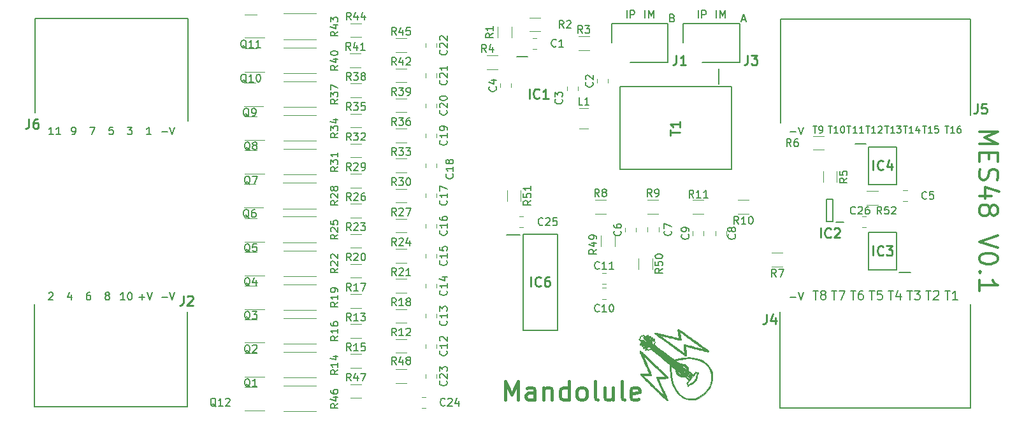
<source format=gbr>
%TF.GenerationSoftware,KiCad,Pcbnew,8.0.2*%
%TF.CreationDate,2024-06-17T09:59:10+02:00*%
%TF.ProjectId,BMS V1.0,424d5320-5631-42e3-902e-6b696361645f,rev?*%
%TF.SameCoordinates,Original*%
%TF.FileFunction,Legend,Top*%
%TF.FilePolarity,Positive*%
%FSLAX46Y46*%
G04 Gerber Fmt 4.6, Leading zero omitted, Abs format (unit mm)*
G04 Created by KiCad (PCBNEW 8.0.2) date 2024-06-17 09:59:10*
%MOMM*%
%LPD*%
G01*
G04 APERTURE LIST*
%ADD10C,0.200000*%
%ADD11C,0.150000*%
%ADD12C,0.400000*%
%ADD13C,0.300000*%
%ADD14C,0.254000*%
%ADD15C,0.120000*%
%ADD16C,0.010000*%
G04 APERTURE END LIST*
D10*
X187745863Y-101142742D02*
X188431578Y-101142742D01*
X188088720Y-102342742D02*
X188088720Y-101142742D01*
X189345864Y-101542742D02*
X189345864Y-102342742D01*
X189060149Y-101085600D02*
X188774435Y-101942742D01*
X188774435Y-101942742D02*
X189517292Y-101942742D01*
D11*
X164928572Y-64869819D02*
X164928572Y-63869819D01*
X165404762Y-64869819D02*
X165404762Y-63869819D01*
X165404762Y-63869819D02*
X165738095Y-64584104D01*
X165738095Y-64584104D02*
X166071428Y-63869819D01*
X166071428Y-63869819D02*
X166071428Y-64869819D01*
D10*
X190245863Y-101142742D02*
X190931578Y-101142742D01*
X190588720Y-102342742D02*
X190588720Y-101142742D01*
X191217292Y-101142742D02*
X191960149Y-101142742D01*
X191960149Y-101142742D02*
X191560149Y-101599885D01*
X191560149Y-101599885D02*
X191731578Y-101599885D01*
X191731578Y-101599885D02*
X191845864Y-101657028D01*
X191845864Y-101657028D02*
X191903006Y-101714171D01*
X191903006Y-101714171D02*
X191960149Y-101828457D01*
X191960149Y-101828457D02*
X191960149Y-102114171D01*
X191960149Y-102114171D02*
X191903006Y-102228457D01*
X191903006Y-102228457D02*
X191845864Y-102285600D01*
X191845864Y-102285600D02*
X191731578Y-102342742D01*
X191731578Y-102342742D02*
X191388721Y-102342742D01*
X191388721Y-102342742D02*
X191274435Y-102285600D01*
X191274435Y-102285600D02*
X191217292Y-102228457D01*
X187281215Y-79264743D02*
X187795501Y-79264743D01*
X187538358Y-80164743D02*
X187538358Y-79264743D01*
X188566929Y-80164743D02*
X188052643Y-80164743D01*
X188309786Y-80164743D02*
X188309786Y-79264743D01*
X188309786Y-79264743D02*
X188224072Y-79393314D01*
X188224072Y-79393314D02*
X188138357Y-79479028D01*
X188138357Y-79479028D02*
X188052643Y-79521886D01*
X188866929Y-79264743D02*
X189424072Y-79264743D01*
X189424072Y-79264743D02*
X189124072Y-79607600D01*
X189124072Y-79607600D02*
X189252643Y-79607600D01*
X189252643Y-79607600D02*
X189338358Y-79650457D01*
X189338358Y-79650457D02*
X189381215Y-79693314D01*
X189381215Y-79693314D02*
X189424072Y-79779028D01*
X189424072Y-79779028D02*
X189424072Y-79993314D01*
X189424072Y-79993314D02*
X189381215Y-80079028D01*
X189381215Y-80079028D02*
X189338358Y-80121886D01*
X189338358Y-80121886D02*
X189252643Y-80164743D01*
X189252643Y-80164743D02*
X188995500Y-80164743D01*
X188995500Y-80164743D02*
X188909786Y-80121886D01*
X188909786Y-80121886D02*
X188866929Y-80079028D01*
D11*
X86309523Y-102369819D02*
X85738095Y-102369819D01*
X86023809Y-102369819D02*
X86023809Y-101369819D01*
X86023809Y-101369819D02*
X85928571Y-101512676D01*
X85928571Y-101512676D02*
X85833333Y-101607914D01*
X85833333Y-101607914D02*
X85738095Y-101655533D01*
X86928571Y-101369819D02*
X87023809Y-101369819D01*
X87023809Y-101369819D02*
X87119047Y-101417438D01*
X87119047Y-101417438D02*
X87166666Y-101465057D01*
X87166666Y-101465057D02*
X87214285Y-101560295D01*
X87214285Y-101560295D02*
X87261904Y-101750771D01*
X87261904Y-101750771D02*
X87261904Y-101988866D01*
X87261904Y-101988866D02*
X87214285Y-102179342D01*
X87214285Y-102179342D02*
X87166666Y-102274580D01*
X87166666Y-102274580D02*
X87119047Y-102322200D01*
X87119047Y-102322200D02*
X87023809Y-102369819D01*
X87023809Y-102369819D02*
X86928571Y-102369819D01*
X86928571Y-102369819D02*
X86833333Y-102322200D01*
X86833333Y-102322200D02*
X86785714Y-102274580D01*
X86785714Y-102274580D02*
X86738095Y-102179342D01*
X86738095Y-102179342D02*
X86690476Y-101988866D01*
X86690476Y-101988866D02*
X86690476Y-101750771D01*
X86690476Y-101750771D02*
X86738095Y-101560295D01*
X86738095Y-101560295D02*
X86785714Y-101465057D01*
X86785714Y-101465057D02*
X86833333Y-101417438D01*
X86833333Y-101417438D02*
X86928571Y-101369819D01*
D10*
X192745863Y-101142742D02*
X193431578Y-101142742D01*
X193088720Y-102342742D02*
X193088720Y-101142742D01*
X193774435Y-101257028D02*
X193831578Y-101199885D01*
X193831578Y-101199885D02*
X193945864Y-101142742D01*
X193945864Y-101142742D02*
X194231578Y-101142742D01*
X194231578Y-101142742D02*
X194345864Y-101199885D01*
X194345864Y-101199885D02*
X194403006Y-101257028D01*
X194403006Y-101257028D02*
X194460149Y-101371314D01*
X194460149Y-101371314D02*
X194460149Y-101485600D01*
X194460149Y-101485600D02*
X194403006Y-101657028D01*
X194403006Y-101657028D02*
X193717292Y-102342742D01*
X193717292Y-102342742D02*
X194460149Y-102342742D01*
D11*
X79190476Y-101703152D02*
X79190476Y-102369819D01*
X78952381Y-101322200D02*
X78714286Y-102036485D01*
X78714286Y-102036485D02*
X79333333Y-102036485D01*
X89785714Y-80369819D02*
X89214286Y-80369819D01*
X89500000Y-80369819D02*
X89500000Y-79369819D01*
X89500000Y-79369819D02*
X89404762Y-79512676D01*
X89404762Y-79512676D02*
X89309524Y-79607914D01*
X89309524Y-79607914D02*
X89214286Y-79655533D01*
X81690476Y-101369819D02*
X81500000Y-101369819D01*
X81500000Y-101369819D02*
X81404762Y-101417438D01*
X81404762Y-101417438D02*
X81357143Y-101465057D01*
X81357143Y-101465057D02*
X81261905Y-101607914D01*
X81261905Y-101607914D02*
X81214286Y-101798390D01*
X81214286Y-101798390D02*
X81214286Y-102179342D01*
X81214286Y-102179342D02*
X81261905Y-102274580D01*
X81261905Y-102274580D02*
X81309524Y-102322200D01*
X81309524Y-102322200D02*
X81404762Y-102369819D01*
X81404762Y-102369819D02*
X81595238Y-102369819D01*
X81595238Y-102369819D02*
X81690476Y-102322200D01*
X81690476Y-102322200D02*
X81738095Y-102274580D01*
X81738095Y-102274580D02*
X81785714Y-102179342D01*
X81785714Y-102179342D02*
X81785714Y-101941247D01*
X81785714Y-101941247D02*
X81738095Y-101846009D01*
X81738095Y-101846009D02*
X81690476Y-101798390D01*
X81690476Y-101798390D02*
X81595238Y-101750771D01*
X81595238Y-101750771D02*
X81404762Y-101750771D01*
X81404762Y-101750771D02*
X81309524Y-101798390D01*
X81309524Y-101798390D02*
X81261905Y-101846009D01*
X81261905Y-101846009D02*
X81214286Y-101941247D01*
D10*
X195245863Y-101142742D02*
X195931578Y-101142742D01*
X195588720Y-102342742D02*
X195588720Y-101142742D01*
X196960149Y-102342742D02*
X196274435Y-102342742D01*
X196617292Y-102342742D02*
X196617292Y-101142742D01*
X196617292Y-101142742D02*
X196503006Y-101314171D01*
X196503006Y-101314171D02*
X196388721Y-101428457D01*
X196388721Y-101428457D02*
X196274435Y-101485600D01*
D12*
X136858395Y-115673247D02*
X136858395Y-113173247D01*
X136858395Y-113173247D02*
X137691728Y-114958961D01*
X137691728Y-114958961D02*
X138525061Y-113173247D01*
X138525061Y-113173247D02*
X138525061Y-115673247D01*
X140786966Y-115673247D02*
X140786966Y-114363723D01*
X140786966Y-114363723D02*
X140667919Y-114125628D01*
X140667919Y-114125628D02*
X140429823Y-114006580D01*
X140429823Y-114006580D02*
X139953633Y-114006580D01*
X139953633Y-114006580D02*
X139715538Y-114125628D01*
X140786966Y-115554200D02*
X140548871Y-115673247D01*
X140548871Y-115673247D02*
X139953633Y-115673247D01*
X139953633Y-115673247D02*
X139715538Y-115554200D01*
X139715538Y-115554200D02*
X139596490Y-115316104D01*
X139596490Y-115316104D02*
X139596490Y-115078009D01*
X139596490Y-115078009D02*
X139715538Y-114839914D01*
X139715538Y-114839914D02*
X139953633Y-114720866D01*
X139953633Y-114720866D02*
X140548871Y-114720866D01*
X140548871Y-114720866D02*
X140786966Y-114601819D01*
X141977443Y-114006580D02*
X141977443Y-115673247D01*
X141977443Y-114244676D02*
X142096490Y-114125628D01*
X142096490Y-114125628D02*
X142334585Y-114006580D01*
X142334585Y-114006580D02*
X142691728Y-114006580D01*
X142691728Y-114006580D02*
X142929824Y-114125628D01*
X142929824Y-114125628D02*
X143048871Y-114363723D01*
X143048871Y-114363723D02*
X143048871Y-115673247D01*
X145310776Y-115673247D02*
X145310776Y-113173247D01*
X145310776Y-115554200D02*
X145072681Y-115673247D01*
X145072681Y-115673247D02*
X144596490Y-115673247D01*
X144596490Y-115673247D02*
X144358395Y-115554200D01*
X144358395Y-115554200D02*
X144239348Y-115435152D01*
X144239348Y-115435152D02*
X144120300Y-115197057D01*
X144120300Y-115197057D02*
X144120300Y-114482771D01*
X144120300Y-114482771D02*
X144239348Y-114244676D01*
X144239348Y-114244676D02*
X144358395Y-114125628D01*
X144358395Y-114125628D02*
X144596490Y-114006580D01*
X144596490Y-114006580D02*
X145072681Y-114006580D01*
X145072681Y-114006580D02*
X145310776Y-114125628D01*
X146858395Y-115673247D02*
X146620300Y-115554200D01*
X146620300Y-115554200D02*
X146501253Y-115435152D01*
X146501253Y-115435152D02*
X146382205Y-115197057D01*
X146382205Y-115197057D02*
X146382205Y-114482771D01*
X146382205Y-114482771D02*
X146501253Y-114244676D01*
X146501253Y-114244676D02*
X146620300Y-114125628D01*
X146620300Y-114125628D02*
X146858395Y-114006580D01*
X146858395Y-114006580D02*
X147215538Y-114006580D01*
X147215538Y-114006580D02*
X147453634Y-114125628D01*
X147453634Y-114125628D02*
X147572681Y-114244676D01*
X147572681Y-114244676D02*
X147691729Y-114482771D01*
X147691729Y-114482771D02*
X147691729Y-115197057D01*
X147691729Y-115197057D02*
X147572681Y-115435152D01*
X147572681Y-115435152D02*
X147453634Y-115554200D01*
X147453634Y-115554200D02*
X147215538Y-115673247D01*
X147215538Y-115673247D02*
X146858395Y-115673247D01*
X149120300Y-115673247D02*
X148882205Y-115554200D01*
X148882205Y-115554200D02*
X148763158Y-115316104D01*
X148763158Y-115316104D02*
X148763158Y-113173247D01*
X151144110Y-114006580D02*
X151144110Y-115673247D01*
X150072682Y-114006580D02*
X150072682Y-115316104D01*
X150072682Y-115316104D02*
X150191729Y-115554200D01*
X150191729Y-115554200D02*
X150429824Y-115673247D01*
X150429824Y-115673247D02*
X150786967Y-115673247D01*
X150786967Y-115673247D02*
X151025063Y-115554200D01*
X151025063Y-115554200D02*
X151144110Y-115435152D01*
X152691729Y-115673247D02*
X152453634Y-115554200D01*
X152453634Y-115554200D02*
X152334587Y-115316104D01*
X152334587Y-115316104D02*
X152334587Y-113173247D01*
X154596492Y-115554200D02*
X154358396Y-115673247D01*
X154358396Y-115673247D02*
X153882206Y-115673247D01*
X153882206Y-115673247D02*
X153644111Y-115554200D01*
X153644111Y-115554200D02*
X153525063Y-115316104D01*
X153525063Y-115316104D02*
X153525063Y-114363723D01*
X153525063Y-114363723D02*
X153644111Y-114125628D01*
X153644111Y-114125628D02*
X153882206Y-114006580D01*
X153882206Y-114006580D02*
X154358396Y-114006580D01*
X154358396Y-114006580D02*
X154596492Y-114125628D01*
X154596492Y-114125628D02*
X154715539Y-114363723D01*
X154715539Y-114363723D02*
X154715539Y-114601819D01*
X154715539Y-114601819D02*
X153525063Y-114839914D01*
D11*
X81666667Y-79369819D02*
X82333333Y-79369819D01*
X82333333Y-79369819D02*
X81904762Y-80369819D01*
D10*
X182281215Y-79264743D02*
X182795501Y-79264743D01*
X182538358Y-80164743D02*
X182538358Y-79264743D01*
X183566929Y-80164743D02*
X183052643Y-80164743D01*
X183309786Y-80164743D02*
X183309786Y-79264743D01*
X183309786Y-79264743D02*
X183224072Y-79393314D01*
X183224072Y-79393314D02*
X183138357Y-79479028D01*
X183138357Y-79479028D02*
X183052643Y-79521886D01*
X184424072Y-80164743D02*
X183909786Y-80164743D01*
X184166929Y-80164743D02*
X184166929Y-79264743D01*
X184166929Y-79264743D02*
X184081215Y-79393314D01*
X184081215Y-79393314D02*
X183995500Y-79479028D01*
X183995500Y-79479028D02*
X183909786Y-79521886D01*
X179781215Y-79264743D02*
X180295501Y-79264743D01*
X180038358Y-80164743D02*
X180038358Y-79264743D01*
X181066929Y-80164743D02*
X180552643Y-80164743D01*
X180809786Y-80164743D02*
X180809786Y-79264743D01*
X180809786Y-79264743D02*
X180724072Y-79393314D01*
X180724072Y-79393314D02*
X180638357Y-79479028D01*
X180638357Y-79479028D02*
X180552643Y-79521886D01*
X181624072Y-79264743D02*
X181709786Y-79264743D01*
X181709786Y-79264743D02*
X181795500Y-79307600D01*
X181795500Y-79307600D02*
X181838358Y-79350457D01*
X181838358Y-79350457D02*
X181881215Y-79436171D01*
X181881215Y-79436171D02*
X181924072Y-79607600D01*
X181924072Y-79607600D02*
X181924072Y-79821886D01*
X181924072Y-79821886D02*
X181881215Y-79993314D01*
X181881215Y-79993314D02*
X181838358Y-80079028D01*
X181838358Y-80079028D02*
X181795500Y-80121886D01*
X181795500Y-80121886D02*
X181709786Y-80164743D01*
X181709786Y-80164743D02*
X181624072Y-80164743D01*
X181624072Y-80164743D02*
X181538358Y-80121886D01*
X181538358Y-80121886D02*
X181495500Y-80079028D01*
X181495500Y-80079028D02*
X181452643Y-79993314D01*
X181452643Y-79993314D02*
X181409786Y-79821886D01*
X181409786Y-79821886D02*
X181409786Y-79607600D01*
X181409786Y-79607600D02*
X181452643Y-79436171D01*
X181452643Y-79436171D02*
X181495500Y-79350457D01*
X181495500Y-79350457D02*
X181538358Y-79307600D01*
X181538358Y-79307600D02*
X181624072Y-79264743D01*
D11*
X162500000Y-64869819D02*
X162500000Y-63869819D01*
X162976190Y-64869819D02*
X162976190Y-63869819D01*
X162976190Y-63869819D02*
X163357142Y-63869819D01*
X163357142Y-63869819D02*
X163452380Y-63917438D01*
X163452380Y-63917438D02*
X163499999Y-63965057D01*
X163499999Y-63965057D02*
X163547618Y-64060295D01*
X163547618Y-64060295D02*
X163547618Y-64203152D01*
X163547618Y-64203152D02*
X163499999Y-64298390D01*
X163499999Y-64298390D02*
X163452380Y-64346009D01*
X163452380Y-64346009D02*
X163357142Y-64393628D01*
X163357142Y-64393628D02*
X162976190Y-64393628D01*
X174690476Y-101988866D02*
X175452381Y-101988866D01*
X175785714Y-101369819D02*
X176119047Y-102369819D01*
X176119047Y-102369819D02*
X176452380Y-101369819D01*
D10*
X177781215Y-79264743D02*
X178295501Y-79264743D01*
X178038358Y-80164743D02*
X178038358Y-79264743D01*
X178638357Y-80164743D02*
X178809786Y-80164743D01*
X178809786Y-80164743D02*
X178895500Y-80121886D01*
X178895500Y-80121886D02*
X178938357Y-80079028D01*
X178938357Y-80079028D02*
X179024072Y-79950457D01*
X179024072Y-79950457D02*
X179066929Y-79779028D01*
X179066929Y-79779028D02*
X179066929Y-79436171D01*
X179066929Y-79436171D02*
X179024072Y-79350457D01*
X179024072Y-79350457D02*
X178981215Y-79307600D01*
X178981215Y-79307600D02*
X178895500Y-79264743D01*
X178895500Y-79264743D02*
X178724072Y-79264743D01*
X178724072Y-79264743D02*
X178638357Y-79307600D01*
X178638357Y-79307600D02*
X178595500Y-79350457D01*
X178595500Y-79350457D02*
X178552643Y-79436171D01*
X178552643Y-79436171D02*
X178552643Y-79650457D01*
X178552643Y-79650457D02*
X178595500Y-79736171D01*
X178595500Y-79736171D02*
X178638357Y-79779028D01*
X178638357Y-79779028D02*
X178724072Y-79821886D01*
X178724072Y-79821886D02*
X178895500Y-79821886D01*
X178895500Y-79821886D02*
X178981215Y-79779028D01*
X178981215Y-79779028D02*
X179024072Y-79736171D01*
X179024072Y-79736171D02*
X179066929Y-79650457D01*
D11*
X84738095Y-79369819D02*
X84261905Y-79369819D01*
X84261905Y-79369819D02*
X84214286Y-79846009D01*
X84214286Y-79846009D02*
X84261905Y-79798390D01*
X84261905Y-79798390D02*
X84357143Y-79750771D01*
X84357143Y-79750771D02*
X84595238Y-79750771D01*
X84595238Y-79750771D02*
X84690476Y-79798390D01*
X84690476Y-79798390D02*
X84738095Y-79846009D01*
X84738095Y-79846009D02*
X84785714Y-79941247D01*
X84785714Y-79941247D02*
X84785714Y-80179342D01*
X84785714Y-80179342D02*
X84738095Y-80274580D01*
X84738095Y-80274580D02*
X84690476Y-80322200D01*
X84690476Y-80322200D02*
X84595238Y-80369819D01*
X84595238Y-80369819D02*
X84357143Y-80369819D01*
X84357143Y-80369819D02*
X84261905Y-80322200D01*
X84261905Y-80322200D02*
X84214286Y-80274580D01*
X86666667Y-79369819D02*
X87285714Y-79369819D01*
X87285714Y-79369819D02*
X86952381Y-79750771D01*
X86952381Y-79750771D02*
X87095238Y-79750771D01*
X87095238Y-79750771D02*
X87190476Y-79798390D01*
X87190476Y-79798390D02*
X87238095Y-79846009D01*
X87238095Y-79846009D02*
X87285714Y-79941247D01*
X87285714Y-79941247D02*
X87285714Y-80179342D01*
X87285714Y-80179342D02*
X87238095Y-80274580D01*
X87238095Y-80274580D02*
X87190476Y-80322200D01*
X87190476Y-80322200D02*
X87095238Y-80369819D01*
X87095238Y-80369819D02*
X86809524Y-80369819D01*
X86809524Y-80369819D02*
X86714286Y-80322200D01*
X86714286Y-80322200D02*
X86666667Y-80274580D01*
D13*
X199821552Y-79964287D02*
X202321552Y-79964287D01*
X202321552Y-79964287D02*
X200535838Y-80797620D01*
X200535838Y-80797620D02*
X202321552Y-81630953D01*
X202321552Y-81630953D02*
X199821552Y-81630953D01*
X201131076Y-82821430D02*
X201131076Y-83654763D01*
X199821552Y-84011906D02*
X199821552Y-82821430D01*
X199821552Y-82821430D02*
X202321552Y-82821430D01*
X202321552Y-82821430D02*
X202321552Y-84011906D01*
X199940600Y-84964287D02*
X199821552Y-85321430D01*
X199821552Y-85321430D02*
X199821552Y-85916668D01*
X199821552Y-85916668D02*
X199940600Y-86154763D01*
X199940600Y-86154763D02*
X200059647Y-86273811D01*
X200059647Y-86273811D02*
X200297742Y-86392858D01*
X200297742Y-86392858D02*
X200535838Y-86392858D01*
X200535838Y-86392858D02*
X200773933Y-86273811D01*
X200773933Y-86273811D02*
X200892980Y-86154763D01*
X200892980Y-86154763D02*
X201012028Y-85916668D01*
X201012028Y-85916668D02*
X201131076Y-85440477D01*
X201131076Y-85440477D02*
X201250123Y-85202382D01*
X201250123Y-85202382D02*
X201369171Y-85083335D01*
X201369171Y-85083335D02*
X201607266Y-84964287D01*
X201607266Y-84964287D02*
X201845361Y-84964287D01*
X201845361Y-84964287D02*
X202083457Y-85083335D01*
X202083457Y-85083335D02*
X202202504Y-85202382D01*
X202202504Y-85202382D02*
X202321552Y-85440477D01*
X202321552Y-85440477D02*
X202321552Y-86035716D01*
X202321552Y-86035716D02*
X202202504Y-86392858D01*
X201488219Y-88535715D02*
X199821552Y-88535715D01*
X202440600Y-87940477D02*
X200654885Y-87345239D01*
X200654885Y-87345239D02*
X200654885Y-88892858D01*
X201250123Y-90202381D02*
X201369171Y-89964286D01*
X201369171Y-89964286D02*
X201488219Y-89845239D01*
X201488219Y-89845239D02*
X201726314Y-89726191D01*
X201726314Y-89726191D02*
X201845361Y-89726191D01*
X201845361Y-89726191D02*
X202083457Y-89845239D01*
X202083457Y-89845239D02*
X202202504Y-89964286D01*
X202202504Y-89964286D02*
X202321552Y-90202381D01*
X202321552Y-90202381D02*
X202321552Y-90678572D01*
X202321552Y-90678572D02*
X202202504Y-90916667D01*
X202202504Y-90916667D02*
X202083457Y-91035715D01*
X202083457Y-91035715D02*
X201845361Y-91154762D01*
X201845361Y-91154762D02*
X201726314Y-91154762D01*
X201726314Y-91154762D02*
X201488219Y-91035715D01*
X201488219Y-91035715D02*
X201369171Y-90916667D01*
X201369171Y-90916667D02*
X201250123Y-90678572D01*
X201250123Y-90678572D02*
X201250123Y-90202381D01*
X201250123Y-90202381D02*
X201131076Y-89964286D01*
X201131076Y-89964286D02*
X201012028Y-89845239D01*
X201012028Y-89845239D02*
X200773933Y-89726191D01*
X200773933Y-89726191D02*
X200297742Y-89726191D01*
X200297742Y-89726191D02*
X200059647Y-89845239D01*
X200059647Y-89845239D02*
X199940600Y-89964286D01*
X199940600Y-89964286D02*
X199821552Y-90202381D01*
X199821552Y-90202381D02*
X199821552Y-90678572D01*
X199821552Y-90678572D02*
X199940600Y-90916667D01*
X199940600Y-90916667D02*
X200059647Y-91035715D01*
X200059647Y-91035715D02*
X200297742Y-91154762D01*
X200297742Y-91154762D02*
X200773933Y-91154762D01*
X200773933Y-91154762D02*
X201012028Y-91035715D01*
X201012028Y-91035715D02*
X201131076Y-90916667D01*
X201131076Y-90916667D02*
X201250123Y-90678572D01*
X202321552Y-93773810D02*
X199821552Y-94607143D01*
X199821552Y-94607143D02*
X202321552Y-95440476D01*
X202321552Y-96750000D02*
X202321552Y-96988095D01*
X202321552Y-96988095D02*
X202202504Y-97226191D01*
X202202504Y-97226191D02*
X202083457Y-97345238D01*
X202083457Y-97345238D02*
X201845361Y-97464286D01*
X201845361Y-97464286D02*
X201369171Y-97583333D01*
X201369171Y-97583333D02*
X200773933Y-97583333D01*
X200773933Y-97583333D02*
X200297742Y-97464286D01*
X200297742Y-97464286D02*
X200059647Y-97345238D01*
X200059647Y-97345238D02*
X199940600Y-97226191D01*
X199940600Y-97226191D02*
X199821552Y-96988095D01*
X199821552Y-96988095D02*
X199821552Y-96750000D01*
X199821552Y-96750000D02*
X199940600Y-96511905D01*
X199940600Y-96511905D02*
X200059647Y-96392857D01*
X200059647Y-96392857D02*
X200297742Y-96273810D01*
X200297742Y-96273810D02*
X200773933Y-96154762D01*
X200773933Y-96154762D02*
X201369171Y-96154762D01*
X201369171Y-96154762D02*
X201845361Y-96273810D01*
X201845361Y-96273810D02*
X202083457Y-96392857D01*
X202083457Y-96392857D02*
X202202504Y-96511905D01*
X202202504Y-96511905D02*
X202321552Y-96750000D01*
X200059647Y-98654762D02*
X199940600Y-98773809D01*
X199940600Y-98773809D02*
X199821552Y-98654762D01*
X199821552Y-98654762D02*
X199940600Y-98535714D01*
X199940600Y-98535714D02*
X200059647Y-98654762D01*
X200059647Y-98654762D02*
X199821552Y-98654762D01*
X199821552Y-101154761D02*
X199821552Y-99726190D01*
X199821552Y-100440476D02*
X202321552Y-100440476D01*
X202321552Y-100440476D02*
X201964409Y-100202380D01*
X201964409Y-100202380D02*
X201726314Y-99964285D01*
X201726314Y-99964285D02*
X201607266Y-99726190D01*
D11*
X174690476Y-79988866D02*
X175452381Y-79988866D01*
X175785714Y-79369819D02*
X176119047Y-80369819D01*
X176119047Y-80369819D02*
X176452380Y-79369819D01*
D10*
X195281215Y-79264743D02*
X195795501Y-79264743D01*
X195538358Y-80164743D02*
X195538358Y-79264743D01*
X196566929Y-80164743D02*
X196052643Y-80164743D01*
X196309786Y-80164743D02*
X196309786Y-79264743D01*
X196309786Y-79264743D02*
X196224072Y-79393314D01*
X196224072Y-79393314D02*
X196138357Y-79479028D01*
X196138357Y-79479028D02*
X196052643Y-79521886D01*
X197338358Y-79264743D02*
X197166929Y-79264743D01*
X197166929Y-79264743D02*
X197081215Y-79307600D01*
X197081215Y-79307600D02*
X197038358Y-79350457D01*
X197038358Y-79350457D02*
X196952643Y-79479028D01*
X196952643Y-79479028D02*
X196909786Y-79650457D01*
X196909786Y-79650457D02*
X196909786Y-79993314D01*
X196909786Y-79993314D02*
X196952643Y-80079028D01*
X196952643Y-80079028D02*
X196995500Y-80121886D01*
X196995500Y-80121886D02*
X197081215Y-80164743D01*
X197081215Y-80164743D02*
X197252643Y-80164743D01*
X197252643Y-80164743D02*
X197338358Y-80121886D01*
X197338358Y-80121886D02*
X197381215Y-80079028D01*
X197381215Y-80079028D02*
X197424072Y-79993314D01*
X197424072Y-79993314D02*
X197424072Y-79779028D01*
X197424072Y-79779028D02*
X197381215Y-79693314D01*
X197381215Y-79693314D02*
X197338358Y-79650457D01*
X197338358Y-79650457D02*
X197252643Y-79607600D01*
X197252643Y-79607600D02*
X197081215Y-79607600D01*
X197081215Y-79607600D02*
X196995500Y-79650457D01*
X196995500Y-79650457D02*
X196952643Y-79693314D01*
X196952643Y-79693314D02*
X196909786Y-79779028D01*
D11*
X159071428Y-64846009D02*
X159214285Y-64893628D01*
X159214285Y-64893628D02*
X159261904Y-64941247D01*
X159261904Y-64941247D02*
X159309523Y-65036485D01*
X159309523Y-65036485D02*
X159309523Y-65179342D01*
X159309523Y-65179342D02*
X159261904Y-65274580D01*
X159261904Y-65274580D02*
X159214285Y-65322200D01*
X159214285Y-65322200D02*
X159119047Y-65369819D01*
X159119047Y-65369819D02*
X158738095Y-65369819D01*
X158738095Y-65369819D02*
X158738095Y-64369819D01*
X158738095Y-64369819D02*
X159071428Y-64369819D01*
X159071428Y-64369819D02*
X159166666Y-64417438D01*
X159166666Y-64417438D02*
X159214285Y-64465057D01*
X159214285Y-64465057D02*
X159261904Y-64560295D01*
X159261904Y-64560295D02*
X159261904Y-64655533D01*
X159261904Y-64655533D02*
X159214285Y-64750771D01*
X159214285Y-64750771D02*
X159166666Y-64798390D01*
X159166666Y-64798390D02*
X159071428Y-64846009D01*
X159071428Y-64846009D02*
X158738095Y-64846009D01*
X91190476Y-101988866D02*
X91952381Y-101988866D01*
X92285714Y-101369819D02*
X92619047Y-102369819D01*
X92619047Y-102369819D02*
X92952380Y-101369819D01*
D10*
X180245863Y-101142742D02*
X180931578Y-101142742D01*
X180588720Y-102342742D02*
X180588720Y-101142742D01*
X181217292Y-101142742D02*
X182017292Y-101142742D01*
X182017292Y-101142742D02*
X181503006Y-102342742D01*
D11*
X76809523Y-80369819D02*
X76238095Y-80369819D01*
X76523809Y-80369819D02*
X76523809Y-79369819D01*
X76523809Y-79369819D02*
X76428571Y-79512676D01*
X76428571Y-79512676D02*
X76333333Y-79607914D01*
X76333333Y-79607914D02*
X76238095Y-79655533D01*
X77761904Y-80369819D02*
X77190476Y-80369819D01*
X77476190Y-80369819D02*
X77476190Y-79369819D01*
X77476190Y-79369819D02*
X77380952Y-79512676D01*
X77380952Y-79512676D02*
X77285714Y-79607914D01*
X77285714Y-79607914D02*
X77190476Y-79655533D01*
D10*
X177745863Y-101142742D02*
X178431578Y-101142742D01*
X178088720Y-102342742D02*
X178088720Y-101142742D01*
X179003006Y-101657028D02*
X178888721Y-101599885D01*
X178888721Y-101599885D02*
X178831578Y-101542742D01*
X178831578Y-101542742D02*
X178774435Y-101428457D01*
X178774435Y-101428457D02*
X178774435Y-101371314D01*
X178774435Y-101371314D02*
X178831578Y-101257028D01*
X178831578Y-101257028D02*
X178888721Y-101199885D01*
X178888721Y-101199885D02*
X179003006Y-101142742D01*
X179003006Y-101142742D02*
X179231578Y-101142742D01*
X179231578Y-101142742D02*
X179345864Y-101199885D01*
X179345864Y-101199885D02*
X179403006Y-101257028D01*
X179403006Y-101257028D02*
X179460149Y-101371314D01*
X179460149Y-101371314D02*
X179460149Y-101428457D01*
X179460149Y-101428457D02*
X179403006Y-101542742D01*
X179403006Y-101542742D02*
X179345864Y-101599885D01*
X179345864Y-101599885D02*
X179231578Y-101657028D01*
X179231578Y-101657028D02*
X179003006Y-101657028D01*
X179003006Y-101657028D02*
X178888721Y-101714171D01*
X178888721Y-101714171D02*
X178831578Y-101771314D01*
X178831578Y-101771314D02*
X178774435Y-101885600D01*
X178774435Y-101885600D02*
X178774435Y-102114171D01*
X178774435Y-102114171D02*
X178831578Y-102228457D01*
X178831578Y-102228457D02*
X178888721Y-102285600D01*
X178888721Y-102285600D02*
X179003006Y-102342742D01*
X179003006Y-102342742D02*
X179231578Y-102342742D01*
X179231578Y-102342742D02*
X179345864Y-102285600D01*
X179345864Y-102285600D02*
X179403006Y-102228457D01*
X179403006Y-102228457D02*
X179460149Y-102114171D01*
X179460149Y-102114171D02*
X179460149Y-101885600D01*
X179460149Y-101885600D02*
X179403006Y-101771314D01*
X179403006Y-101771314D02*
X179345864Y-101714171D01*
X179345864Y-101714171D02*
X179231578Y-101657028D01*
X184781215Y-79264743D02*
X185295501Y-79264743D01*
X185038358Y-80164743D02*
X185038358Y-79264743D01*
X186066929Y-80164743D02*
X185552643Y-80164743D01*
X185809786Y-80164743D02*
X185809786Y-79264743D01*
X185809786Y-79264743D02*
X185724072Y-79393314D01*
X185724072Y-79393314D02*
X185638357Y-79479028D01*
X185638357Y-79479028D02*
X185552643Y-79521886D01*
X186409786Y-79350457D02*
X186452643Y-79307600D01*
X186452643Y-79307600D02*
X186538358Y-79264743D01*
X186538358Y-79264743D02*
X186752643Y-79264743D01*
X186752643Y-79264743D02*
X186838358Y-79307600D01*
X186838358Y-79307600D02*
X186881215Y-79350457D01*
X186881215Y-79350457D02*
X186924072Y-79436171D01*
X186924072Y-79436171D02*
X186924072Y-79521886D01*
X186924072Y-79521886D02*
X186881215Y-79650457D01*
X186881215Y-79650457D02*
X186366929Y-80164743D01*
X186366929Y-80164743D02*
X186924072Y-80164743D01*
X192281215Y-79264743D02*
X192795501Y-79264743D01*
X192538358Y-80164743D02*
X192538358Y-79264743D01*
X193566929Y-80164743D02*
X193052643Y-80164743D01*
X193309786Y-80164743D02*
X193309786Y-79264743D01*
X193309786Y-79264743D02*
X193224072Y-79393314D01*
X193224072Y-79393314D02*
X193138357Y-79479028D01*
X193138357Y-79479028D02*
X193052643Y-79521886D01*
X194381215Y-79264743D02*
X193952643Y-79264743D01*
X193952643Y-79264743D02*
X193909786Y-79693314D01*
X193909786Y-79693314D02*
X193952643Y-79650457D01*
X193952643Y-79650457D02*
X194038358Y-79607600D01*
X194038358Y-79607600D02*
X194252643Y-79607600D01*
X194252643Y-79607600D02*
X194338358Y-79650457D01*
X194338358Y-79650457D02*
X194381215Y-79693314D01*
X194381215Y-79693314D02*
X194424072Y-79779028D01*
X194424072Y-79779028D02*
X194424072Y-79993314D01*
X194424072Y-79993314D02*
X194381215Y-80079028D01*
X194381215Y-80079028D02*
X194338358Y-80121886D01*
X194338358Y-80121886D02*
X194252643Y-80164743D01*
X194252643Y-80164743D02*
X194038358Y-80164743D01*
X194038358Y-80164743D02*
X193952643Y-80121886D01*
X193952643Y-80121886D02*
X193909786Y-80079028D01*
D11*
X83904762Y-101798390D02*
X83809524Y-101750771D01*
X83809524Y-101750771D02*
X83761905Y-101703152D01*
X83761905Y-101703152D02*
X83714286Y-101607914D01*
X83714286Y-101607914D02*
X83714286Y-101560295D01*
X83714286Y-101560295D02*
X83761905Y-101465057D01*
X83761905Y-101465057D02*
X83809524Y-101417438D01*
X83809524Y-101417438D02*
X83904762Y-101369819D01*
X83904762Y-101369819D02*
X84095238Y-101369819D01*
X84095238Y-101369819D02*
X84190476Y-101417438D01*
X84190476Y-101417438D02*
X84238095Y-101465057D01*
X84238095Y-101465057D02*
X84285714Y-101560295D01*
X84285714Y-101560295D02*
X84285714Y-101607914D01*
X84285714Y-101607914D02*
X84238095Y-101703152D01*
X84238095Y-101703152D02*
X84190476Y-101750771D01*
X84190476Y-101750771D02*
X84095238Y-101798390D01*
X84095238Y-101798390D02*
X83904762Y-101798390D01*
X83904762Y-101798390D02*
X83809524Y-101846009D01*
X83809524Y-101846009D02*
X83761905Y-101893628D01*
X83761905Y-101893628D02*
X83714286Y-101988866D01*
X83714286Y-101988866D02*
X83714286Y-102179342D01*
X83714286Y-102179342D02*
X83761905Y-102274580D01*
X83761905Y-102274580D02*
X83809524Y-102322200D01*
X83809524Y-102322200D02*
X83904762Y-102369819D01*
X83904762Y-102369819D02*
X84095238Y-102369819D01*
X84095238Y-102369819D02*
X84190476Y-102322200D01*
X84190476Y-102322200D02*
X84238095Y-102274580D01*
X84238095Y-102274580D02*
X84285714Y-102179342D01*
X84285714Y-102179342D02*
X84285714Y-101988866D01*
X84285714Y-101988866D02*
X84238095Y-101893628D01*
X84238095Y-101893628D02*
X84190476Y-101846009D01*
X84190476Y-101846009D02*
X84095238Y-101798390D01*
X155428572Y-64869819D02*
X155428572Y-63869819D01*
X155904762Y-64869819D02*
X155904762Y-63869819D01*
X155904762Y-63869819D02*
X156238095Y-64584104D01*
X156238095Y-64584104D02*
X156571428Y-63869819D01*
X156571428Y-63869819D02*
X156571428Y-64869819D01*
X79309524Y-80369819D02*
X79500000Y-80369819D01*
X79500000Y-80369819D02*
X79595238Y-80322200D01*
X79595238Y-80322200D02*
X79642857Y-80274580D01*
X79642857Y-80274580D02*
X79738095Y-80131723D01*
X79738095Y-80131723D02*
X79785714Y-79941247D01*
X79785714Y-79941247D02*
X79785714Y-79560295D01*
X79785714Y-79560295D02*
X79738095Y-79465057D01*
X79738095Y-79465057D02*
X79690476Y-79417438D01*
X79690476Y-79417438D02*
X79595238Y-79369819D01*
X79595238Y-79369819D02*
X79404762Y-79369819D01*
X79404762Y-79369819D02*
X79309524Y-79417438D01*
X79309524Y-79417438D02*
X79261905Y-79465057D01*
X79261905Y-79465057D02*
X79214286Y-79560295D01*
X79214286Y-79560295D02*
X79214286Y-79798390D01*
X79214286Y-79798390D02*
X79261905Y-79893628D01*
X79261905Y-79893628D02*
X79309524Y-79941247D01*
X79309524Y-79941247D02*
X79404762Y-79988866D01*
X79404762Y-79988866D02*
X79595238Y-79988866D01*
X79595238Y-79988866D02*
X79690476Y-79941247D01*
X79690476Y-79941247D02*
X79738095Y-79893628D01*
X79738095Y-79893628D02*
X79785714Y-79798390D01*
X153000000Y-64869819D02*
X153000000Y-63869819D01*
X153476190Y-64869819D02*
X153476190Y-63869819D01*
X153476190Y-63869819D02*
X153857142Y-63869819D01*
X153857142Y-63869819D02*
X153952380Y-63917438D01*
X153952380Y-63917438D02*
X153999999Y-63965057D01*
X153999999Y-63965057D02*
X154047618Y-64060295D01*
X154047618Y-64060295D02*
X154047618Y-64203152D01*
X154047618Y-64203152D02*
X153999999Y-64298390D01*
X153999999Y-64298390D02*
X153952380Y-64346009D01*
X153952380Y-64346009D02*
X153857142Y-64393628D01*
X153857142Y-64393628D02*
X153476190Y-64393628D01*
D10*
X189781215Y-79264743D02*
X190295501Y-79264743D01*
X190038358Y-80164743D02*
X190038358Y-79264743D01*
X191066929Y-80164743D02*
X190552643Y-80164743D01*
X190809786Y-80164743D02*
X190809786Y-79264743D01*
X190809786Y-79264743D02*
X190724072Y-79393314D01*
X190724072Y-79393314D02*
X190638357Y-79479028D01*
X190638357Y-79479028D02*
X190552643Y-79521886D01*
X191838358Y-79564743D02*
X191838358Y-80164743D01*
X191624072Y-79221886D02*
X191409786Y-79864743D01*
X191409786Y-79864743D02*
X191966929Y-79864743D01*
D11*
X88190476Y-101988866D02*
X88952381Y-101988866D01*
X88571428Y-102369819D02*
X88571428Y-101607914D01*
X89285714Y-101369819D02*
X89619047Y-102369819D01*
X89619047Y-102369819D02*
X89952380Y-101369819D01*
X91190476Y-79988866D02*
X91952381Y-79988866D01*
X92285714Y-79369819D02*
X92619047Y-80369819D01*
X92619047Y-80369819D02*
X92952380Y-79369819D01*
X76214286Y-101465057D02*
X76261905Y-101417438D01*
X76261905Y-101417438D02*
X76357143Y-101369819D01*
X76357143Y-101369819D02*
X76595238Y-101369819D01*
X76595238Y-101369819D02*
X76690476Y-101417438D01*
X76690476Y-101417438D02*
X76738095Y-101465057D01*
X76738095Y-101465057D02*
X76785714Y-101560295D01*
X76785714Y-101560295D02*
X76785714Y-101655533D01*
X76785714Y-101655533D02*
X76738095Y-101798390D01*
X76738095Y-101798390D02*
X76166667Y-102369819D01*
X76166667Y-102369819D02*
X76785714Y-102369819D01*
D10*
X185245863Y-101142742D02*
X185931578Y-101142742D01*
X185588720Y-102342742D02*
X185588720Y-101142742D01*
X186903006Y-101142742D02*
X186331578Y-101142742D01*
X186331578Y-101142742D02*
X186274435Y-101714171D01*
X186274435Y-101714171D02*
X186331578Y-101657028D01*
X186331578Y-101657028D02*
X186445864Y-101599885D01*
X186445864Y-101599885D02*
X186731578Y-101599885D01*
X186731578Y-101599885D02*
X186845864Y-101657028D01*
X186845864Y-101657028D02*
X186903006Y-101714171D01*
X186903006Y-101714171D02*
X186960149Y-101828457D01*
X186960149Y-101828457D02*
X186960149Y-102114171D01*
X186960149Y-102114171D02*
X186903006Y-102228457D01*
X186903006Y-102228457D02*
X186845864Y-102285600D01*
X186845864Y-102285600D02*
X186731578Y-102342742D01*
X186731578Y-102342742D02*
X186445864Y-102342742D01*
X186445864Y-102342742D02*
X186331578Y-102285600D01*
X186331578Y-102285600D02*
X186274435Y-102228457D01*
D11*
X168261905Y-65084104D02*
X168738095Y-65084104D01*
X168166667Y-65369819D02*
X168500000Y-64369819D01*
X168500000Y-64369819D02*
X168833333Y-65369819D01*
D10*
X182745863Y-101142742D02*
X183431578Y-101142742D01*
X183088720Y-102342742D02*
X183088720Y-101142742D01*
X184345864Y-101142742D02*
X184117292Y-101142742D01*
X184117292Y-101142742D02*
X184003006Y-101199885D01*
X184003006Y-101199885D02*
X183945864Y-101257028D01*
X183945864Y-101257028D02*
X183831578Y-101428457D01*
X183831578Y-101428457D02*
X183774435Y-101657028D01*
X183774435Y-101657028D02*
X183774435Y-102114171D01*
X183774435Y-102114171D02*
X183831578Y-102228457D01*
X183831578Y-102228457D02*
X183888721Y-102285600D01*
X183888721Y-102285600D02*
X184003006Y-102342742D01*
X184003006Y-102342742D02*
X184231578Y-102342742D01*
X184231578Y-102342742D02*
X184345864Y-102285600D01*
X184345864Y-102285600D02*
X184403006Y-102228457D01*
X184403006Y-102228457D02*
X184460149Y-102114171D01*
X184460149Y-102114171D02*
X184460149Y-101828457D01*
X184460149Y-101828457D02*
X184403006Y-101714171D01*
X184403006Y-101714171D02*
X184345864Y-101657028D01*
X184345864Y-101657028D02*
X184231578Y-101599885D01*
X184231578Y-101599885D02*
X184003006Y-101599885D01*
X184003006Y-101599885D02*
X183888721Y-101657028D01*
X183888721Y-101657028D02*
X183831578Y-101714171D01*
X183831578Y-101714171D02*
X183774435Y-101828457D01*
D14*
X169076667Y-69804318D02*
X169076667Y-70711461D01*
X169076667Y-70711461D02*
X169016190Y-70892889D01*
X169016190Y-70892889D02*
X168895238Y-71013842D01*
X168895238Y-71013842D02*
X168713809Y-71074318D01*
X168713809Y-71074318D02*
X168592857Y-71074318D01*
X169560476Y-69804318D02*
X170346667Y-69804318D01*
X170346667Y-69804318D02*
X169923333Y-70288127D01*
X169923333Y-70288127D02*
X170104762Y-70288127D01*
X170104762Y-70288127D02*
X170225714Y-70348603D01*
X170225714Y-70348603D02*
X170286190Y-70409080D01*
X170286190Y-70409080D02*
X170346667Y-70530032D01*
X170346667Y-70530032D02*
X170346667Y-70832413D01*
X170346667Y-70832413D02*
X170286190Y-70953365D01*
X170286190Y-70953365D02*
X170225714Y-71013842D01*
X170225714Y-71013842D02*
X170104762Y-71074318D01*
X170104762Y-71074318D02*
X169741905Y-71074318D01*
X169741905Y-71074318D02*
X169620952Y-71013842D01*
X169620952Y-71013842D02*
X169560476Y-70953365D01*
D11*
X129039580Y-97142857D02*
X129087200Y-97190476D01*
X129087200Y-97190476D02*
X129134819Y-97333333D01*
X129134819Y-97333333D02*
X129134819Y-97428571D01*
X129134819Y-97428571D02*
X129087200Y-97571428D01*
X129087200Y-97571428D02*
X128991961Y-97666666D01*
X128991961Y-97666666D02*
X128896723Y-97714285D01*
X128896723Y-97714285D02*
X128706247Y-97761904D01*
X128706247Y-97761904D02*
X128563390Y-97761904D01*
X128563390Y-97761904D02*
X128372914Y-97714285D01*
X128372914Y-97714285D02*
X128277676Y-97666666D01*
X128277676Y-97666666D02*
X128182438Y-97571428D01*
X128182438Y-97571428D02*
X128134819Y-97428571D01*
X128134819Y-97428571D02*
X128134819Y-97333333D01*
X128134819Y-97333333D02*
X128182438Y-97190476D01*
X128182438Y-97190476D02*
X128230057Y-97142857D01*
X129134819Y-96190476D02*
X129134819Y-96761904D01*
X129134819Y-96476190D02*
X128134819Y-96476190D01*
X128134819Y-96476190D02*
X128277676Y-96571428D01*
X128277676Y-96571428D02*
X128372914Y-96666666D01*
X128372914Y-96666666D02*
X128420533Y-96761904D01*
X128134819Y-95285714D02*
X128134819Y-95761904D01*
X128134819Y-95761904D02*
X128611009Y-95809523D01*
X128611009Y-95809523D02*
X128563390Y-95761904D01*
X128563390Y-95761904D02*
X128515771Y-95666666D01*
X128515771Y-95666666D02*
X128515771Y-95428571D01*
X128515771Y-95428571D02*
X128563390Y-95333333D01*
X128563390Y-95333333D02*
X128611009Y-95285714D01*
X128611009Y-95285714D02*
X128706247Y-95238095D01*
X128706247Y-95238095D02*
X128944342Y-95238095D01*
X128944342Y-95238095D02*
X129039580Y-95285714D01*
X129039580Y-95285714D02*
X129087200Y-95333333D01*
X129087200Y-95333333D02*
X129134819Y-95428571D01*
X129134819Y-95428571D02*
X129134819Y-95666666D01*
X129134819Y-95666666D02*
X129087200Y-95761904D01*
X129087200Y-95761904D02*
X129039580Y-95809523D01*
X116357142Y-73134819D02*
X116023809Y-72658628D01*
X115785714Y-73134819D02*
X115785714Y-72134819D01*
X115785714Y-72134819D02*
X116166666Y-72134819D01*
X116166666Y-72134819D02*
X116261904Y-72182438D01*
X116261904Y-72182438D02*
X116309523Y-72230057D01*
X116309523Y-72230057D02*
X116357142Y-72325295D01*
X116357142Y-72325295D02*
X116357142Y-72468152D01*
X116357142Y-72468152D02*
X116309523Y-72563390D01*
X116309523Y-72563390D02*
X116261904Y-72611009D01*
X116261904Y-72611009D02*
X116166666Y-72658628D01*
X116166666Y-72658628D02*
X115785714Y-72658628D01*
X116690476Y-72134819D02*
X117309523Y-72134819D01*
X117309523Y-72134819D02*
X116976190Y-72515771D01*
X116976190Y-72515771D02*
X117119047Y-72515771D01*
X117119047Y-72515771D02*
X117214285Y-72563390D01*
X117214285Y-72563390D02*
X117261904Y-72611009D01*
X117261904Y-72611009D02*
X117309523Y-72706247D01*
X117309523Y-72706247D02*
X117309523Y-72944342D01*
X117309523Y-72944342D02*
X117261904Y-73039580D01*
X117261904Y-73039580D02*
X117214285Y-73087200D01*
X117214285Y-73087200D02*
X117119047Y-73134819D01*
X117119047Y-73134819D02*
X116833333Y-73134819D01*
X116833333Y-73134819D02*
X116738095Y-73087200D01*
X116738095Y-73087200D02*
X116690476Y-73039580D01*
X117880952Y-72563390D02*
X117785714Y-72515771D01*
X117785714Y-72515771D02*
X117738095Y-72468152D01*
X117738095Y-72468152D02*
X117690476Y-72372914D01*
X117690476Y-72372914D02*
X117690476Y-72325295D01*
X117690476Y-72325295D02*
X117738095Y-72230057D01*
X117738095Y-72230057D02*
X117785714Y-72182438D01*
X117785714Y-72182438D02*
X117880952Y-72134819D01*
X117880952Y-72134819D02*
X118071428Y-72134819D01*
X118071428Y-72134819D02*
X118166666Y-72182438D01*
X118166666Y-72182438D02*
X118214285Y-72230057D01*
X118214285Y-72230057D02*
X118261904Y-72325295D01*
X118261904Y-72325295D02*
X118261904Y-72372914D01*
X118261904Y-72372914D02*
X118214285Y-72468152D01*
X118214285Y-72468152D02*
X118166666Y-72515771D01*
X118166666Y-72515771D02*
X118071428Y-72563390D01*
X118071428Y-72563390D02*
X117880952Y-72563390D01*
X117880952Y-72563390D02*
X117785714Y-72611009D01*
X117785714Y-72611009D02*
X117738095Y-72658628D01*
X117738095Y-72658628D02*
X117690476Y-72753866D01*
X117690476Y-72753866D02*
X117690476Y-72944342D01*
X117690476Y-72944342D02*
X117738095Y-73039580D01*
X117738095Y-73039580D02*
X117785714Y-73087200D01*
X117785714Y-73087200D02*
X117880952Y-73134819D01*
X117880952Y-73134819D02*
X118071428Y-73134819D01*
X118071428Y-73134819D02*
X118166666Y-73087200D01*
X118166666Y-73087200D02*
X118214285Y-73039580D01*
X118214285Y-73039580D02*
X118261904Y-72944342D01*
X118261904Y-72944342D02*
X118261904Y-72753866D01*
X118261904Y-72753866D02*
X118214285Y-72658628D01*
X118214285Y-72658628D02*
X118166666Y-72611009D01*
X118166666Y-72611009D02*
X118071428Y-72563390D01*
X147121333Y-76424819D02*
X146645143Y-76424819D01*
X146645143Y-76424819D02*
X146645143Y-75424819D01*
X147978476Y-76424819D02*
X147407048Y-76424819D01*
X147692762Y-76424819D02*
X147692762Y-75424819D01*
X147692762Y-75424819D02*
X147597524Y-75567676D01*
X147597524Y-75567676D02*
X147502286Y-75662914D01*
X147502286Y-75662914D02*
X147407048Y-75710533D01*
D14*
X140260237Y-100574318D02*
X140260237Y-99304318D01*
X141590714Y-100453365D02*
X141530238Y-100513842D01*
X141530238Y-100513842D02*
X141348809Y-100574318D01*
X141348809Y-100574318D02*
X141227857Y-100574318D01*
X141227857Y-100574318D02*
X141046428Y-100513842D01*
X141046428Y-100513842D02*
X140925476Y-100392889D01*
X140925476Y-100392889D02*
X140864999Y-100271937D01*
X140864999Y-100271937D02*
X140804523Y-100030032D01*
X140804523Y-100030032D02*
X140804523Y-99848603D01*
X140804523Y-99848603D02*
X140864999Y-99606699D01*
X140864999Y-99606699D02*
X140925476Y-99485746D01*
X140925476Y-99485746D02*
X141046428Y-99364794D01*
X141046428Y-99364794D02*
X141227857Y-99304318D01*
X141227857Y-99304318D02*
X141348809Y-99304318D01*
X141348809Y-99304318D02*
X141530238Y-99364794D01*
X141530238Y-99364794D02*
X141590714Y-99425270D01*
X142679285Y-99304318D02*
X142437380Y-99304318D01*
X142437380Y-99304318D02*
X142316428Y-99364794D01*
X142316428Y-99364794D02*
X142255952Y-99425270D01*
X142255952Y-99425270D02*
X142134999Y-99606699D01*
X142134999Y-99606699D02*
X142074523Y-99848603D01*
X142074523Y-99848603D02*
X142074523Y-100332413D01*
X142074523Y-100332413D02*
X142134999Y-100453365D01*
X142134999Y-100453365D02*
X142195476Y-100513842D01*
X142195476Y-100513842D02*
X142316428Y-100574318D01*
X142316428Y-100574318D02*
X142558333Y-100574318D01*
X142558333Y-100574318D02*
X142679285Y-100513842D01*
X142679285Y-100513842D02*
X142739761Y-100453365D01*
X142739761Y-100453365D02*
X142800238Y-100332413D01*
X142800238Y-100332413D02*
X142800238Y-100030032D01*
X142800238Y-100030032D02*
X142739761Y-99909080D01*
X142739761Y-99909080D02*
X142679285Y-99848603D01*
X142679285Y-99848603D02*
X142558333Y-99788127D01*
X142558333Y-99788127D02*
X142316428Y-99788127D01*
X142316428Y-99788127D02*
X142195476Y-99848603D01*
X142195476Y-99848603D02*
X142134999Y-99909080D01*
X142134999Y-99909080D02*
X142074523Y-100030032D01*
D11*
X116357142Y-81134819D02*
X116023809Y-80658628D01*
X115785714Y-81134819D02*
X115785714Y-80134819D01*
X115785714Y-80134819D02*
X116166666Y-80134819D01*
X116166666Y-80134819D02*
X116261904Y-80182438D01*
X116261904Y-80182438D02*
X116309523Y-80230057D01*
X116309523Y-80230057D02*
X116357142Y-80325295D01*
X116357142Y-80325295D02*
X116357142Y-80468152D01*
X116357142Y-80468152D02*
X116309523Y-80563390D01*
X116309523Y-80563390D02*
X116261904Y-80611009D01*
X116261904Y-80611009D02*
X116166666Y-80658628D01*
X116166666Y-80658628D02*
X115785714Y-80658628D01*
X116690476Y-80134819D02*
X117309523Y-80134819D01*
X117309523Y-80134819D02*
X116976190Y-80515771D01*
X116976190Y-80515771D02*
X117119047Y-80515771D01*
X117119047Y-80515771D02*
X117214285Y-80563390D01*
X117214285Y-80563390D02*
X117261904Y-80611009D01*
X117261904Y-80611009D02*
X117309523Y-80706247D01*
X117309523Y-80706247D02*
X117309523Y-80944342D01*
X117309523Y-80944342D02*
X117261904Y-81039580D01*
X117261904Y-81039580D02*
X117214285Y-81087200D01*
X117214285Y-81087200D02*
X117119047Y-81134819D01*
X117119047Y-81134819D02*
X116833333Y-81134819D01*
X116833333Y-81134819D02*
X116738095Y-81087200D01*
X116738095Y-81087200D02*
X116690476Y-81039580D01*
X117690476Y-80230057D02*
X117738095Y-80182438D01*
X117738095Y-80182438D02*
X117833333Y-80134819D01*
X117833333Y-80134819D02*
X118071428Y-80134819D01*
X118071428Y-80134819D02*
X118166666Y-80182438D01*
X118166666Y-80182438D02*
X118214285Y-80230057D01*
X118214285Y-80230057D02*
X118261904Y-80325295D01*
X118261904Y-80325295D02*
X118261904Y-80420533D01*
X118261904Y-80420533D02*
X118214285Y-80563390D01*
X118214285Y-80563390D02*
X117642857Y-81134819D01*
X117642857Y-81134819D02*
X118261904Y-81134819D01*
X172833333Y-99274819D02*
X172500000Y-98798628D01*
X172261905Y-99274819D02*
X172261905Y-98274819D01*
X172261905Y-98274819D02*
X172642857Y-98274819D01*
X172642857Y-98274819D02*
X172738095Y-98322438D01*
X172738095Y-98322438D02*
X172785714Y-98370057D01*
X172785714Y-98370057D02*
X172833333Y-98465295D01*
X172833333Y-98465295D02*
X172833333Y-98608152D01*
X172833333Y-98608152D02*
X172785714Y-98703390D01*
X172785714Y-98703390D02*
X172738095Y-98751009D01*
X172738095Y-98751009D02*
X172642857Y-98798628D01*
X172642857Y-98798628D02*
X172261905Y-98798628D01*
X173166667Y-98274819D02*
X173833333Y-98274819D01*
X173833333Y-98274819D02*
X173404762Y-99274819D01*
X122357142Y-95134819D02*
X122023809Y-94658628D01*
X121785714Y-95134819D02*
X121785714Y-94134819D01*
X121785714Y-94134819D02*
X122166666Y-94134819D01*
X122166666Y-94134819D02*
X122261904Y-94182438D01*
X122261904Y-94182438D02*
X122309523Y-94230057D01*
X122309523Y-94230057D02*
X122357142Y-94325295D01*
X122357142Y-94325295D02*
X122357142Y-94468152D01*
X122357142Y-94468152D02*
X122309523Y-94563390D01*
X122309523Y-94563390D02*
X122261904Y-94611009D01*
X122261904Y-94611009D02*
X122166666Y-94658628D01*
X122166666Y-94658628D02*
X121785714Y-94658628D01*
X122738095Y-94230057D02*
X122785714Y-94182438D01*
X122785714Y-94182438D02*
X122880952Y-94134819D01*
X122880952Y-94134819D02*
X123119047Y-94134819D01*
X123119047Y-94134819D02*
X123214285Y-94182438D01*
X123214285Y-94182438D02*
X123261904Y-94230057D01*
X123261904Y-94230057D02*
X123309523Y-94325295D01*
X123309523Y-94325295D02*
X123309523Y-94420533D01*
X123309523Y-94420533D02*
X123261904Y-94563390D01*
X123261904Y-94563390D02*
X122690476Y-95134819D01*
X122690476Y-95134819D02*
X123309523Y-95134819D01*
X124166666Y-94468152D02*
X124166666Y-95134819D01*
X123928571Y-94087200D02*
X123690476Y-94801485D01*
X123690476Y-94801485D02*
X124309523Y-94801485D01*
X116357142Y-93134819D02*
X116023809Y-92658628D01*
X115785714Y-93134819D02*
X115785714Y-92134819D01*
X115785714Y-92134819D02*
X116166666Y-92134819D01*
X116166666Y-92134819D02*
X116261904Y-92182438D01*
X116261904Y-92182438D02*
X116309523Y-92230057D01*
X116309523Y-92230057D02*
X116357142Y-92325295D01*
X116357142Y-92325295D02*
X116357142Y-92468152D01*
X116357142Y-92468152D02*
X116309523Y-92563390D01*
X116309523Y-92563390D02*
X116261904Y-92611009D01*
X116261904Y-92611009D02*
X116166666Y-92658628D01*
X116166666Y-92658628D02*
X115785714Y-92658628D01*
X116738095Y-92230057D02*
X116785714Y-92182438D01*
X116785714Y-92182438D02*
X116880952Y-92134819D01*
X116880952Y-92134819D02*
X117119047Y-92134819D01*
X117119047Y-92134819D02*
X117214285Y-92182438D01*
X117214285Y-92182438D02*
X117261904Y-92230057D01*
X117261904Y-92230057D02*
X117309523Y-92325295D01*
X117309523Y-92325295D02*
X117309523Y-92420533D01*
X117309523Y-92420533D02*
X117261904Y-92563390D01*
X117261904Y-92563390D02*
X116690476Y-93134819D01*
X116690476Y-93134819D02*
X117309523Y-93134819D01*
X117642857Y-92134819D02*
X118261904Y-92134819D01*
X118261904Y-92134819D02*
X117928571Y-92515771D01*
X117928571Y-92515771D02*
X118071428Y-92515771D01*
X118071428Y-92515771D02*
X118166666Y-92563390D01*
X118166666Y-92563390D02*
X118214285Y-92611009D01*
X118214285Y-92611009D02*
X118261904Y-92706247D01*
X118261904Y-92706247D02*
X118261904Y-92944342D01*
X118261904Y-92944342D02*
X118214285Y-93039580D01*
X118214285Y-93039580D02*
X118166666Y-93087200D01*
X118166666Y-93087200D02*
X118071428Y-93134819D01*
X118071428Y-93134819D02*
X117785714Y-93134819D01*
X117785714Y-93134819D02*
X117690476Y-93087200D01*
X117690476Y-93087200D02*
X117642857Y-93039580D01*
X114635589Y-116174802D02*
X114159398Y-116508135D01*
X114635589Y-116746230D02*
X113635589Y-116746230D01*
X113635589Y-116746230D02*
X113635589Y-116365278D01*
X113635589Y-116365278D02*
X113683208Y-116270040D01*
X113683208Y-116270040D02*
X113730827Y-116222421D01*
X113730827Y-116222421D02*
X113826065Y-116174802D01*
X113826065Y-116174802D02*
X113968922Y-116174802D01*
X113968922Y-116174802D02*
X114064160Y-116222421D01*
X114064160Y-116222421D02*
X114111779Y-116270040D01*
X114111779Y-116270040D02*
X114159398Y-116365278D01*
X114159398Y-116365278D02*
X114159398Y-116746230D01*
X113968922Y-115317659D02*
X114635589Y-115317659D01*
X113587970Y-115555754D02*
X114302255Y-115793849D01*
X114302255Y-115793849D02*
X114302255Y-115174802D01*
X113635589Y-114365278D02*
X113635589Y-114555754D01*
X113635589Y-114555754D02*
X113683208Y-114650992D01*
X113683208Y-114650992D02*
X113730827Y-114698611D01*
X113730827Y-114698611D02*
X113873684Y-114793849D01*
X113873684Y-114793849D02*
X114064160Y-114841468D01*
X114064160Y-114841468D02*
X114445112Y-114841468D01*
X114445112Y-114841468D02*
X114540350Y-114793849D01*
X114540350Y-114793849D02*
X114587970Y-114746230D01*
X114587970Y-114746230D02*
X114635589Y-114650992D01*
X114635589Y-114650992D02*
X114635589Y-114460516D01*
X114635589Y-114460516D02*
X114587970Y-114365278D01*
X114587970Y-114365278D02*
X114540350Y-114317659D01*
X114540350Y-114317659D02*
X114445112Y-114270040D01*
X114445112Y-114270040D02*
X114207017Y-114270040D01*
X114207017Y-114270040D02*
X114111779Y-114317659D01*
X114111779Y-114317659D02*
X114064160Y-114365278D01*
X114064160Y-114365278D02*
X114016541Y-114460516D01*
X114016541Y-114460516D02*
X114016541Y-114650992D01*
X114016541Y-114650992D02*
X114064160Y-114746230D01*
X114064160Y-114746230D02*
X114111779Y-114793849D01*
X114111779Y-114793849D02*
X114207017Y-114841468D01*
D14*
X185760237Y-96449318D02*
X185760237Y-95179318D01*
X187090714Y-96328365D02*
X187030238Y-96388842D01*
X187030238Y-96388842D02*
X186848809Y-96449318D01*
X186848809Y-96449318D02*
X186727857Y-96449318D01*
X186727857Y-96449318D02*
X186546428Y-96388842D01*
X186546428Y-96388842D02*
X186425476Y-96267889D01*
X186425476Y-96267889D02*
X186364999Y-96146937D01*
X186364999Y-96146937D02*
X186304523Y-95905032D01*
X186304523Y-95905032D02*
X186304523Y-95723603D01*
X186304523Y-95723603D02*
X186364999Y-95481699D01*
X186364999Y-95481699D02*
X186425476Y-95360746D01*
X186425476Y-95360746D02*
X186546428Y-95239794D01*
X186546428Y-95239794D02*
X186727857Y-95179318D01*
X186727857Y-95179318D02*
X186848809Y-95179318D01*
X186848809Y-95179318D02*
X187030238Y-95239794D01*
X187030238Y-95239794D02*
X187090714Y-95300270D01*
X187514047Y-95179318D02*
X188300238Y-95179318D01*
X188300238Y-95179318D02*
X187876904Y-95663127D01*
X187876904Y-95663127D02*
X188058333Y-95663127D01*
X188058333Y-95663127D02*
X188179285Y-95723603D01*
X188179285Y-95723603D02*
X188239761Y-95784080D01*
X188239761Y-95784080D02*
X188300238Y-95905032D01*
X188300238Y-95905032D02*
X188300238Y-96207413D01*
X188300238Y-96207413D02*
X188239761Y-96328365D01*
X188239761Y-96328365D02*
X188179285Y-96388842D01*
X188179285Y-96388842D02*
X188058333Y-96449318D01*
X188058333Y-96449318D02*
X187695476Y-96449318D01*
X187695476Y-96449318D02*
X187574523Y-96388842D01*
X187574523Y-96388842D02*
X187514047Y-96328365D01*
D11*
X129859580Y-85605357D02*
X129907200Y-85652976D01*
X129907200Y-85652976D02*
X129954819Y-85795833D01*
X129954819Y-85795833D02*
X129954819Y-85891071D01*
X129954819Y-85891071D02*
X129907200Y-86033928D01*
X129907200Y-86033928D02*
X129811961Y-86129166D01*
X129811961Y-86129166D02*
X129716723Y-86176785D01*
X129716723Y-86176785D02*
X129526247Y-86224404D01*
X129526247Y-86224404D02*
X129383390Y-86224404D01*
X129383390Y-86224404D02*
X129192914Y-86176785D01*
X129192914Y-86176785D02*
X129097676Y-86129166D01*
X129097676Y-86129166D02*
X129002438Y-86033928D01*
X129002438Y-86033928D02*
X128954819Y-85891071D01*
X128954819Y-85891071D02*
X128954819Y-85795833D01*
X128954819Y-85795833D02*
X129002438Y-85652976D01*
X129002438Y-85652976D02*
X129050057Y-85605357D01*
X129954819Y-84652976D02*
X129954819Y-85224404D01*
X129954819Y-84938690D02*
X128954819Y-84938690D01*
X128954819Y-84938690D02*
X129097676Y-85033928D01*
X129097676Y-85033928D02*
X129192914Y-85129166D01*
X129192914Y-85129166D02*
X129240533Y-85224404D01*
X129383390Y-84081547D02*
X129335771Y-84176785D01*
X129335771Y-84176785D02*
X129288152Y-84224404D01*
X129288152Y-84224404D02*
X129192914Y-84272023D01*
X129192914Y-84272023D02*
X129145295Y-84272023D01*
X129145295Y-84272023D02*
X129050057Y-84224404D01*
X129050057Y-84224404D02*
X129002438Y-84176785D01*
X129002438Y-84176785D02*
X128954819Y-84081547D01*
X128954819Y-84081547D02*
X128954819Y-83891071D01*
X128954819Y-83891071D02*
X129002438Y-83795833D01*
X129002438Y-83795833D02*
X129050057Y-83748214D01*
X129050057Y-83748214D02*
X129145295Y-83700595D01*
X129145295Y-83700595D02*
X129192914Y-83700595D01*
X129192914Y-83700595D02*
X129288152Y-83748214D01*
X129288152Y-83748214D02*
X129335771Y-83795833D01*
X129335771Y-83795833D02*
X129383390Y-83891071D01*
X129383390Y-83891071D02*
X129383390Y-84081547D01*
X129383390Y-84081547D02*
X129431009Y-84176785D01*
X129431009Y-84176785D02*
X129478628Y-84224404D01*
X129478628Y-84224404D02*
X129573866Y-84272023D01*
X129573866Y-84272023D02*
X129764342Y-84272023D01*
X129764342Y-84272023D02*
X129859580Y-84224404D01*
X129859580Y-84224404D02*
X129907200Y-84176785D01*
X129907200Y-84176785D02*
X129954819Y-84081547D01*
X129954819Y-84081547D02*
X129954819Y-83891071D01*
X129954819Y-83891071D02*
X129907200Y-83795833D01*
X129907200Y-83795833D02*
X129859580Y-83748214D01*
X129859580Y-83748214D02*
X129764342Y-83700595D01*
X129764342Y-83700595D02*
X129573866Y-83700595D01*
X129573866Y-83700595D02*
X129478628Y-83748214D01*
X129478628Y-83748214D02*
X129431009Y-83795833D01*
X129431009Y-83795833D02*
X129383390Y-83891071D01*
X122357142Y-107134819D02*
X122023809Y-106658628D01*
X121785714Y-107134819D02*
X121785714Y-106134819D01*
X121785714Y-106134819D02*
X122166666Y-106134819D01*
X122166666Y-106134819D02*
X122261904Y-106182438D01*
X122261904Y-106182438D02*
X122309523Y-106230057D01*
X122309523Y-106230057D02*
X122357142Y-106325295D01*
X122357142Y-106325295D02*
X122357142Y-106468152D01*
X122357142Y-106468152D02*
X122309523Y-106563390D01*
X122309523Y-106563390D02*
X122261904Y-106611009D01*
X122261904Y-106611009D02*
X122166666Y-106658628D01*
X122166666Y-106658628D02*
X121785714Y-106658628D01*
X123309523Y-107134819D02*
X122738095Y-107134819D01*
X123023809Y-107134819D02*
X123023809Y-106134819D01*
X123023809Y-106134819D02*
X122928571Y-106277676D01*
X122928571Y-106277676D02*
X122833333Y-106372914D01*
X122833333Y-106372914D02*
X122738095Y-106420533D01*
X123690476Y-106230057D02*
X123738095Y-106182438D01*
X123738095Y-106182438D02*
X123833333Y-106134819D01*
X123833333Y-106134819D02*
X124071428Y-106134819D01*
X124071428Y-106134819D02*
X124166666Y-106182438D01*
X124166666Y-106182438D02*
X124214285Y-106230057D01*
X124214285Y-106230057D02*
X124261904Y-106325295D01*
X124261904Y-106325295D02*
X124261904Y-106420533D01*
X124261904Y-106420533D02*
X124214285Y-106563390D01*
X124214285Y-106563390D02*
X123642857Y-107134819D01*
X123642857Y-107134819D02*
X124261904Y-107134819D01*
X102478571Y-68900057D02*
X102383333Y-68852438D01*
X102383333Y-68852438D02*
X102288095Y-68757200D01*
X102288095Y-68757200D02*
X102145238Y-68614342D01*
X102145238Y-68614342D02*
X102050000Y-68566723D01*
X102050000Y-68566723D02*
X101954762Y-68566723D01*
X102002381Y-68804819D02*
X101907143Y-68757200D01*
X101907143Y-68757200D02*
X101811905Y-68661961D01*
X101811905Y-68661961D02*
X101764286Y-68471485D01*
X101764286Y-68471485D02*
X101764286Y-68138152D01*
X101764286Y-68138152D02*
X101811905Y-67947676D01*
X101811905Y-67947676D02*
X101907143Y-67852438D01*
X101907143Y-67852438D02*
X102002381Y-67804819D01*
X102002381Y-67804819D02*
X102192857Y-67804819D01*
X102192857Y-67804819D02*
X102288095Y-67852438D01*
X102288095Y-67852438D02*
X102383333Y-67947676D01*
X102383333Y-67947676D02*
X102430952Y-68138152D01*
X102430952Y-68138152D02*
X102430952Y-68471485D01*
X102430952Y-68471485D02*
X102383333Y-68661961D01*
X102383333Y-68661961D02*
X102288095Y-68757200D01*
X102288095Y-68757200D02*
X102192857Y-68804819D01*
X102192857Y-68804819D02*
X102002381Y-68804819D01*
X103383333Y-68804819D02*
X102811905Y-68804819D01*
X103097619Y-68804819D02*
X103097619Y-67804819D01*
X103097619Y-67804819D02*
X103002381Y-67947676D01*
X103002381Y-67947676D02*
X102907143Y-68042914D01*
X102907143Y-68042914D02*
X102811905Y-68090533D01*
X104335714Y-68804819D02*
X103764286Y-68804819D01*
X104050000Y-68804819D02*
X104050000Y-67804819D01*
X104050000Y-67804819D02*
X103954762Y-67947676D01*
X103954762Y-67947676D02*
X103859524Y-68042914D01*
X103859524Y-68042914D02*
X103764286Y-68090533D01*
X143621333Y-68609580D02*
X143573714Y-68657200D01*
X143573714Y-68657200D02*
X143430857Y-68704819D01*
X143430857Y-68704819D02*
X143335619Y-68704819D01*
X143335619Y-68704819D02*
X143192762Y-68657200D01*
X143192762Y-68657200D02*
X143097524Y-68561961D01*
X143097524Y-68561961D02*
X143049905Y-68466723D01*
X143049905Y-68466723D02*
X143002286Y-68276247D01*
X143002286Y-68276247D02*
X143002286Y-68133390D01*
X143002286Y-68133390D02*
X143049905Y-67942914D01*
X143049905Y-67942914D02*
X143097524Y-67847676D01*
X143097524Y-67847676D02*
X143192762Y-67752438D01*
X143192762Y-67752438D02*
X143335619Y-67704819D01*
X143335619Y-67704819D02*
X143430857Y-67704819D01*
X143430857Y-67704819D02*
X143573714Y-67752438D01*
X143573714Y-67752438D02*
X143621333Y-67800057D01*
X144573714Y-68704819D02*
X144002286Y-68704819D01*
X144288000Y-68704819D02*
X144288000Y-67704819D01*
X144288000Y-67704819D02*
X144192762Y-67847676D01*
X144192762Y-67847676D02*
X144097524Y-67942914D01*
X144097524Y-67942914D02*
X144002286Y-67990533D01*
X140274819Y-89142857D02*
X139798628Y-89476190D01*
X140274819Y-89714285D02*
X139274819Y-89714285D01*
X139274819Y-89714285D02*
X139274819Y-89333333D01*
X139274819Y-89333333D02*
X139322438Y-89238095D01*
X139322438Y-89238095D02*
X139370057Y-89190476D01*
X139370057Y-89190476D02*
X139465295Y-89142857D01*
X139465295Y-89142857D02*
X139608152Y-89142857D01*
X139608152Y-89142857D02*
X139703390Y-89190476D01*
X139703390Y-89190476D02*
X139751009Y-89238095D01*
X139751009Y-89238095D02*
X139798628Y-89333333D01*
X139798628Y-89333333D02*
X139798628Y-89714285D01*
X139274819Y-88238095D02*
X139274819Y-88714285D01*
X139274819Y-88714285D02*
X139751009Y-88761904D01*
X139751009Y-88761904D02*
X139703390Y-88714285D01*
X139703390Y-88714285D02*
X139655771Y-88619047D01*
X139655771Y-88619047D02*
X139655771Y-88380952D01*
X139655771Y-88380952D02*
X139703390Y-88285714D01*
X139703390Y-88285714D02*
X139751009Y-88238095D01*
X139751009Y-88238095D02*
X139846247Y-88190476D01*
X139846247Y-88190476D02*
X140084342Y-88190476D01*
X140084342Y-88190476D02*
X140179580Y-88238095D01*
X140179580Y-88238095D02*
X140227200Y-88285714D01*
X140227200Y-88285714D02*
X140274819Y-88380952D01*
X140274819Y-88380952D02*
X140274819Y-88619047D01*
X140274819Y-88619047D02*
X140227200Y-88714285D01*
X140227200Y-88714285D02*
X140179580Y-88761904D01*
X140274819Y-87238095D02*
X140274819Y-87809523D01*
X140274819Y-87523809D02*
X139274819Y-87523809D01*
X139274819Y-87523809D02*
X139417676Y-87619047D01*
X139417676Y-87619047D02*
X139512914Y-87714285D01*
X139512914Y-87714285D02*
X139560533Y-87809523D01*
X161179580Y-93666666D02*
X161227200Y-93714285D01*
X161227200Y-93714285D02*
X161274819Y-93857142D01*
X161274819Y-93857142D02*
X161274819Y-93952380D01*
X161274819Y-93952380D02*
X161227200Y-94095237D01*
X161227200Y-94095237D02*
X161131961Y-94190475D01*
X161131961Y-94190475D02*
X161036723Y-94238094D01*
X161036723Y-94238094D02*
X160846247Y-94285713D01*
X160846247Y-94285713D02*
X160703390Y-94285713D01*
X160703390Y-94285713D02*
X160512914Y-94238094D01*
X160512914Y-94238094D02*
X160417676Y-94190475D01*
X160417676Y-94190475D02*
X160322438Y-94095237D01*
X160322438Y-94095237D02*
X160274819Y-93952380D01*
X160274819Y-93952380D02*
X160274819Y-93857142D01*
X160274819Y-93857142D02*
X160322438Y-93714285D01*
X160322438Y-93714285D02*
X160370057Y-93666666D01*
X161274819Y-93190475D02*
X161274819Y-92999999D01*
X161274819Y-92999999D02*
X161227200Y-92904761D01*
X161227200Y-92904761D02*
X161179580Y-92857142D01*
X161179580Y-92857142D02*
X161036723Y-92761904D01*
X161036723Y-92761904D02*
X160846247Y-92714285D01*
X160846247Y-92714285D02*
X160465295Y-92714285D01*
X160465295Y-92714285D02*
X160370057Y-92761904D01*
X160370057Y-92761904D02*
X160322438Y-92809523D01*
X160322438Y-92809523D02*
X160274819Y-92904761D01*
X160274819Y-92904761D02*
X160274819Y-93095237D01*
X160274819Y-93095237D02*
X160322438Y-93190475D01*
X160322438Y-93190475D02*
X160370057Y-93238094D01*
X160370057Y-93238094D02*
X160465295Y-93285713D01*
X160465295Y-93285713D02*
X160703390Y-93285713D01*
X160703390Y-93285713D02*
X160798628Y-93238094D01*
X160798628Y-93238094D02*
X160846247Y-93190475D01*
X160846247Y-93190475D02*
X160893866Y-93095237D01*
X160893866Y-93095237D02*
X160893866Y-92904761D01*
X160893866Y-92904761D02*
X160846247Y-92809523D01*
X160846247Y-92809523D02*
X160798628Y-92761904D01*
X160798628Y-92761904D02*
X160703390Y-92714285D01*
X129039580Y-109142857D02*
X129087200Y-109190476D01*
X129087200Y-109190476D02*
X129134819Y-109333333D01*
X129134819Y-109333333D02*
X129134819Y-109428571D01*
X129134819Y-109428571D02*
X129087200Y-109571428D01*
X129087200Y-109571428D02*
X128991961Y-109666666D01*
X128991961Y-109666666D02*
X128896723Y-109714285D01*
X128896723Y-109714285D02*
X128706247Y-109761904D01*
X128706247Y-109761904D02*
X128563390Y-109761904D01*
X128563390Y-109761904D02*
X128372914Y-109714285D01*
X128372914Y-109714285D02*
X128277676Y-109666666D01*
X128277676Y-109666666D02*
X128182438Y-109571428D01*
X128182438Y-109571428D02*
X128134819Y-109428571D01*
X128134819Y-109428571D02*
X128134819Y-109333333D01*
X128134819Y-109333333D02*
X128182438Y-109190476D01*
X128182438Y-109190476D02*
X128230057Y-109142857D01*
X129134819Y-108190476D02*
X129134819Y-108761904D01*
X129134819Y-108476190D02*
X128134819Y-108476190D01*
X128134819Y-108476190D02*
X128277676Y-108571428D01*
X128277676Y-108571428D02*
X128372914Y-108666666D01*
X128372914Y-108666666D02*
X128420533Y-108761904D01*
X128230057Y-107809523D02*
X128182438Y-107761904D01*
X128182438Y-107761904D02*
X128134819Y-107666666D01*
X128134819Y-107666666D02*
X128134819Y-107428571D01*
X128134819Y-107428571D02*
X128182438Y-107333333D01*
X128182438Y-107333333D02*
X128230057Y-107285714D01*
X128230057Y-107285714D02*
X128325295Y-107238095D01*
X128325295Y-107238095D02*
X128420533Y-107238095D01*
X128420533Y-107238095D02*
X128563390Y-107285714D01*
X128563390Y-107285714D02*
X129134819Y-107857142D01*
X129134819Y-107857142D02*
X129134819Y-107238095D01*
X116357142Y-65134819D02*
X116023809Y-64658628D01*
X115785714Y-65134819D02*
X115785714Y-64134819D01*
X115785714Y-64134819D02*
X116166666Y-64134819D01*
X116166666Y-64134819D02*
X116261904Y-64182438D01*
X116261904Y-64182438D02*
X116309523Y-64230057D01*
X116309523Y-64230057D02*
X116357142Y-64325295D01*
X116357142Y-64325295D02*
X116357142Y-64468152D01*
X116357142Y-64468152D02*
X116309523Y-64563390D01*
X116309523Y-64563390D02*
X116261904Y-64611009D01*
X116261904Y-64611009D02*
X116166666Y-64658628D01*
X116166666Y-64658628D02*
X115785714Y-64658628D01*
X117214285Y-64468152D02*
X117214285Y-65134819D01*
X116976190Y-64087200D02*
X116738095Y-64801485D01*
X116738095Y-64801485D02*
X117357142Y-64801485D01*
X118166666Y-64468152D02*
X118166666Y-65134819D01*
X117928571Y-64087200D02*
X117690476Y-64801485D01*
X117690476Y-64801485D02*
X118309523Y-64801485D01*
X129039580Y-89142857D02*
X129087200Y-89190476D01*
X129087200Y-89190476D02*
X129134819Y-89333333D01*
X129134819Y-89333333D02*
X129134819Y-89428571D01*
X129134819Y-89428571D02*
X129087200Y-89571428D01*
X129087200Y-89571428D02*
X128991961Y-89666666D01*
X128991961Y-89666666D02*
X128896723Y-89714285D01*
X128896723Y-89714285D02*
X128706247Y-89761904D01*
X128706247Y-89761904D02*
X128563390Y-89761904D01*
X128563390Y-89761904D02*
X128372914Y-89714285D01*
X128372914Y-89714285D02*
X128277676Y-89666666D01*
X128277676Y-89666666D02*
X128182438Y-89571428D01*
X128182438Y-89571428D02*
X128134819Y-89428571D01*
X128134819Y-89428571D02*
X128134819Y-89333333D01*
X128134819Y-89333333D02*
X128182438Y-89190476D01*
X128182438Y-89190476D02*
X128230057Y-89142857D01*
X129134819Y-88190476D02*
X129134819Y-88761904D01*
X129134819Y-88476190D02*
X128134819Y-88476190D01*
X128134819Y-88476190D02*
X128277676Y-88571428D01*
X128277676Y-88571428D02*
X128372914Y-88666666D01*
X128372914Y-88666666D02*
X128420533Y-88761904D01*
X128134819Y-87857142D02*
X128134819Y-87190476D01*
X128134819Y-87190476D02*
X129134819Y-87619047D01*
X116357142Y-109134819D02*
X116023809Y-108658628D01*
X115785714Y-109134819D02*
X115785714Y-108134819D01*
X115785714Y-108134819D02*
X116166666Y-108134819D01*
X116166666Y-108134819D02*
X116261904Y-108182438D01*
X116261904Y-108182438D02*
X116309523Y-108230057D01*
X116309523Y-108230057D02*
X116357142Y-108325295D01*
X116357142Y-108325295D02*
X116357142Y-108468152D01*
X116357142Y-108468152D02*
X116309523Y-108563390D01*
X116309523Y-108563390D02*
X116261904Y-108611009D01*
X116261904Y-108611009D02*
X116166666Y-108658628D01*
X116166666Y-108658628D02*
X115785714Y-108658628D01*
X117309523Y-109134819D02*
X116738095Y-109134819D01*
X117023809Y-109134819D02*
X117023809Y-108134819D01*
X117023809Y-108134819D02*
X116928571Y-108277676D01*
X116928571Y-108277676D02*
X116833333Y-108372914D01*
X116833333Y-108372914D02*
X116738095Y-108420533D01*
X118214285Y-108134819D02*
X117738095Y-108134819D01*
X117738095Y-108134819D02*
X117690476Y-108611009D01*
X117690476Y-108611009D02*
X117738095Y-108563390D01*
X117738095Y-108563390D02*
X117833333Y-108515771D01*
X117833333Y-108515771D02*
X118071428Y-108515771D01*
X118071428Y-108515771D02*
X118166666Y-108563390D01*
X118166666Y-108563390D02*
X118214285Y-108611009D01*
X118214285Y-108611009D02*
X118261904Y-108706247D01*
X118261904Y-108706247D02*
X118261904Y-108944342D01*
X118261904Y-108944342D02*
X118214285Y-109039580D01*
X118214285Y-109039580D02*
X118166666Y-109087200D01*
X118166666Y-109087200D02*
X118071428Y-109134819D01*
X118071428Y-109134819D02*
X117833333Y-109134819D01*
X117833333Y-109134819D02*
X117738095Y-109087200D01*
X117738095Y-109087200D02*
X117690476Y-109039580D01*
X122357142Y-91134819D02*
X122023809Y-90658628D01*
X121785714Y-91134819D02*
X121785714Y-90134819D01*
X121785714Y-90134819D02*
X122166666Y-90134819D01*
X122166666Y-90134819D02*
X122261904Y-90182438D01*
X122261904Y-90182438D02*
X122309523Y-90230057D01*
X122309523Y-90230057D02*
X122357142Y-90325295D01*
X122357142Y-90325295D02*
X122357142Y-90468152D01*
X122357142Y-90468152D02*
X122309523Y-90563390D01*
X122309523Y-90563390D02*
X122261904Y-90611009D01*
X122261904Y-90611009D02*
X122166666Y-90658628D01*
X122166666Y-90658628D02*
X121785714Y-90658628D01*
X122738095Y-90230057D02*
X122785714Y-90182438D01*
X122785714Y-90182438D02*
X122880952Y-90134819D01*
X122880952Y-90134819D02*
X123119047Y-90134819D01*
X123119047Y-90134819D02*
X123214285Y-90182438D01*
X123214285Y-90182438D02*
X123261904Y-90230057D01*
X123261904Y-90230057D02*
X123309523Y-90325295D01*
X123309523Y-90325295D02*
X123309523Y-90420533D01*
X123309523Y-90420533D02*
X123261904Y-90563390D01*
X123261904Y-90563390D02*
X122690476Y-91134819D01*
X122690476Y-91134819D02*
X123309523Y-91134819D01*
X123642857Y-90134819D02*
X124309523Y-90134819D01*
X124309523Y-90134819D02*
X123880952Y-91134819D01*
D14*
X178760237Y-94074318D02*
X178760237Y-92804318D01*
X180090714Y-93953365D02*
X180030238Y-94013842D01*
X180030238Y-94013842D02*
X179848809Y-94074318D01*
X179848809Y-94074318D02*
X179727857Y-94074318D01*
X179727857Y-94074318D02*
X179546428Y-94013842D01*
X179546428Y-94013842D02*
X179425476Y-93892889D01*
X179425476Y-93892889D02*
X179364999Y-93771937D01*
X179364999Y-93771937D02*
X179304523Y-93530032D01*
X179304523Y-93530032D02*
X179304523Y-93348603D01*
X179304523Y-93348603D02*
X179364999Y-93106699D01*
X179364999Y-93106699D02*
X179425476Y-92985746D01*
X179425476Y-92985746D02*
X179546428Y-92864794D01*
X179546428Y-92864794D02*
X179727857Y-92804318D01*
X179727857Y-92804318D02*
X179848809Y-92804318D01*
X179848809Y-92804318D02*
X180030238Y-92864794D01*
X180030238Y-92864794D02*
X180090714Y-92925270D01*
X180574523Y-92925270D02*
X180634999Y-92864794D01*
X180634999Y-92864794D02*
X180755952Y-92804318D01*
X180755952Y-92804318D02*
X181058333Y-92804318D01*
X181058333Y-92804318D02*
X181179285Y-92864794D01*
X181179285Y-92864794D02*
X181239761Y-92925270D01*
X181239761Y-92925270D02*
X181300238Y-93046222D01*
X181300238Y-93046222D02*
X181300238Y-93167175D01*
X181300238Y-93167175D02*
X181239761Y-93348603D01*
X181239761Y-93348603D02*
X180514047Y-94074318D01*
X180514047Y-94074318D02*
X181300238Y-94074318D01*
D11*
X148429580Y-73416666D02*
X148477200Y-73464285D01*
X148477200Y-73464285D02*
X148524819Y-73607142D01*
X148524819Y-73607142D02*
X148524819Y-73702380D01*
X148524819Y-73702380D02*
X148477200Y-73845237D01*
X148477200Y-73845237D02*
X148381961Y-73940475D01*
X148381961Y-73940475D02*
X148286723Y-73988094D01*
X148286723Y-73988094D02*
X148096247Y-74035713D01*
X148096247Y-74035713D02*
X147953390Y-74035713D01*
X147953390Y-74035713D02*
X147762914Y-73988094D01*
X147762914Y-73988094D02*
X147667676Y-73940475D01*
X147667676Y-73940475D02*
X147572438Y-73845237D01*
X147572438Y-73845237D02*
X147524819Y-73702380D01*
X147524819Y-73702380D02*
X147524819Y-73607142D01*
X147524819Y-73607142D02*
X147572438Y-73464285D01*
X147572438Y-73464285D02*
X147620057Y-73416666D01*
X147620057Y-73035713D02*
X147572438Y-72988094D01*
X147572438Y-72988094D02*
X147524819Y-72892856D01*
X147524819Y-72892856D02*
X147524819Y-72654761D01*
X147524819Y-72654761D02*
X147572438Y-72559523D01*
X147572438Y-72559523D02*
X147620057Y-72511904D01*
X147620057Y-72511904D02*
X147715295Y-72464285D01*
X147715295Y-72464285D02*
X147810533Y-72464285D01*
X147810533Y-72464285D02*
X147953390Y-72511904D01*
X147953390Y-72511904D02*
X148524819Y-73083332D01*
X148524819Y-73083332D02*
X148524819Y-72464285D01*
X148994819Y-95642857D02*
X148518628Y-95976190D01*
X148994819Y-96214285D02*
X147994819Y-96214285D01*
X147994819Y-96214285D02*
X147994819Y-95833333D01*
X147994819Y-95833333D02*
X148042438Y-95738095D01*
X148042438Y-95738095D02*
X148090057Y-95690476D01*
X148090057Y-95690476D02*
X148185295Y-95642857D01*
X148185295Y-95642857D02*
X148328152Y-95642857D01*
X148328152Y-95642857D02*
X148423390Y-95690476D01*
X148423390Y-95690476D02*
X148471009Y-95738095D01*
X148471009Y-95738095D02*
X148518628Y-95833333D01*
X148518628Y-95833333D02*
X148518628Y-96214285D01*
X148328152Y-94785714D02*
X148994819Y-94785714D01*
X147947200Y-95023809D02*
X148661485Y-95261904D01*
X148661485Y-95261904D02*
X148661485Y-94642857D01*
X148994819Y-94214285D02*
X148994819Y-94023809D01*
X148994819Y-94023809D02*
X148947200Y-93928571D01*
X148947200Y-93928571D02*
X148899580Y-93880952D01*
X148899580Y-93880952D02*
X148756723Y-93785714D01*
X148756723Y-93785714D02*
X148566247Y-93738095D01*
X148566247Y-93738095D02*
X148185295Y-93738095D01*
X148185295Y-93738095D02*
X148090057Y-93785714D01*
X148090057Y-93785714D02*
X148042438Y-93833333D01*
X148042438Y-93833333D02*
X147994819Y-93928571D01*
X147994819Y-93928571D02*
X147994819Y-94119047D01*
X147994819Y-94119047D02*
X148042438Y-94214285D01*
X148042438Y-94214285D02*
X148090057Y-94261904D01*
X148090057Y-94261904D02*
X148185295Y-94309523D01*
X148185295Y-94309523D02*
X148423390Y-94309523D01*
X148423390Y-94309523D02*
X148518628Y-94261904D01*
X148518628Y-94261904D02*
X148566247Y-94214285D01*
X148566247Y-94214285D02*
X148613866Y-94119047D01*
X148613866Y-94119047D02*
X148613866Y-93928571D01*
X148613866Y-93928571D02*
X148566247Y-93833333D01*
X148566247Y-93833333D02*
X148518628Y-93785714D01*
X148518628Y-93785714D02*
X148423390Y-93738095D01*
X129039580Y-113142857D02*
X129087200Y-113190476D01*
X129087200Y-113190476D02*
X129134819Y-113333333D01*
X129134819Y-113333333D02*
X129134819Y-113428571D01*
X129134819Y-113428571D02*
X129087200Y-113571428D01*
X129087200Y-113571428D02*
X128991961Y-113666666D01*
X128991961Y-113666666D02*
X128896723Y-113714285D01*
X128896723Y-113714285D02*
X128706247Y-113761904D01*
X128706247Y-113761904D02*
X128563390Y-113761904D01*
X128563390Y-113761904D02*
X128372914Y-113714285D01*
X128372914Y-113714285D02*
X128277676Y-113666666D01*
X128277676Y-113666666D02*
X128182438Y-113571428D01*
X128182438Y-113571428D02*
X128134819Y-113428571D01*
X128134819Y-113428571D02*
X128134819Y-113333333D01*
X128134819Y-113333333D02*
X128182438Y-113190476D01*
X128182438Y-113190476D02*
X128230057Y-113142857D01*
X128230057Y-112761904D02*
X128182438Y-112714285D01*
X128182438Y-112714285D02*
X128134819Y-112619047D01*
X128134819Y-112619047D02*
X128134819Y-112380952D01*
X128134819Y-112380952D02*
X128182438Y-112285714D01*
X128182438Y-112285714D02*
X128230057Y-112238095D01*
X128230057Y-112238095D02*
X128325295Y-112190476D01*
X128325295Y-112190476D02*
X128420533Y-112190476D01*
X128420533Y-112190476D02*
X128563390Y-112238095D01*
X128563390Y-112238095D02*
X129134819Y-112809523D01*
X129134819Y-112809523D02*
X129134819Y-112190476D01*
X128134819Y-111857142D02*
X128134819Y-111238095D01*
X128134819Y-111238095D02*
X128515771Y-111571428D01*
X128515771Y-111571428D02*
X128515771Y-111428571D01*
X128515771Y-111428571D02*
X128563390Y-111333333D01*
X128563390Y-111333333D02*
X128611009Y-111285714D01*
X128611009Y-111285714D02*
X128706247Y-111238095D01*
X128706247Y-111238095D02*
X128944342Y-111238095D01*
X128944342Y-111238095D02*
X129039580Y-111285714D01*
X129039580Y-111285714D02*
X129087200Y-111333333D01*
X129087200Y-111333333D02*
X129134819Y-111428571D01*
X129134819Y-111428571D02*
X129134819Y-111714285D01*
X129134819Y-111714285D02*
X129087200Y-111809523D01*
X129087200Y-111809523D02*
X129039580Y-111857142D01*
X186857142Y-90954819D02*
X186523809Y-90478628D01*
X186285714Y-90954819D02*
X186285714Y-89954819D01*
X186285714Y-89954819D02*
X186666666Y-89954819D01*
X186666666Y-89954819D02*
X186761904Y-90002438D01*
X186761904Y-90002438D02*
X186809523Y-90050057D01*
X186809523Y-90050057D02*
X186857142Y-90145295D01*
X186857142Y-90145295D02*
X186857142Y-90288152D01*
X186857142Y-90288152D02*
X186809523Y-90383390D01*
X186809523Y-90383390D02*
X186761904Y-90431009D01*
X186761904Y-90431009D02*
X186666666Y-90478628D01*
X186666666Y-90478628D02*
X186285714Y-90478628D01*
X187761904Y-89954819D02*
X187285714Y-89954819D01*
X187285714Y-89954819D02*
X187238095Y-90431009D01*
X187238095Y-90431009D02*
X187285714Y-90383390D01*
X187285714Y-90383390D02*
X187380952Y-90335771D01*
X187380952Y-90335771D02*
X187619047Y-90335771D01*
X187619047Y-90335771D02*
X187714285Y-90383390D01*
X187714285Y-90383390D02*
X187761904Y-90431009D01*
X187761904Y-90431009D02*
X187809523Y-90526247D01*
X187809523Y-90526247D02*
X187809523Y-90764342D01*
X187809523Y-90764342D02*
X187761904Y-90859580D01*
X187761904Y-90859580D02*
X187714285Y-90907200D01*
X187714285Y-90907200D02*
X187619047Y-90954819D01*
X187619047Y-90954819D02*
X187380952Y-90954819D01*
X187380952Y-90954819D02*
X187285714Y-90907200D01*
X187285714Y-90907200D02*
X187238095Y-90859580D01*
X188190476Y-90050057D02*
X188238095Y-90002438D01*
X188238095Y-90002438D02*
X188333333Y-89954819D01*
X188333333Y-89954819D02*
X188571428Y-89954819D01*
X188571428Y-89954819D02*
X188666666Y-90002438D01*
X188666666Y-90002438D02*
X188714285Y-90050057D01*
X188714285Y-90050057D02*
X188761904Y-90145295D01*
X188761904Y-90145295D02*
X188761904Y-90240533D01*
X188761904Y-90240533D02*
X188714285Y-90383390D01*
X188714285Y-90383390D02*
X188142857Y-90954819D01*
X188142857Y-90954819D02*
X188761904Y-90954819D01*
X114635589Y-66674802D02*
X114159398Y-67008135D01*
X114635589Y-67246230D02*
X113635589Y-67246230D01*
X113635589Y-67246230D02*
X113635589Y-66865278D01*
X113635589Y-66865278D02*
X113683208Y-66770040D01*
X113683208Y-66770040D02*
X113730827Y-66722421D01*
X113730827Y-66722421D02*
X113826065Y-66674802D01*
X113826065Y-66674802D02*
X113968922Y-66674802D01*
X113968922Y-66674802D02*
X114064160Y-66722421D01*
X114064160Y-66722421D02*
X114111779Y-66770040D01*
X114111779Y-66770040D02*
X114159398Y-66865278D01*
X114159398Y-66865278D02*
X114159398Y-67246230D01*
X113968922Y-65817659D02*
X114635589Y-65817659D01*
X113587970Y-66055754D02*
X114302255Y-66293849D01*
X114302255Y-66293849D02*
X114302255Y-65674802D01*
X113635589Y-65389087D02*
X113635589Y-64770040D01*
X113635589Y-64770040D02*
X114016541Y-65103373D01*
X114016541Y-65103373D02*
X114016541Y-64960516D01*
X114016541Y-64960516D02*
X114064160Y-64865278D01*
X114064160Y-64865278D02*
X114111779Y-64817659D01*
X114111779Y-64817659D02*
X114207017Y-64770040D01*
X114207017Y-64770040D02*
X114445112Y-64770040D01*
X114445112Y-64770040D02*
X114540350Y-64817659D01*
X114540350Y-64817659D02*
X114587970Y-64865278D01*
X114587970Y-64865278D02*
X114635589Y-64960516D01*
X114635589Y-64960516D02*
X114635589Y-65246230D01*
X114635589Y-65246230D02*
X114587970Y-65341468D01*
X114587970Y-65341468D02*
X114540350Y-65389087D01*
X141857142Y-92359580D02*
X141809523Y-92407200D01*
X141809523Y-92407200D02*
X141666666Y-92454819D01*
X141666666Y-92454819D02*
X141571428Y-92454819D01*
X141571428Y-92454819D02*
X141428571Y-92407200D01*
X141428571Y-92407200D02*
X141333333Y-92311961D01*
X141333333Y-92311961D02*
X141285714Y-92216723D01*
X141285714Y-92216723D02*
X141238095Y-92026247D01*
X141238095Y-92026247D02*
X141238095Y-91883390D01*
X141238095Y-91883390D02*
X141285714Y-91692914D01*
X141285714Y-91692914D02*
X141333333Y-91597676D01*
X141333333Y-91597676D02*
X141428571Y-91502438D01*
X141428571Y-91502438D02*
X141571428Y-91454819D01*
X141571428Y-91454819D02*
X141666666Y-91454819D01*
X141666666Y-91454819D02*
X141809523Y-91502438D01*
X141809523Y-91502438D02*
X141857142Y-91550057D01*
X142238095Y-91550057D02*
X142285714Y-91502438D01*
X142285714Y-91502438D02*
X142380952Y-91454819D01*
X142380952Y-91454819D02*
X142619047Y-91454819D01*
X142619047Y-91454819D02*
X142714285Y-91502438D01*
X142714285Y-91502438D02*
X142761904Y-91550057D01*
X142761904Y-91550057D02*
X142809523Y-91645295D01*
X142809523Y-91645295D02*
X142809523Y-91740533D01*
X142809523Y-91740533D02*
X142761904Y-91883390D01*
X142761904Y-91883390D02*
X142190476Y-92454819D01*
X142190476Y-92454819D02*
X142809523Y-92454819D01*
X143714285Y-91454819D02*
X143238095Y-91454819D01*
X143238095Y-91454819D02*
X143190476Y-91931009D01*
X143190476Y-91931009D02*
X143238095Y-91883390D01*
X143238095Y-91883390D02*
X143333333Y-91835771D01*
X143333333Y-91835771D02*
X143571428Y-91835771D01*
X143571428Y-91835771D02*
X143666666Y-91883390D01*
X143666666Y-91883390D02*
X143714285Y-91931009D01*
X143714285Y-91931009D02*
X143761904Y-92026247D01*
X143761904Y-92026247D02*
X143761904Y-92264342D01*
X143761904Y-92264342D02*
X143714285Y-92359580D01*
X143714285Y-92359580D02*
X143666666Y-92407200D01*
X143666666Y-92407200D02*
X143571428Y-92454819D01*
X143571428Y-92454819D02*
X143333333Y-92454819D01*
X143333333Y-92454819D02*
X143238095Y-92407200D01*
X143238095Y-92407200D02*
X143190476Y-92359580D01*
X114635589Y-102674802D02*
X114159398Y-103008135D01*
X114635589Y-103246230D02*
X113635589Y-103246230D01*
X113635589Y-103246230D02*
X113635589Y-102865278D01*
X113635589Y-102865278D02*
X113683208Y-102770040D01*
X113683208Y-102770040D02*
X113730827Y-102722421D01*
X113730827Y-102722421D02*
X113826065Y-102674802D01*
X113826065Y-102674802D02*
X113968922Y-102674802D01*
X113968922Y-102674802D02*
X114064160Y-102722421D01*
X114064160Y-102722421D02*
X114111779Y-102770040D01*
X114111779Y-102770040D02*
X114159398Y-102865278D01*
X114159398Y-102865278D02*
X114159398Y-103246230D01*
X114635589Y-101722421D02*
X114635589Y-102293849D01*
X114635589Y-102008135D02*
X113635589Y-102008135D01*
X113635589Y-102008135D02*
X113778446Y-102103373D01*
X113778446Y-102103373D02*
X113873684Y-102198611D01*
X113873684Y-102198611D02*
X113921303Y-102293849D01*
X114635589Y-101246230D02*
X114635589Y-101055754D01*
X114635589Y-101055754D02*
X114587970Y-100960516D01*
X114587970Y-100960516D02*
X114540350Y-100912897D01*
X114540350Y-100912897D02*
X114397493Y-100817659D01*
X114397493Y-100817659D02*
X114207017Y-100770040D01*
X114207017Y-100770040D02*
X113826065Y-100770040D01*
X113826065Y-100770040D02*
X113730827Y-100817659D01*
X113730827Y-100817659D02*
X113683208Y-100865278D01*
X113683208Y-100865278D02*
X113635589Y-100960516D01*
X113635589Y-100960516D02*
X113635589Y-101150992D01*
X113635589Y-101150992D02*
X113683208Y-101246230D01*
X113683208Y-101246230D02*
X113730827Y-101293849D01*
X113730827Y-101293849D02*
X113826065Y-101341468D01*
X113826065Y-101341468D02*
X114064160Y-101341468D01*
X114064160Y-101341468D02*
X114159398Y-101293849D01*
X114159398Y-101293849D02*
X114207017Y-101246230D01*
X114207017Y-101246230D02*
X114254636Y-101150992D01*
X114254636Y-101150992D02*
X114254636Y-100960516D01*
X114254636Y-100960516D02*
X114207017Y-100865278D01*
X114207017Y-100865278D02*
X114159398Y-100817659D01*
X114159398Y-100817659D02*
X114064160Y-100770040D01*
X114635589Y-84674802D02*
X114159398Y-85008135D01*
X114635589Y-85246230D02*
X113635589Y-85246230D01*
X113635589Y-85246230D02*
X113635589Y-84865278D01*
X113635589Y-84865278D02*
X113683208Y-84770040D01*
X113683208Y-84770040D02*
X113730827Y-84722421D01*
X113730827Y-84722421D02*
X113826065Y-84674802D01*
X113826065Y-84674802D02*
X113968922Y-84674802D01*
X113968922Y-84674802D02*
X114064160Y-84722421D01*
X114064160Y-84722421D02*
X114111779Y-84770040D01*
X114111779Y-84770040D02*
X114159398Y-84865278D01*
X114159398Y-84865278D02*
X114159398Y-85246230D01*
X113635589Y-84341468D02*
X113635589Y-83722421D01*
X113635589Y-83722421D02*
X114016541Y-84055754D01*
X114016541Y-84055754D02*
X114016541Y-83912897D01*
X114016541Y-83912897D02*
X114064160Y-83817659D01*
X114064160Y-83817659D02*
X114111779Y-83770040D01*
X114111779Y-83770040D02*
X114207017Y-83722421D01*
X114207017Y-83722421D02*
X114445112Y-83722421D01*
X114445112Y-83722421D02*
X114540350Y-83770040D01*
X114540350Y-83770040D02*
X114587970Y-83817659D01*
X114587970Y-83817659D02*
X114635589Y-83912897D01*
X114635589Y-83912897D02*
X114635589Y-84198611D01*
X114635589Y-84198611D02*
X114587970Y-84293849D01*
X114587970Y-84293849D02*
X114540350Y-84341468D01*
X114635589Y-82770040D02*
X114635589Y-83341468D01*
X114635589Y-83055754D02*
X113635589Y-83055754D01*
X113635589Y-83055754D02*
X113778446Y-83150992D01*
X113778446Y-83150992D02*
X113873684Y-83246230D01*
X113873684Y-83246230D02*
X113921303Y-83341468D01*
X147121333Y-66884819D02*
X146788000Y-66408628D01*
X146549905Y-66884819D02*
X146549905Y-65884819D01*
X146549905Y-65884819D02*
X146930857Y-65884819D01*
X146930857Y-65884819D02*
X147026095Y-65932438D01*
X147026095Y-65932438D02*
X147073714Y-65980057D01*
X147073714Y-65980057D02*
X147121333Y-66075295D01*
X147121333Y-66075295D02*
X147121333Y-66218152D01*
X147121333Y-66218152D02*
X147073714Y-66313390D01*
X147073714Y-66313390D02*
X147026095Y-66361009D01*
X147026095Y-66361009D02*
X146930857Y-66408628D01*
X146930857Y-66408628D02*
X146549905Y-66408628D01*
X147454667Y-65884819D02*
X148073714Y-65884819D01*
X148073714Y-65884819D02*
X147740381Y-66265771D01*
X147740381Y-66265771D02*
X147883238Y-66265771D01*
X147883238Y-66265771D02*
X147978476Y-66313390D01*
X147978476Y-66313390D02*
X148026095Y-66361009D01*
X148026095Y-66361009D02*
X148073714Y-66456247D01*
X148073714Y-66456247D02*
X148073714Y-66694342D01*
X148073714Y-66694342D02*
X148026095Y-66789580D01*
X148026095Y-66789580D02*
X147978476Y-66837200D01*
X147978476Y-66837200D02*
X147883238Y-66884819D01*
X147883238Y-66884819D02*
X147597524Y-66884819D01*
X147597524Y-66884819D02*
X147502286Y-66837200D01*
X147502286Y-66837200D02*
X147454667Y-66789580D01*
X149357142Y-98179580D02*
X149309523Y-98227200D01*
X149309523Y-98227200D02*
X149166666Y-98274819D01*
X149166666Y-98274819D02*
X149071428Y-98274819D01*
X149071428Y-98274819D02*
X148928571Y-98227200D01*
X148928571Y-98227200D02*
X148833333Y-98131961D01*
X148833333Y-98131961D02*
X148785714Y-98036723D01*
X148785714Y-98036723D02*
X148738095Y-97846247D01*
X148738095Y-97846247D02*
X148738095Y-97703390D01*
X148738095Y-97703390D02*
X148785714Y-97512914D01*
X148785714Y-97512914D02*
X148833333Y-97417676D01*
X148833333Y-97417676D02*
X148928571Y-97322438D01*
X148928571Y-97322438D02*
X149071428Y-97274819D01*
X149071428Y-97274819D02*
X149166666Y-97274819D01*
X149166666Y-97274819D02*
X149309523Y-97322438D01*
X149309523Y-97322438D02*
X149357142Y-97370057D01*
X150309523Y-98274819D02*
X149738095Y-98274819D01*
X150023809Y-98274819D02*
X150023809Y-97274819D01*
X150023809Y-97274819D02*
X149928571Y-97417676D01*
X149928571Y-97417676D02*
X149833333Y-97512914D01*
X149833333Y-97512914D02*
X149738095Y-97560533D01*
X151261904Y-98274819D02*
X150690476Y-98274819D01*
X150976190Y-98274819D02*
X150976190Y-97274819D01*
X150976190Y-97274819D02*
X150880952Y-97417676D01*
X150880952Y-97417676D02*
X150785714Y-97512914D01*
X150785714Y-97512914D02*
X150690476Y-97560533D01*
X129039580Y-105142857D02*
X129087200Y-105190476D01*
X129087200Y-105190476D02*
X129134819Y-105333333D01*
X129134819Y-105333333D02*
X129134819Y-105428571D01*
X129134819Y-105428571D02*
X129087200Y-105571428D01*
X129087200Y-105571428D02*
X128991961Y-105666666D01*
X128991961Y-105666666D02*
X128896723Y-105714285D01*
X128896723Y-105714285D02*
X128706247Y-105761904D01*
X128706247Y-105761904D02*
X128563390Y-105761904D01*
X128563390Y-105761904D02*
X128372914Y-105714285D01*
X128372914Y-105714285D02*
X128277676Y-105666666D01*
X128277676Y-105666666D02*
X128182438Y-105571428D01*
X128182438Y-105571428D02*
X128134819Y-105428571D01*
X128134819Y-105428571D02*
X128134819Y-105333333D01*
X128134819Y-105333333D02*
X128182438Y-105190476D01*
X128182438Y-105190476D02*
X128230057Y-105142857D01*
X129134819Y-104190476D02*
X129134819Y-104761904D01*
X129134819Y-104476190D02*
X128134819Y-104476190D01*
X128134819Y-104476190D02*
X128277676Y-104571428D01*
X128277676Y-104571428D02*
X128372914Y-104666666D01*
X128372914Y-104666666D02*
X128420533Y-104761904D01*
X128134819Y-103857142D02*
X128134819Y-103238095D01*
X128134819Y-103238095D02*
X128515771Y-103571428D01*
X128515771Y-103571428D02*
X128515771Y-103428571D01*
X128515771Y-103428571D02*
X128563390Y-103333333D01*
X128563390Y-103333333D02*
X128611009Y-103285714D01*
X128611009Y-103285714D02*
X128706247Y-103238095D01*
X128706247Y-103238095D02*
X128944342Y-103238095D01*
X128944342Y-103238095D02*
X129039580Y-103285714D01*
X129039580Y-103285714D02*
X129087200Y-103333333D01*
X129087200Y-103333333D02*
X129134819Y-103428571D01*
X129134819Y-103428571D02*
X129134819Y-103714285D01*
X129134819Y-103714285D02*
X129087200Y-103809523D01*
X129087200Y-103809523D02*
X129039580Y-103857142D01*
X122357142Y-87134819D02*
X122023809Y-86658628D01*
X121785714Y-87134819D02*
X121785714Y-86134819D01*
X121785714Y-86134819D02*
X122166666Y-86134819D01*
X122166666Y-86134819D02*
X122261904Y-86182438D01*
X122261904Y-86182438D02*
X122309523Y-86230057D01*
X122309523Y-86230057D02*
X122357142Y-86325295D01*
X122357142Y-86325295D02*
X122357142Y-86468152D01*
X122357142Y-86468152D02*
X122309523Y-86563390D01*
X122309523Y-86563390D02*
X122261904Y-86611009D01*
X122261904Y-86611009D02*
X122166666Y-86658628D01*
X122166666Y-86658628D02*
X121785714Y-86658628D01*
X122690476Y-86134819D02*
X123309523Y-86134819D01*
X123309523Y-86134819D02*
X122976190Y-86515771D01*
X122976190Y-86515771D02*
X123119047Y-86515771D01*
X123119047Y-86515771D02*
X123214285Y-86563390D01*
X123214285Y-86563390D02*
X123261904Y-86611009D01*
X123261904Y-86611009D02*
X123309523Y-86706247D01*
X123309523Y-86706247D02*
X123309523Y-86944342D01*
X123309523Y-86944342D02*
X123261904Y-87039580D01*
X123261904Y-87039580D02*
X123214285Y-87087200D01*
X123214285Y-87087200D02*
X123119047Y-87134819D01*
X123119047Y-87134819D02*
X122833333Y-87134819D01*
X122833333Y-87134819D02*
X122738095Y-87087200D01*
X122738095Y-87087200D02*
X122690476Y-87039580D01*
X123928571Y-86134819D02*
X124023809Y-86134819D01*
X124023809Y-86134819D02*
X124119047Y-86182438D01*
X124119047Y-86182438D02*
X124166666Y-86230057D01*
X124166666Y-86230057D02*
X124214285Y-86325295D01*
X124214285Y-86325295D02*
X124261904Y-86515771D01*
X124261904Y-86515771D02*
X124261904Y-86753866D01*
X124261904Y-86753866D02*
X124214285Y-86944342D01*
X124214285Y-86944342D02*
X124166666Y-87039580D01*
X124166666Y-87039580D02*
X124119047Y-87087200D01*
X124119047Y-87087200D02*
X124023809Y-87134819D01*
X124023809Y-87134819D02*
X123928571Y-87134819D01*
X123928571Y-87134819D02*
X123833333Y-87087200D01*
X123833333Y-87087200D02*
X123785714Y-87039580D01*
X123785714Y-87039580D02*
X123738095Y-86944342D01*
X123738095Y-86944342D02*
X123690476Y-86753866D01*
X123690476Y-86753866D02*
X123690476Y-86515771D01*
X123690476Y-86515771D02*
X123738095Y-86325295D01*
X123738095Y-86325295D02*
X123785714Y-86230057D01*
X123785714Y-86230057D02*
X123833333Y-86182438D01*
X123833333Y-86182438D02*
X123928571Y-86134819D01*
D14*
X199576667Y-76304318D02*
X199576667Y-77211461D01*
X199576667Y-77211461D02*
X199516190Y-77392889D01*
X199516190Y-77392889D02*
X199395238Y-77513842D01*
X199395238Y-77513842D02*
X199213809Y-77574318D01*
X199213809Y-77574318D02*
X199092857Y-77574318D01*
X200786190Y-76304318D02*
X200181428Y-76304318D01*
X200181428Y-76304318D02*
X200120952Y-76909080D01*
X200120952Y-76909080D02*
X200181428Y-76848603D01*
X200181428Y-76848603D02*
X200302381Y-76788127D01*
X200302381Y-76788127D02*
X200604762Y-76788127D01*
X200604762Y-76788127D02*
X200725714Y-76848603D01*
X200725714Y-76848603D02*
X200786190Y-76909080D01*
X200786190Y-76909080D02*
X200846667Y-77030032D01*
X200846667Y-77030032D02*
X200846667Y-77332413D01*
X200846667Y-77332413D02*
X200786190Y-77453365D01*
X200786190Y-77453365D02*
X200725714Y-77513842D01*
X200725714Y-77513842D02*
X200604762Y-77574318D01*
X200604762Y-77574318D02*
X200302381Y-77574318D01*
X200302381Y-77574318D02*
X200181428Y-77513842D01*
X200181428Y-77513842D02*
X200120952Y-77453365D01*
D11*
X114635589Y-98174802D02*
X114159398Y-98508135D01*
X114635589Y-98746230D02*
X113635589Y-98746230D01*
X113635589Y-98746230D02*
X113635589Y-98365278D01*
X113635589Y-98365278D02*
X113683208Y-98270040D01*
X113683208Y-98270040D02*
X113730827Y-98222421D01*
X113730827Y-98222421D02*
X113826065Y-98174802D01*
X113826065Y-98174802D02*
X113968922Y-98174802D01*
X113968922Y-98174802D02*
X114064160Y-98222421D01*
X114064160Y-98222421D02*
X114111779Y-98270040D01*
X114111779Y-98270040D02*
X114159398Y-98365278D01*
X114159398Y-98365278D02*
X114159398Y-98746230D01*
X113730827Y-97793849D02*
X113683208Y-97746230D01*
X113683208Y-97746230D02*
X113635589Y-97650992D01*
X113635589Y-97650992D02*
X113635589Y-97412897D01*
X113635589Y-97412897D02*
X113683208Y-97317659D01*
X113683208Y-97317659D02*
X113730827Y-97270040D01*
X113730827Y-97270040D02*
X113826065Y-97222421D01*
X113826065Y-97222421D02*
X113921303Y-97222421D01*
X113921303Y-97222421D02*
X114064160Y-97270040D01*
X114064160Y-97270040D02*
X114635589Y-97841468D01*
X114635589Y-97841468D02*
X114635589Y-97222421D01*
X113730827Y-96841468D02*
X113683208Y-96793849D01*
X113683208Y-96793849D02*
X113635589Y-96698611D01*
X113635589Y-96698611D02*
X113635589Y-96460516D01*
X113635589Y-96460516D02*
X113683208Y-96365278D01*
X113683208Y-96365278D02*
X113730827Y-96317659D01*
X113730827Y-96317659D02*
X113826065Y-96270040D01*
X113826065Y-96270040D02*
X113921303Y-96270040D01*
X113921303Y-96270040D02*
X114064160Y-96317659D01*
X114064160Y-96317659D02*
X114635589Y-96889087D01*
X114635589Y-96889087D02*
X114635589Y-96270040D01*
X161882959Y-88764561D02*
X161549626Y-88288370D01*
X161311531Y-88764561D02*
X161311531Y-87764561D01*
X161311531Y-87764561D02*
X161692483Y-87764561D01*
X161692483Y-87764561D02*
X161787721Y-87812180D01*
X161787721Y-87812180D02*
X161835340Y-87859799D01*
X161835340Y-87859799D02*
X161882959Y-87955037D01*
X161882959Y-87955037D02*
X161882959Y-88097894D01*
X161882959Y-88097894D02*
X161835340Y-88193132D01*
X161835340Y-88193132D02*
X161787721Y-88240751D01*
X161787721Y-88240751D02*
X161692483Y-88288370D01*
X161692483Y-88288370D02*
X161311531Y-88288370D01*
X162835340Y-88764561D02*
X162263912Y-88764561D01*
X162549626Y-88764561D02*
X162549626Y-87764561D01*
X162549626Y-87764561D02*
X162454388Y-87907418D01*
X162454388Y-87907418D02*
X162359150Y-88002656D01*
X162359150Y-88002656D02*
X162263912Y-88050275D01*
X163787721Y-88764561D02*
X163216293Y-88764561D01*
X163502007Y-88764561D02*
X163502007Y-87764561D01*
X163502007Y-87764561D02*
X163406769Y-87907418D01*
X163406769Y-87907418D02*
X163311531Y-88002656D01*
X163311531Y-88002656D02*
X163216293Y-88050275D01*
X129039580Y-69142857D02*
X129087200Y-69190476D01*
X129087200Y-69190476D02*
X129134819Y-69333333D01*
X129134819Y-69333333D02*
X129134819Y-69428571D01*
X129134819Y-69428571D02*
X129087200Y-69571428D01*
X129087200Y-69571428D02*
X128991961Y-69666666D01*
X128991961Y-69666666D02*
X128896723Y-69714285D01*
X128896723Y-69714285D02*
X128706247Y-69761904D01*
X128706247Y-69761904D02*
X128563390Y-69761904D01*
X128563390Y-69761904D02*
X128372914Y-69714285D01*
X128372914Y-69714285D02*
X128277676Y-69666666D01*
X128277676Y-69666666D02*
X128182438Y-69571428D01*
X128182438Y-69571428D02*
X128134819Y-69428571D01*
X128134819Y-69428571D02*
X128134819Y-69333333D01*
X128134819Y-69333333D02*
X128182438Y-69190476D01*
X128182438Y-69190476D02*
X128230057Y-69142857D01*
X128230057Y-68761904D02*
X128182438Y-68714285D01*
X128182438Y-68714285D02*
X128134819Y-68619047D01*
X128134819Y-68619047D02*
X128134819Y-68380952D01*
X128134819Y-68380952D02*
X128182438Y-68285714D01*
X128182438Y-68285714D02*
X128230057Y-68238095D01*
X128230057Y-68238095D02*
X128325295Y-68190476D01*
X128325295Y-68190476D02*
X128420533Y-68190476D01*
X128420533Y-68190476D02*
X128563390Y-68238095D01*
X128563390Y-68238095D02*
X129134819Y-68809523D01*
X129134819Y-68809523D02*
X129134819Y-68190476D01*
X128230057Y-67809523D02*
X128182438Y-67761904D01*
X128182438Y-67761904D02*
X128134819Y-67666666D01*
X128134819Y-67666666D02*
X128134819Y-67428571D01*
X128134819Y-67428571D02*
X128182438Y-67333333D01*
X128182438Y-67333333D02*
X128230057Y-67285714D01*
X128230057Y-67285714D02*
X128325295Y-67238095D01*
X128325295Y-67238095D02*
X128420533Y-67238095D01*
X128420533Y-67238095D02*
X128563390Y-67285714D01*
X128563390Y-67285714D02*
X129134819Y-67857142D01*
X129134819Y-67857142D02*
X129134819Y-67238095D01*
X122357142Y-71134819D02*
X122023809Y-70658628D01*
X121785714Y-71134819D02*
X121785714Y-70134819D01*
X121785714Y-70134819D02*
X122166666Y-70134819D01*
X122166666Y-70134819D02*
X122261904Y-70182438D01*
X122261904Y-70182438D02*
X122309523Y-70230057D01*
X122309523Y-70230057D02*
X122357142Y-70325295D01*
X122357142Y-70325295D02*
X122357142Y-70468152D01*
X122357142Y-70468152D02*
X122309523Y-70563390D01*
X122309523Y-70563390D02*
X122261904Y-70611009D01*
X122261904Y-70611009D02*
X122166666Y-70658628D01*
X122166666Y-70658628D02*
X121785714Y-70658628D01*
X123214285Y-70468152D02*
X123214285Y-71134819D01*
X122976190Y-70087200D02*
X122738095Y-70801485D01*
X122738095Y-70801485D02*
X123357142Y-70801485D01*
X123690476Y-70230057D02*
X123738095Y-70182438D01*
X123738095Y-70182438D02*
X123833333Y-70134819D01*
X123833333Y-70134819D02*
X124071428Y-70134819D01*
X124071428Y-70134819D02*
X124166666Y-70182438D01*
X124166666Y-70182438D02*
X124214285Y-70230057D01*
X124214285Y-70230057D02*
X124261904Y-70325295D01*
X124261904Y-70325295D02*
X124261904Y-70420533D01*
X124261904Y-70420533D02*
X124214285Y-70563390D01*
X124214285Y-70563390D02*
X123642857Y-71134819D01*
X123642857Y-71134819D02*
X124261904Y-71134819D01*
X149357142Y-103859580D02*
X149309523Y-103907200D01*
X149309523Y-103907200D02*
X149166666Y-103954819D01*
X149166666Y-103954819D02*
X149071428Y-103954819D01*
X149071428Y-103954819D02*
X148928571Y-103907200D01*
X148928571Y-103907200D02*
X148833333Y-103811961D01*
X148833333Y-103811961D02*
X148785714Y-103716723D01*
X148785714Y-103716723D02*
X148738095Y-103526247D01*
X148738095Y-103526247D02*
X148738095Y-103383390D01*
X148738095Y-103383390D02*
X148785714Y-103192914D01*
X148785714Y-103192914D02*
X148833333Y-103097676D01*
X148833333Y-103097676D02*
X148928571Y-103002438D01*
X148928571Y-103002438D02*
X149071428Y-102954819D01*
X149071428Y-102954819D02*
X149166666Y-102954819D01*
X149166666Y-102954819D02*
X149309523Y-103002438D01*
X149309523Y-103002438D02*
X149357142Y-103050057D01*
X150309523Y-103954819D02*
X149738095Y-103954819D01*
X150023809Y-103954819D02*
X150023809Y-102954819D01*
X150023809Y-102954819D02*
X149928571Y-103097676D01*
X149928571Y-103097676D02*
X149833333Y-103192914D01*
X149833333Y-103192914D02*
X149738095Y-103240533D01*
X150928571Y-102954819D02*
X151023809Y-102954819D01*
X151023809Y-102954819D02*
X151119047Y-103002438D01*
X151119047Y-103002438D02*
X151166666Y-103050057D01*
X151166666Y-103050057D02*
X151214285Y-103145295D01*
X151214285Y-103145295D02*
X151261904Y-103335771D01*
X151261904Y-103335771D02*
X151261904Y-103573866D01*
X151261904Y-103573866D02*
X151214285Y-103764342D01*
X151214285Y-103764342D02*
X151166666Y-103859580D01*
X151166666Y-103859580D02*
X151119047Y-103907200D01*
X151119047Y-103907200D02*
X151023809Y-103954819D01*
X151023809Y-103954819D02*
X150928571Y-103954819D01*
X150928571Y-103954819D02*
X150833333Y-103907200D01*
X150833333Y-103907200D02*
X150785714Y-103859580D01*
X150785714Y-103859580D02*
X150738095Y-103764342D01*
X150738095Y-103764342D02*
X150690476Y-103573866D01*
X150690476Y-103573866D02*
X150690476Y-103335771D01*
X150690476Y-103335771D02*
X150738095Y-103145295D01*
X150738095Y-103145295D02*
X150785714Y-103050057D01*
X150785714Y-103050057D02*
X150833333Y-103002438D01*
X150833333Y-103002438D02*
X150928571Y-102954819D01*
X122357142Y-110954819D02*
X122023809Y-110478628D01*
X121785714Y-110954819D02*
X121785714Y-109954819D01*
X121785714Y-109954819D02*
X122166666Y-109954819D01*
X122166666Y-109954819D02*
X122261904Y-110002438D01*
X122261904Y-110002438D02*
X122309523Y-110050057D01*
X122309523Y-110050057D02*
X122357142Y-110145295D01*
X122357142Y-110145295D02*
X122357142Y-110288152D01*
X122357142Y-110288152D02*
X122309523Y-110383390D01*
X122309523Y-110383390D02*
X122261904Y-110431009D01*
X122261904Y-110431009D02*
X122166666Y-110478628D01*
X122166666Y-110478628D02*
X121785714Y-110478628D01*
X123214285Y-110288152D02*
X123214285Y-110954819D01*
X122976190Y-109907200D02*
X122738095Y-110621485D01*
X122738095Y-110621485D02*
X123357142Y-110621485D01*
X123880952Y-110383390D02*
X123785714Y-110335771D01*
X123785714Y-110335771D02*
X123738095Y-110288152D01*
X123738095Y-110288152D02*
X123690476Y-110192914D01*
X123690476Y-110192914D02*
X123690476Y-110145295D01*
X123690476Y-110145295D02*
X123738095Y-110050057D01*
X123738095Y-110050057D02*
X123785714Y-110002438D01*
X123785714Y-110002438D02*
X123880952Y-109954819D01*
X123880952Y-109954819D02*
X124071428Y-109954819D01*
X124071428Y-109954819D02*
X124166666Y-110002438D01*
X124166666Y-110002438D02*
X124214285Y-110050057D01*
X124214285Y-110050057D02*
X124261904Y-110145295D01*
X124261904Y-110145295D02*
X124261904Y-110192914D01*
X124261904Y-110192914D02*
X124214285Y-110288152D01*
X124214285Y-110288152D02*
X124166666Y-110335771D01*
X124166666Y-110335771D02*
X124071428Y-110383390D01*
X124071428Y-110383390D02*
X123880952Y-110383390D01*
X123880952Y-110383390D02*
X123785714Y-110431009D01*
X123785714Y-110431009D02*
X123738095Y-110478628D01*
X123738095Y-110478628D02*
X123690476Y-110573866D01*
X123690476Y-110573866D02*
X123690476Y-110764342D01*
X123690476Y-110764342D02*
X123738095Y-110859580D01*
X123738095Y-110859580D02*
X123785714Y-110907200D01*
X123785714Y-110907200D02*
X123880952Y-110954819D01*
X123880952Y-110954819D02*
X124071428Y-110954819D01*
X124071428Y-110954819D02*
X124166666Y-110907200D01*
X124166666Y-110907200D02*
X124214285Y-110859580D01*
X124214285Y-110859580D02*
X124261904Y-110764342D01*
X124261904Y-110764342D02*
X124261904Y-110573866D01*
X124261904Y-110573866D02*
X124214285Y-110478628D01*
X124214285Y-110478628D02*
X124166666Y-110431009D01*
X124166666Y-110431009D02*
X124071428Y-110383390D01*
X128857142Y-116359580D02*
X128809523Y-116407200D01*
X128809523Y-116407200D02*
X128666666Y-116454819D01*
X128666666Y-116454819D02*
X128571428Y-116454819D01*
X128571428Y-116454819D02*
X128428571Y-116407200D01*
X128428571Y-116407200D02*
X128333333Y-116311961D01*
X128333333Y-116311961D02*
X128285714Y-116216723D01*
X128285714Y-116216723D02*
X128238095Y-116026247D01*
X128238095Y-116026247D02*
X128238095Y-115883390D01*
X128238095Y-115883390D02*
X128285714Y-115692914D01*
X128285714Y-115692914D02*
X128333333Y-115597676D01*
X128333333Y-115597676D02*
X128428571Y-115502438D01*
X128428571Y-115502438D02*
X128571428Y-115454819D01*
X128571428Y-115454819D02*
X128666666Y-115454819D01*
X128666666Y-115454819D02*
X128809523Y-115502438D01*
X128809523Y-115502438D02*
X128857142Y-115550057D01*
X129238095Y-115550057D02*
X129285714Y-115502438D01*
X129285714Y-115502438D02*
X129380952Y-115454819D01*
X129380952Y-115454819D02*
X129619047Y-115454819D01*
X129619047Y-115454819D02*
X129714285Y-115502438D01*
X129714285Y-115502438D02*
X129761904Y-115550057D01*
X129761904Y-115550057D02*
X129809523Y-115645295D01*
X129809523Y-115645295D02*
X129809523Y-115740533D01*
X129809523Y-115740533D02*
X129761904Y-115883390D01*
X129761904Y-115883390D02*
X129190476Y-116454819D01*
X129190476Y-116454819D02*
X129809523Y-116454819D01*
X130666666Y-115788152D02*
X130666666Y-116454819D01*
X130428571Y-115407200D02*
X130190476Y-116121485D01*
X130190476Y-116121485D02*
X130809523Y-116121485D01*
X129039580Y-101142857D02*
X129087200Y-101190476D01*
X129087200Y-101190476D02*
X129134819Y-101333333D01*
X129134819Y-101333333D02*
X129134819Y-101428571D01*
X129134819Y-101428571D02*
X129087200Y-101571428D01*
X129087200Y-101571428D02*
X128991961Y-101666666D01*
X128991961Y-101666666D02*
X128896723Y-101714285D01*
X128896723Y-101714285D02*
X128706247Y-101761904D01*
X128706247Y-101761904D02*
X128563390Y-101761904D01*
X128563390Y-101761904D02*
X128372914Y-101714285D01*
X128372914Y-101714285D02*
X128277676Y-101666666D01*
X128277676Y-101666666D02*
X128182438Y-101571428D01*
X128182438Y-101571428D02*
X128134819Y-101428571D01*
X128134819Y-101428571D02*
X128134819Y-101333333D01*
X128134819Y-101333333D02*
X128182438Y-101190476D01*
X128182438Y-101190476D02*
X128230057Y-101142857D01*
X129134819Y-100190476D02*
X129134819Y-100761904D01*
X129134819Y-100476190D02*
X128134819Y-100476190D01*
X128134819Y-100476190D02*
X128277676Y-100571428D01*
X128277676Y-100571428D02*
X128372914Y-100666666D01*
X128372914Y-100666666D02*
X128420533Y-100761904D01*
X128468152Y-99333333D02*
X129134819Y-99333333D01*
X128087200Y-99571428D02*
X128801485Y-99809523D01*
X128801485Y-99809523D02*
X128801485Y-99190476D01*
X102817261Y-91450057D02*
X102722023Y-91402438D01*
X102722023Y-91402438D02*
X102626785Y-91307200D01*
X102626785Y-91307200D02*
X102483928Y-91164342D01*
X102483928Y-91164342D02*
X102388690Y-91116723D01*
X102388690Y-91116723D02*
X102293452Y-91116723D01*
X102341071Y-91354819D02*
X102245833Y-91307200D01*
X102245833Y-91307200D02*
X102150595Y-91211961D01*
X102150595Y-91211961D02*
X102102976Y-91021485D01*
X102102976Y-91021485D02*
X102102976Y-90688152D01*
X102102976Y-90688152D02*
X102150595Y-90497676D01*
X102150595Y-90497676D02*
X102245833Y-90402438D01*
X102245833Y-90402438D02*
X102341071Y-90354819D01*
X102341071Y-90354819D02*
X102531547Y-90354819D01*
X102531547Y-90354819D02*
X102626785Y-90402438D01*
X102626785Y-90402438D02*
X102722023Y-90497676D01*
X102722023Y-90497676D02*
X102769642Y-90688152D01*
X102769642Y-90688152D02*
X102769642Y-91021485D01*
X102769642Y-91021485D02*
X102722023Y-91211961D01*
X102722023Y-91211961D02*
X102626785Y-91307200D01*
X102626785Y-91307200D02*
X102531547Y-91354819D01*
X102531547Y-91354819D02*
X102341071Y-91354819D01*
X103626785Y-90354819D02*
X103436309Y-90354819D01*
X103436309Y-90354819D02*
X103341071Y-90402438D01*
X103341071Y-90402438D02*
X103293452Y-90450057D01*
X103293452Y-90450057D02*
X103198214Y-90592914D01*
X103198214Y-90592914D02*
X103150595Y-90783390D01*
X103150595Y-90783390D02*
X103150595Y-91164342D01*
X103150595Y-91164342D02*
X103198214Y-91259580D01*
X103198214Y-91259580D02*
X103245833Y-91307200D01*
X103245833Y-91307200D02*
X103341071Y-91354819D01*
X103341071Y-91354819D02*
X103531547Y-91354819D01*
X103531547Y-91354819D02*
X103626785Y-91307200D01*
X103626785Y-91307200D02*
X103674404Y-91259580D01*
X103674404Y-91259580D02*
X103722023Y-91164342D01*
X103722023Y-91164342D02*
X103722023Y-90926247D01*
X103722023Y-90926247D02*
X103674404Y-90831009D01*
X103674404Y-90831009D02*
X103626785Y-90783390D01*
X103626785Y-90783390D02*
X103531547Y-90735771D01*
X103531547Y-90735771D02*
X103341071Y-90735771D01*
X103341071Y-90735771D02*
X103245833Y-90783390D01*
X103245833Y-90783390D02*
X103198214Y-90831009D01*
X103198214Y-90831009D02*
X103150595Y-90926247D01*
X167857142Y-92274819D02*
X167523809Y-91798628D01*
X167285714Y-92274819D02*
X167285714Y-91274819D01*
X167285714Y-91274819D02*
X167666666Y-91274819D01*
X167666666Y-91274819D02*
X167761904Y-91322438D01*
X167761904Y-91322438D02*
X167809523Y-91370057D01*
X167809523Y-91370057D02*
X167857142Y-91465295D01*
X167857142Y-91465295D02*
X167857142Y-91608152D01*
X167857142Y-91608152D02*
X167809523Y-91703390D01*
X167809523Y-91703390D02*
X167761904Y-91751009D01*
X167761904Y-91751009D02*
X167666666Y-91798628D01*
X167666666Y-91798628D02*
X167285714Y-91798628D01*
X168809523Y-92274819D02*
X168238095Y-92274819D01*
X168523809Y-92274819D02*
X168523809Y-91274819D01*
X168523809Y-91274819D02*
X168428571Y-91417676D01*
X168428571Y-91417676D02*
X168333333Y-91512914D01*
X168333333Y-91512914D02*
X168238095Y-91560533D01*
X169428571Y-91274819D02*
X169523809Y-91274819D01*
X169523809Y-91274819D02*
X169619047Y-91322438D01*
X169619047Y-91322438D02*
X169666666Y-91370057D01*
X169666666Y-91370057D02*
X169714285Y-91465295D01*
X169714285Y-91465295D02*
X169761904Y-91655771D01*
X169761904Y-91655771D02*
X169761904Y-91893866D01*
X169761904Y-91893866D02*
X169714285Y-92084342D01*
X169714285Y-92084342D02*
X169666666Y-92179580D01*
X169666666Y-92179580D02*
X169619047Y-92227200D01*
X169619047Y-92227200D02*
X169523809Y-92274819D01*
X169523809Y-92274819D02*
X169428571Y-92274819D01*
X169428571Y-92274819D02*
X169333333Y-92227200D01*
X169333333Y-92227200D02*
X169285714Y-92179580D01*
X169285714Y-92179580D02*
X169238095Y-92084342D01*
X169238095Y-92084342D02*
X169190476Y-91893866D01*
X169190476Y-91893866D02*
X169190476Y-91655771D01*
X169190476Y-91655771D02*
X169238095Y-91465295D01*
X169238095Y-91465295D02*
X169285714Y-91370057D01*
X169285714Y-91370057D02*
X169333333Y-91322438D01*
X169333333Y-91322438D02*
X169428571Y-91274819D01*
X116357142Y-85134819D02*
X116023809Y-84658628D01*
X115785714Y-85134819D02*
X115785714Y-84134819D01*
X115785714Y-84134819D02*
X116166666Y-84134819D01*
X116166666Y-84134819D02*
X116261904Y-84182438D01*
X116261904Y-84182438D02*
X116309523Y-84230057D01*
X116309523Y-84230057D02*
X116357142Y-84325295D01*
X116357142Y-84325295D02*
X116357142Y-84468152D01*
X116357142Y-84468152D02*
X116309523Y-84563390D01*
X116309523Y-84563390D02*
X116261904Y-84611009D01*
X116261904Y-84611009D02*
X116166666Y-84658628D01*
X116166666Y-84658628D02*
X115785714Y-84658628D01*
X116738095Y-84230057D02*
X116785714Y-84182438D01*
X116785714Y-84182438D02*
X116880952Y-84134819D01*
X116880952Y-84134819D02*
X117119047Y-84134819D01*
X117119047Y-84134819D02*
X117214285Y-84182438D01*
X117214285Y-84182438D02*
X117261904Y-84230057D01*
X117261904Y-84230057D02*
X117309523Y-84325295D01*
X117309523Y-84325295D02*
X117309523Y-84420533D01*
X117309523Y-84420533D02*
X117261904Y-84563390D01*
X117261904Y-84563390D02*
X116690476Y-85134819D01*
X116690476Y-85134819D02*
X117309523Y-85134819D01*
X117785714Y-85134819D02*
X117976190Y-85134819D01*
X117976190Y-85134819D02*
X118071428Y-85087200D01*
X118071428Y-85087200D02*
X118119047Y-85039580D01*
X118119047Y-85039580D02*
X118214285Y-84896723D01*
X118214285Y-84896723D02*
X118261904Y-84706247D01*
X118261904Y-84706247D02*
X118261904Y-84325295D01*
X118261904Y-84325295D02*
X118214285Y-84230057D01*
X118214285Y-84230057D02*
X118166666Y-84182438D01*
X118166666Y-84182438D02*
X118071428Y-84134819D01*
X118071428Y-84134819D02*
X117880952Y-84134819D01*
X117880952Y-84134819D02*
X117785714Y-84182438D01*
X117785714Y-84182438D02*
X117738095Y-84230057D01*
X117738095Y-84230057D02*
X117690476Y-84325295D01*
X117690476Y-84325295D02*
X117690476Y-84563390D01*
X117690476Y-84563390D02*
X117738095Y-84658628D01*
X117738095Y-84658628D02*
X117785714Y-84706247D01*
X117785714Y-84706247D02*
X117880952Y-84753866D01*
X117880952Y-84753866D02*
X118071428Y-84753866D01*
X118071428Y-84753866D02*
X118166666Y-84706247D01*
X118166666Y-84706247D02*
X118214285Y-84658628D01*
X118214285Y-84658628D02*
X118261904Y-84563390D01*
X102817261Y-78000057D02*
X102722023Y-77952438D01*
X102722023Y-77952438D02*
X102626785Y-77857200D01*
X102626785Y-77857200D02*
X102483928Y-77714342D01*
X102483928Y-77714342D02*
X102388690Y-77666723D01*
X102388690Y-77666723D02*
X102293452Y-77666723D01*
X102341071Y-77904819D02*
X102245833Y-77857200D01*
X102245833Y-77857200D02*
X102150595Y-77761961D01*
X102150595Y-77761961D02*
X102102976Y-77571485D01*
X102102976Y-77571485D02*
X102102976Y-77238152D01*
X102102976Y-77238152D02*
X102150595Y-77047676D01*
X102150595Y-77047676D02*
X102245833Y-76952438D01*
X102245833Y-76952438D02*
X102341071Y-76904819D01*
X102341071Y-76904819D02*
X102531547Y-76904819D01*
X102531547Y-76904819D02*
X102626785Y-76952438D01*
X102626785Y-76952438D02*
X102722023Y-77047676D01*
X102722023Y-77047676D02*
X102769642Y-77238152D01*
X102769642Y-77238152D02*
X102769642Y-77571485D01*
X102769642Y-77571485D02*
X102722023Y-77761961D01*
X102722023Y-77761961D02*
X102626785Y-77857200D01*
X102626785Y-77857200D02*
X102531547Y-77904819D01*
X102531547Y-77904819D02*
X102341071Y-77904819D01*
X103245833Y-77904819D02*
X103436309Y-77904819D01*
X103436309Y-77904819D02*
X103531547Y-77857200D01*
X103531547Y-77857200D02*
X103579166Y-77809580D01*
X103579166Y-77809580D02*
X103674404Y-77666723D01*
X103674404Y-77666723D02*
X103722023Y-77476247D01*
X103722023Y-77476247D02*
X103722023Y-77095295D01*
X103722023Y-77095295D02*
X103674404Y-77000057D01*
X103674404Y-77000057D02*
X103626785Y-76952438D01*
X103626785Y-76952438D02*
X103531547Y-76904819D01*
X103531547Y-76904819D02*
X103341071Y-76904819D01*
X103341071Y-76904819D02*
X103245833Y-76952438D01*
X103245833Y-76952438D02*
X103198214Y-77000057D01*
X103198214Y-77000057D02*
X103150595Y-77095295D01*
X103150595Y-77095295D02*
X103150595Y-77333390D01*
X103150595Y-77333390D02*
X103198214Y-77428628D01*
X103198214Y-77428628D02*
X103245833Y-77476247D01*
X103245833Y-77476247D02*
X103341071Y-77523866D01*
X103341071Y-77523866D02*
X103531547Y-77523866D01*
X103531547Y-77523866D02*
X103626785Y-77476247D01*
X103626785Y-77476247D02*
X103674404Y-77428628D01*
X103674404Y-77428628D02*
X103722023Y-77333390D01*
X116357142Y-89134819D02*
X116023809Y-88658628D01*
X115785714Y-89134819D02*
X115785714Y-88134819D01*
X115785714Y-88134819D02*
X116166666Y-88134819D01*
X116166666Y-88134819D02*
X116261904Y-88182438D01*
X116261904Y-88182438D02*
X116309523Y-88230057D01*
X116309523Y-88230057D02*
X116357142Y-88325295D01*
X116357142Y-88325295D02*
X116357142Y-88468152D01*
X116357142Y-88468152D02*
X116309523Y-88563390D01*
X116309523Y-88563390D02*
X116261904Y-88611009D01*
X116261904Y-88611009D02*
X116166666Y-88658628D01*
X116166666Y-88658628D02*
X115785714Y-88658628D01*
X116738095Y-88230057D02*
X116785714Y-88182438D01*
X116785714Y-88182438D02*
X116880952Y-88134819D01*
X116880952Y-88134819D02*
X117119047Y-88134819D01*
X117119047Y-88134819D02*
X117214285Y-88182438D01*
X117214285Y-88182438D02*
X117261904Y-88230057D01*
X117261904Y-88230057D02*
X117309523Y-88325295D01*
X117309523Y-88325295D02*
X117309523Y-88420533D01*
X117309523Y-88420533D02*
X117261904Y-88563390D01*
X117261904Y-88563390D02*
X116690476Y-89134819D01*
X116690476Y-89134819D02*
X117309523Y-89134819D01*
X118166666Y-88134819D02*
X117976190Y-88134819D01*
X117976190Y-88134819D02*
X117880952Y-88182438D01*
X117880952Y-88182438D02*
X117833333Y-88230057D01*
X117833333Y-88230057D02*
X117738095Y-88372914D01*
X117738095Y-88372914D02*
X117690476Y-88563390D01*
X117690476Y-88563390D02*
X117690476Y-88944342D01*
X117690476Y-88944342D02*
X117738095Y-89039580D01*
X117738095Y-89039580D02*
X117785714Y-89087200D01*
X117785714Y-89087200D02*
X117880952Y-89134819D01*
X117880952Y-89134819D02*
X118071428Y-89134819D01*
X118071428Y-89134819D02*
X118166666Y-89087200D01*
X118166666Y-89087200D02*
X118214285Y-89039580D01*
X118214285Y-89039580D02*
X118261904Y-88944342D01*
X118261904Y-88944342D02*
X118261904Y-88706247D01*
X118261904Y-88706247D02*
X118214285Y-88611009D01*
X118214285Y-88611009D02*
X118166666Y-88563390D01*
X118166666Y-88563390D02*
X118071428Y-88515771D01*
X118071428Y-88515771D02*
X117880952Y-88515771D01*
X117880952Y-88515771D02*
X117785714Y-88563390D01*
X117785714Y-88563390D02*
X117738095Y-88611009D01*
X117738095Y-88611009D02*
X117690476Y-88706247D01*
X102954761Y-100500057D02*
X102859523Y-100452438D01*
X102859523Y-100452438D02*
X102764285Y-100357200D01*
X102764285Y-100357200D02*
X102621428Y-100214342D01*
X102621428Y-100214342D02*
X102526190Y-100166723D01*
X102526190Y-100166723D02*
X102430952Y-100166723D01*
X102478571Y-100404819D02*
X102383333Y-100357200D01*
X102383333Y-100357200D02*
X102288095Y-100261961D01*
X102288095Y-100261961D02*
X102240476Y-100071485D01*
X102240476Y-100071485D02*
X102240476Y-99738152D01*
X102240476Y-99738152D02*
X102288095Y-99547676D01*
X102288095Y-99547676D02*
X102383333Y-99452438D01*
X102383333Y-99452438D02*
X102478571Y-99404819D01*
X102478571Y-99404819D02*
X102669047Y-99404819D01*
X102669047Y-99404819D02*
X102764285Y-99452438D01*
X102764285Y-99452438D02*
X102859523Y-99547676D01*
X102859523Y-99547676D02*
X102907142Y-99738152D01*
X102907142Y-99738152D02*
X102907142Y-100071485D01*
X102907142Y-100071485D02*
X102859523Y-100261961D01*
X102859523Y-100261961D02*
X102764285Y-100357200D01*
X102764285Y-100357200D02*
X102669047Y-100404819D01*
X102669047Y-100404819D02*
X102478571Y-100404819D01*
X103764285Y-99738152D02*
X103764285Y-100404819D01*
X103526190Y-99357200D02*
X103288095Y-100071485D01*
X103288095Y-100071485D02*
X103907142Y-100071485D01*
X102954761Y-105000057D02*
X102859523Y-104952438D01*
X102859523Y-104952438D02*
X102764285Y-104857200D01*
X102764285Y-104857200D02*
X102621428Y-104714342D01*
X102621428Y-104714342D02*
X102526190Y-104666723D01*
X102526190Y-104666723D02*
X102430952Y-104666723D01*
X102478571Y-104904819D02*
X102383333Y-104857200D01*
X102383333Y-104857200D02*
X102288095Y-104761961D01*
X102288095Y-104761961D02*
X102240476Y-104571485D01*
X102240476Y-104571485D02*
X102240476Y-104238152D01*
X102240476Y-104238152D02*
X102288095Y-104047676D01*
X102288095Y-104047676D02*
X102383333Y-103952438D01*
X102383333Y-103952438D02*
X102478571Y-103904819D01*
X102478571Y-103904819D02*
X102669047Y-103904819D01*
X102669047Y-103904819D02*
X102764285Y-103952438D01*
X102764285Y-103952438D02*
X102859523Y-104047676D01*
X102859523Y-104047676D02*
X102907142Y-104238152D01*
X102907142Y-104238152D02*
X102907142Y-104571485D01*
X102907142Y-104571485D02*
X102859523Y-104761961D01*
X102859523Y-104761961D02*
X102764285Y-104857200D01*
X102764285Y-104857200D02*
X102669047Y-104904819D01*
X102669047Y-104904819D02*
X102478571Y-104904819D01*
X103240476Y-103904819D02*
X103859523Y-103904819D01*
X103859523Y-103904819D02*
X103526190Y-104285771D01*
X103526190Y-104285771D02*
X103669047Y-104285771D01*
X103669047Y-104285771D02*
X103764285Y-104333390D01*
X103764285Y-104333390D02*
X103811904Y-104381009D01*
X103811904Y-104381009D02*
X103859523Y-104476247D01*
X103859523Y-104476247D02*
X103859523Y-104714342D01*
X103859523Y-104714342D02*
X103811904Y-104809580D01*
X103811904Y-104809580D02*
X103764285Y-104857200D01*
X103764285Y-104857200D02*
X103669047Y-104904819D01*
X103669047Y-104904819D02*
X103383333Y-104904819D01*
X103383333Y-104904819D02*
X103288095Y-104857200D01*
X103288095Y-104857200D02*
X103240476Y-104809580D01*
X114635589Y-89174802D02*
X114159398Y-89508135D01*
X114635589Y-89746230D02*
X113635589Y-89746230D01*
X113635589Y-89746230D02*
X113635589Y-89365278D01*
X113635589Y-89365278D02*
X113683208Y-89270040D01*
X113683208Y-89270040D02*
X113730827Y-89222421D01*
X113730827Y-89222421D02*
X113826065Y-89174802D01*
X113826065Y-89174802D02*
X113968922Y-89174802D01*
X113968922Y-89174802D02*
X114064160Y-89222421D01*
X114064160Y-89222421D02*
X114111779Y-89270040D01*
X114111779Y-89270040D02*
X114159398Y-89365278D01*
X114159398Y-89365278D02*
X114159398Y-89746230D01*
X113730827Y-88793849D02*
X113683208Y-88746230D01*
X113683208Y-88746230D02*
X113635589Y-88650992D01*
X113635589Y-88650992D02*
X113635589Y-88412897D01*
X113635589Y-88412897D02*
X113683208Y-88317659D01*
X113683208Y-88317659D02*
X113730827Y-88270040D01*
X113730827Y-88270040D02*
X113826065Y-88222421D01*
X113826065Y-88222421D02*
X113921303Y-88222421D01*
X113921303Y-88222421D02*
X114064160Y-88270040D01*
X114064160Y-88270040D02*
X114635589Y-88841468D01*
X114635589Y-88841468D02*
X114635589Y-88222421D01*
X114064160Y-87650992D02*
X114016541Y-87746230D01*
X114016541Y-87746230D02*
X113968922Y-87793849D01*
X113968922Y-87793849D02*
X113873684Y-87841468D01*
X113873684Y-87841468D02*
X113826065Y-87841468D01*
X113826065Y-87841468D02*
X113730827Y-87793849D01*
X113730827Y-87793849D02*
X113683208Y-87746230D01*
X113683208Y-87746230D02*
X113635589Y-87650992D01*
X113635589Y-87650992D02*
X113635589Y-87460516D01*
X113635589Y-87460516D02*
X113683208Y-87365278D01*
X113683208Y-87365278D02*
X113730827Y-87317659D01*
X113730827Y-87317659D02*
X113826065Y-87270040D01*
X113826065Y-87270040D02*
X113873684Y-87270040D01*
X113873684Y-87270040D02*
X113968922Y-87317659D01*
X113968922Y-87317659D02*
X114016541Y-87365278D01*
X114016541Y-87365278D02*
X114064160Y-87460516D01*
X114064160Y-87460516D02*
X114064160Y-87650992D01*
X114064160Y-87650992D02*
X114111779Y-87746230D01*
X114111779Y-87746230D02*
X114159398Y-87793849D01*
X114159398Y-87793849D02*
X114254636Y-87841468D01*
X114254636Y-87841468D02*
X114445112Y-87841468D01*
X114445112Y-87841468D02*
X114540350Y-87793849D01*
X114540350Y-87793849D02*
X114587970Y-87746230D01*
X114587970Y-87746230D02*
X114635589Y-87650992D01*
X114635589Y-87650992D02*
X114635589Y-87460516D01*
X114635589Y-87460516D02*
X114587970Y-87365278D01*
X114587970Y-87365278D02*
X114540350Y-87317659D01*
X114540350Y-87317659D02*
X114445112Y-87270040D01*
X114445112Y-87270040D02*
X114254636Y-87270040D01*
X114254636Y-87270040D02*
X114159398Y-87317659D01*
X114159398Y-87317659D02*
X114111779Y-87365278D01*
X114111779Y-87365278D02*
X114064160Y-87460516D01*
X116357142Y-101134819D02*
X116023809Y-100658628D01*
X115785714Y-101134819D02*
X115785714Y-100134819D01*
X115785714Y-100134819D02*
X116166666Y-100134819D01*
X116166666Y-100134819D02*
X116261904Y-100182438D01*
X116261904Y-100182438D02*
X116309523Y-100230057D01*
X116309523Y-100230057D02*
X116357142Y-100325295D01*
X116357142Y-100325295D02*
X116357142Y-100468152D01*
X116357142Y-100468152D02*
X116309523Y-100563390D01*
X116309523Y-100563390D02*
X116261904Y-100611009D01*
X116261904Y-100611009D02*
X116166666Y-100658628D01*
X116166666Y-100658628D02*
X115785714Y-100658628D01*
X117309523Y-101134819D02*
X116738095Y-101134819D01*
X117023809Y-101134819D02*
X117023809Y-100134819D01*
X117023809Y-100134819D02*
X116928571Y-100277676D01*
X116928571Y-100277676D02*
X116833333Y-100372914D01*
X116833333Y-100372914D02*
X116738095Y-100420533D01*
X117642857Y-100134819D02*
X118309523Y-100134819D01*
X118309523Y-100134819D02*
X117880952Y-101134819D01*
X134333333Y-69403774D02*
X134000000Y-68927583D01*
X133761905Y-69403774D02*
X133761905Y-68403774D01*
X133761905Y-68403774D02*
X134142857Y-68403774D01*
X134142857Y-68403774D02*
X134238095Y-68451393D01*
X134238095Y-68451393D02*
X134285714Y-68499012D01*
X134285714Y-68499012D02*
X134333333Y-68594250D01*
X134333333Y-68594250D02*
X134333333Y-68737107D01*
X134333333Y-68737107D02*
X134285714Y-68832345D01*
X134285714Y-68832345D02*
X134238095Y-68879964D01*
X134238095Y-68879964D02*
X134142857Y-68927583D01*
X134142857Y-68927583D02*
X133761905Y-68927583D01*
X135190476Y-68737107D02*
X135190476Y-69403774D01*
X134952381Y-68356155D02*
X134714286Y-69070440D01*
X134714286Y-69070440D02*
X135333333Y-69070440D01*
D14*
X140048237Y-75574318D02*
X140048237Y-74304318D01*
X141378714Y-75453365D02*
X141318238Y-75513842D01*
X141318238Y-75513842D02*
X141136809Y-75574318D01*
X141136809Y-75574318D02*
X141015857Y-75574318D01*
X141015857Y-75574318D02*
X140834428Y-75513842D01*
X140834428Y-75513842D02*
X140713476Y-75392889D01*
X140713476Y-75392889D02*
X140652999Y-75271937D01*
X140652999Y-75271937D02*
X140592523Y-75030032D01*
X140592523Y-75030032D02*
X140592523Y-74848603D01*
X140592523Y-74848603D02*
X140652999Y-74606699D01*
X140652999Y-74606699D02*
X140713476Y-74485746D01*
X140713476Y-74485746D02*
X140834428Y-74364794D01*
X140834428Y-74364794D02*
X141015857Y-74304318D01*
X141015857Y-74304318D02*
X141136809Y-74304318D01*
X141136809Y-74304318D02*
X141318238Y-74364794D01*
X141318238Y-74364794D02*
X141378714Y-74425270D01*
X142588238Y-75574318D02*
X141862523Y-75574318D01*
X142225380Y-75574318D02*
X142225380Y-74304318D01*
X142225380Y-74304318D02*
X142104428Y-74485746D01*
X142104428Y-74485746D02*
X141983476Y-74606699D01*
X141983476Y-74606699D02*
X141862523Y-74667175D01*
D11*
X149333333Y-88634819D02*
X149000000Y-88158628D01*
X148761905Y-88634819D02*
X148761905Y-87634819D01*
X148761905Y-87634819D02*
X149142857Y-87634819D01*
X149142857Y-87634819D02*
X149238095Y-87682438D01*
X149238095Y-87682438D02*
X149285714Y-87730057D01*
X149285714Y-87730057D02*
X149333333Y-87825295D01*
X149333333Y-87825295D02*
X149333333Y-87968152D01*
X149333333Y-87968152D02*
X149285714Y-88063390D01*
X149285714Y-88063390D02*
X149238095Y-88111009D01*
X149238095Y-88111009D02*
X149142857Y-88158628D01*
X149142857Y-88158628D02*
X148761905Y-88158628D01*
X149904762Y-88063390D02*
X149809524Y-88015771D01*
X149809524Y-88015771D02*
X149761905Y-87968152D01*
X149761905Y-87968152D02*
X149714286Y-87872914D01*
X149714286Y-87872914D02*
X149714286Y-87825295D01*
X149714286Y-87825295D02*
X149761905Y-87730057D01*
X149761905Y-87730057D02*
X149809524Y-87682438D01*
X149809524Y-87682438D02*
X149904762Y-87634819D01*
X149904762Y-87634819D02*
X150095238Y-87634819D01*
X150095238Y-87634819D02*
X150190476Y-87682438D01*
X150190476Y-87682438D02*
X150238095Y-87730057D01*
X150238095Y-87730057D02*
X150285714Y-87825295D01*
X150285714Y-87825295D02*
X150285714Y-87872914D01*
X150285714Y-87872914D02*
X150238095Y-87968152D01*
X150238095Y-87968152D02*
X150190476Y-88015771D01*
X150190476Y-88015771D02*
X150095238Y-88063390D01*
X150095238Y-88063390D02*
X149904762Y-88063390D01*
X149904762Y-88063390D02*
X149809524Y-88111009D01*
X149809524Y-88111009D02*
X149761905Y-88158628D01*
X149761905Y-88158628D02*
X149714286Y-88253866D01*
X149714286Y-88253866D02*
X149714286Y-88444342D01*
X149714286Y-88444342D02*
X149761905Y-88539580D01*
X149761905Y-88539580D02*
X149809524Y-88587200D01*
X149809524Y-88587200D02*
X149904762Y-88634819D01*
X149904762Y-88634819D02*
X150095238Y-88634819D01*
X150095238Y-88634819D02*
X150190476Y-88587200D01*
X150190476Y-88587200D02*
X150238095Y-88539580D01*
X150238095Y-88539580D02*
X150285714Y-88444342D01*
X150285714Y-88444342D02*
X150285714Y-88253866D01*
X150285714Y-88253866D02*
X150238095Y-88158628D01*
X150238095Y-88158628D02*
X150190476Y-88111009D01*
X150190476Y-88111009D02*
X150095238Y-88063390D01*
X122357142Y-75134819D02*
X122023809Y-74658628D01*
X121785714Y-75134819D02*
X121785714Y-74134819D01*
X121785714Y-74134819D02*
X122166666Y-74134819D01*
X122166666Y-74134819D02*
X122261904Y-74182438D01*
X122261904Y-74182438D02*
X122309523Y-74230057D01*
X122309523Y-74230057D02*
X122357142Y-74325295D01*
X122357142Y-74325295D02*
X122357142Y-74468152D01*
X122357142Y-74468152D02*
X122309523Y-74563390D01*
X122309523Y-74563390D02*
X122261904Y-74611009D01*
X122261904Y-74611009D02*
X122166666Y-74658628D01*
X122166666Y-74658628D02*
X121785714Y-74658628D01*
X122690476Y-74134819D02*
X123309523Y-74134819D01*
X123309523Y-74134819D02*
X122976190Y-74515771D01*
X122976190Y-74515771D02*
X123119047Y-74515771D01*
X123119047Y-74515771D02*
X123214285Y-74563390D01*
X123214285Y-74563390D02*
X123261904Y-74611009D01*
X123261904Y-74611009D02*
X123309523Y-74706247D01*
X123309523Y-74706247D02*
X123309523Y-74944342D01*
X123309523Y-74944342D02*
X123261904Y-75039580D01*
X123261904Y-75039580D02*
X123214285Y-75087200D01*
X123214285Y-75087200D02*
X123119047Y-75134819D01*
X123119047Y-75134819D02*
X122833333Y-75134819D01*
X122833333Y-75134819D02*
X122738095Y-75087200D01*
X122738095Y-75087200D02*
X122690476Y-75039580D01*
X123785714Y-75134819D02*
X123976190Y-75134819D01*
X123976190Y-75134819D02*
X124071428Y-75087200D01*
X124071428Y-75087200D02*
X124119047Y-75039580D01*
X124119047Y-75039580D02*
X124214285Y-74896723D01*
X124214285Y-74896723D02*
X124261904Y-74706247D01*
X124261904Y-74706247D02*
X124261904Y-74325295D01*
X124261904Y-74325295D02*
X124214285Y-74230057D01*
X124214285Y-74230057D02*
X124166666Y-74182438D01*
X124166666Y-74182438D02*
X124071428Y-74134819D01*
X124071428Y-74134819D02*
X123880952Y-74134819D01*
X123880952Y-74134819D02*
X123785714Y-74182438D01*
X123785714Y-74182438D02*
X123738095Y-74230057D01*
X123738095Y-74230057D02*
X123690476Y-74325295D01*
X123690476Y-74325295D02*
X123690476Y-74563390D01*
X123690476Y-74563390D02*
X123738095Y-74658628D01*
X123738095Y-74658628D02*
X123785714Y-74706247D01*
X123785714Y-74706247D02*
X123880952Y-74753866D01*
X123880952Y-74753866D02*
X124071428Y-74753866D01*
X124071428Y-74753866D02*
X124166666Y-74706247D01*
X124166666Y-74706247D02*
X124214285Y-74658628D01*
X124214285Y-74658628D02*
X124261904Y-74563390D01*
D14*
X171576667Y-104304318D02*
X171576667Y-105211461D01*
X171576667Y-105211461D02*
X171516190Y-105392889D01*
X171516190Y-105392889D02*
X171395238Y-105513842D01*
X171395238Y-105513842D02*
X171213809Y-105574318D01*
X171213809Y-105574318D02*
X171092857Y-105574318D01*
X172725714Y-104727651D02*
X172725714Y-105574318D01*
X172423333Y-104243842D02*
X172120952Y-105150984D01*
X172120952Y-105150984D02*
X172907143Y-105150984D01*
X73576667Y-78304318D02*
X73576667Y-79211461D01*
X73576667Y-79211461D02*
X73516190Y-79392889D01*
X73516190Y-79392889D02*
X73395238Y-79513842D01*
X73395238Y-79513842D02*
X73213809Y-79574318D01*
X73213809Y-79574318D02*
X73092857Y-79574318D01*
X74725714Y-78304318D02*
X74483809Y-78304318D01*
X74483809Y-78304318D02*
X74362857Y-78364794D01*
X74362857Y-78364794D02*
X74302381Y-78425270D01*
X74302381Y-78425270D02*
X74181428Y-78606699D01*
X74181428Y-78606699D02*
X74120952Y-78848603D01*
X74120952Y-78848603D02*
X74120952Y-79332413D01*
X74120952Y-79332413D02*
X74181428Y-79453365D01*
X74181428Y-79453365D02*
X74241905Y-79513842D01*
X74241905Y-79513842D02*
X74362857Y-79574318D01*
X74362857Y-79574318D02*
X74604762Y-79574318D01*
X74604762Y-79574318D02*
X74725714Y-79513842D01*
X74725714Y-79513842D02*
X74786190Y-79453365D01*
X74786190Y-79453365D02*
X74846667Y-79332413D01*
X74846667Y-79332413D02*
X74846667Y-79030032D01*
X74846667Y-79030032D02*
X74786190Y-78909080D01*
X74786190Y-78909080D02*
X74725714Y-78848603D01*
X74725714Y-78848603D02*
X74604762Y-78788127D01*
X74604762Y-78788127D02*
X74362857Y-78788127D01*
X74362857Y-78788127D02*
X74241905Y-78848603D01*
X74241905Y-78848603D02*
X74181428Y-78909080D01*
X74181428Y-78909080D02*
X74120952Y-79030032D01*
X158804318Y-80467618D02*
X158804318Y-79741904D01*
X160074318Y-80104761D02*
X158804318Y-80104761D01*
X160074318Y-78653332D02*
X160074318Y-79379047D01*
X160074318Y-79016190D02*
X158804318Y-79016190D01*
X158804318Y-79016190D02*
X158985746Y-79137142D01*
X158985746Y-79137142D02*
X159106699Y-79258094D01*
X159106699Y-79258094D02*
X159167175Y-79379047D01*
D11*
X129039580Y-77142857D02*
X129087200Y-77190476D01*
X129087200Y-77190476D02*
X129134819Y-77333333D01*
X129134819Y-77333333D02*
X129134819Y-77428571D01*
X129134819Y-77428571D02*
X129087200Y-77571428D01*
X129087200Y-77571428D02*
X128991961Y-77666666D01*
X128991961Y-77666666D02*
X128896723Y-77714285D01*
X128896723Y-77714285D02*
X128706247Y-77761904D01*
X128706247Y-77761904D02*
X128563390Y-77761904D01*
X128563390Y-77761904D02*
X128372914Y-77714285D01*
X128372914Y-77714285D02*
X128277676Y-77666666D01*
X128277676Y-77666666D02*
X128182438Y-77571428D01*
X128182438Y-77571428D02*
X128134819Y-77428571D01*
X128134819Y-77428571D02*
X128134819Y-77333333D01*
X128134819Y-77333333D02*
X128182438Y-77190476D01*
X128182438Y-77190476D02*
X128230057Y-77142857D01*
X128230057Y-76761904D02*
X128182438Y-76714285D01*
X128182438Y-76714285D02*
X128134819Y-76619047D01*
X128134819Y-76619047D02*
X128134819Y-76380952D01*
X128134819Y-76380952D02*
X128182438Y-76285714D01*
X128182438Y-76285714D02*
X128230057Y-76238095D01*
X128230057Y-76238095D02*
X128325295Y-76190476D01*
X128325295Y-76190476D02*
X128420533Y-76190476D01*
X128420533Y-76190476D02*
X128563390Y-76238095D01*
X128563390Y-76238095D02*
X129134819Y-76809523D01*
X129134819Y-76809523D02*
X129134819Y-76190476D01*
X128134819Y-75571428D02*
X128134819Y-75476190D01*
X128134819Y-75476190D02*
X128182438Y-75380952D01*
X128182438Y-75380952D02*
X128230057Y-75333333D01*
X128230057Y-75333333D02*
X128325295Y-75285714D01*
X128325295Y-75285714D02*
X128515771Y-75238095D01*
X128515771Y-75238095D02*
X128753866Y-75238095D01*
X128753866Y-75238095D02*
X128944342Y-75285714D01*
X128944342Y-75285714D02*
X129039580Y-75333333D01*
X129039580Y-75333333D02*
X129087200Y-75380952D01*
X129087200Y-75380952D02*
X129134819Y-75476190D01*
X129134819Y-75476190D02*
X129134819Y-75571428D01*
X129134819Y-75571428D02*
X129087200Y-75666666D01*
X129087200Y-75666666D02*
X129039580Y-75714285D01*
X129039580Y-75714285D02*
X128944342Y-75761904D01*
X128944342Y-75761904D02*
X128753866Y-75809523D01*
X128753866Y-75809523D02*
X128515771Y-75809523D01*
X128515771Y-75809523D02*
X128325295Y-75761904D01*
X128325295Y-75761904D02*
X128230057Y-75714285D01*
X128230057Y-75714285D02*
X128182438Y-75666666D01*
X128182438Y-75666666D02*
X128134819Y-75571428D01*
X183357142Y-90859580D02*
X183309523Y-90907200D01*
X183309523Y-90907200D02*
X183166666Y-90954819D01*
X183166666Y-90954819D02*
X183071428Y-90954819D01*
X183071428Y-90954819D02*
X182928571Y-90907200D01*
X182928571Y-90907200D02*
X182833333Y-90811961D01*
X182833333Y-90811961D02*
X182785714Y-90716723D01*
X182785714Y-90716723D02*
X182738095Y-90526247D01*
X182738095Y-90526247D02*
X182738095Y-90383390D01*
X182738095Y-90383390D02*
X182785714Y-90192914D01*
X182785714Y-90192914D02*
X182833333Y-90097676D01*
X182833333Y-90097676D02*
X182928571Y-90002438D01*
X182928571Y-90002438D02*
X183071428Y-89954819D01*
X183071428Y-89954819D02*
X183166666Y-89954819D01*
X183166666Y-89954819D02*
X183309523Y-90002438D01*
X183309523Y-90002438D02*
X183357142Y-90050057D01*
X183738095Y-90050057D02*
X183785714Y-90002438D01*
X183785714Y-90002438D02*
X183880952Y-89954819D01*
X183880952Y-89954819D02*
X184119047Y-89954819D01*
X184119047Y-89954819D02*
X184214285Y-90002438D01*
X184214285Y-90002438D02*
X184261904Y-90050057D01*
X184261904Y-90050057D02*
X184309523Y-90145295D01*
X184309523Y-90145295D02*
X184309523Y-90240533D01*
X184309523Y-90240533D02*
X184261904Y-90383390D01*
X184261904Y-90383390D02*
X183690476Y-90954819D01*
X183690476Y-90954819D02*
X184309523Y-90954819D01*
X185166666Y-89954819D02*
X184976190Y-89954819D01*
X184976190Y-89954819D02*
X184880952Y-90002438D01*
X184880952Y-90002438D02*
X184833333Y-90050057D01*
X184833333Y-90050057D02*
X184738095Y-90192914D01*
X184738095Y-90192914D02*
X184690476Y-90383390D01*
X184690476Y-90383390D02*
X184690476Y-90764342D01*
X184690476Y-90764342D02*
X184738095Y-90859580D01*
X184738095Y-90859580D02*
X184785714Y-90907200D01*
X184785714Y-90907200D02*
X184880952Y-90954819D01*
X184880952Y-90954819D02*
X185071428Y-90954819D01*
X185071428Y-90954819D02*
X185166666Y-90907200D01*
X185166666Y-90907200D02*
X185214285Y-90859580D01*
X185214285Y-90859580D02*
X185261904Y-90764342D01*
X185261904Y-90764342D02*
X185261904Y-90526247D01*
X185261904Y-90526247D02*
X185214285Y-90431009D01*
X185214285Y-90431009D02*
X185166666Y-90383390D01*
X185166666Y-90383390D02*
X185071428Y-90335771D01*
X185071428Y-90335771D02*
X184880952Y-90335771D01*
X184880952Y-90335771D02*
X184785714Y-90383390D01*
X184785714Y-90383390D02*
X184738095Y-90431009D01*
X184738095Y-90431009D02*
X184690476Y-90526247D01*
X114635589Y-93674802D02*
X114159398Y-94008135D01*
X114635589Y-94246230D02*
X113635589Y-94246230D01*
X113635589Y-94246230D02*
X113635589Y-93865278D01*
X113635589Y-93865278D02*
X113683208Y-93770040D01*
X113683208Y-93770040D02*
X113730827Y-93722421D01*
X113730827Y-93722421D02*
X113826065Y-93674802D01*
X113826065Y-93674802D02*
X113968922Y-93674802D01*
X113968922Y-93674802D02*
X114064160Y-93722421D01*
X114064160Y-93722421D02*
X114111779Y-93770040D01*
X114111779Y-93770040D02*
X114159398Y-93865278D01*
X114159398Y-93865278D02*
X114159398Y-94246230D01*
X113730827Y-93293849D02*
X113683208Y-93246230D01*
X113683208Y-93246230D02*
X113635589Y-93150992D01*
X113635589Y-93150992D02*
X113635589Y-92912897D01*
X113635589Y-92912897D02*
X113683208Y-92817659D01*
X113683208Y-92817659D02*
X113730827Y-92770040D01*
X113730827Y-92770040D02*
X113826065Y-92722421D01*
X113826065Y-92722421D02*
X113921303Y-92722421D01*
X113921303Y-92722421D02*
X114064160Y-92770040D01*
X114064160Y-92770040D02*
X114635589Y-93341468D01*
X114635589Y-93341468D02*
X114635589Y-92722421D01*
X113635589Y-91817659D02*
X113635589Y-92293849D01*
X113635589Y-92293849D02*
X114111779Y-92341468D01*
X114111779Y-92341468D02*
X114064160Y-92293849D01*
X114064160Y-92293849D02*
X114016541Y-92198611D01*
X114016541Y-92198611D02*
X114016541Y-91960516D01*
X114016541Y-91960516D02*
X114064160Y-91865278D01*
X114064160Y-91865278D02*
X114111779Y-91817659D01*
X114111779Y-91817659D02*
X114207017Y-91770040D01*
X114207017Y-91770040D02*
X114445112Y-91770040D01*
X114445112Y-91770040D02*
X114540350Y-91817659D01*
X114540350Y-91817659D02*
X114587970Y-91865278D01*
X114587970Y-91865278D02*
X114635589Y-91960516D01*
X114635589Y-91960516D02*
X114635589Y-92198611D01*
X114635589Y-92198611D02*
X114587970Y-92293849D01*
X114587970Y-92293849D02*
X114540350Y-92341468D01*
X158859580Y-93166666D02*
X158907200Y-93214285D01*
X158907200Y-93214285D02*
X158954819Y-93357142D01*
X158954819Y-93357142D02*
X158954819Y-93452380D01*
X158954819Y-93452380D02*
X158907200Y-93595237D01*
X158907200Y-93595237D02*
X158811961Y-93690475D01*
X158811961Y-93690475D02*
X158716723Y-93738094D01*
X158716723Y-93738094D02*
X158526247Y-93785713D01*
X158526247Y-93785713D02*
X158383390Y-93785713D01*
X158383390Y-93785713D02*
X158192914Y-93738094D01*
X158192914Y-93738094D02*
X158097676Y-93690475D01*
X158097676Y-93690475D02*
X158002438Y-93595237D01*
X158002438Y-93595237D02*
X157954819Y-93452380D01*
X157954819Y-93452380D02*
X157954819Y-93357142D01*
X157954819Y-93357142D02*
X158002438Y-93214285D01*
X158002438Y-93214285D02*
X158050057Y-93166666D01*
X157954819Y-92833332D02*
X157954819Y-92166666D01*
X157954819Y-92166666D02*
X158954819Y-92595237D01*
D14*
X159576667Y-69804318D02*
X159576667Y-70711461D01*
X159576667Y-70711461D02*
X159516190Y-70892889D01*
X159516190Y-70892889D02*
X159395238Y-71013842D01*
X159395238Y-71013842D02*
X159213809Y-71074318D01*
X159213809Y-71074318D02*
X159092857Y-71074318D01*
X160846667Y-71074318D02*
X160120952Y-71074318D01*
X160483809Y-71074318D02*
X160483809Y-69804318D01*
X160483809Y-69804318D02*
X160362857Y-69985746D01*
X160362857Y-69985746D02*
X160241905Y-70106699D01*
X160241905Y-70106699D02*
X160120952Y-70167175D01*
D11*
X152179580Y-93204166D02*
X152227200Y-93251785D01*
X152227200Y-93251785D02*
X152274819Y-93394642D01*
X152274819Y-93394642D02*
X152274819Y-93489880D01*
X152274819Y-93489880D02*
X152227200Y-93632737D01*
X152227200Y-93632737D02*
X152131961Y-93727975D01*
X152131961Y-93727975D02*
X152036723Y-93775594D01*
X152036723Y-93775594D02*
X151846247Y-93823213D01*
X151846247Y-93823213D02*
X151703390Y-93823213D01*
X151703390Y-93823213D02*
X151512914Y-93775594D01*
X151512914Y-93775594D02*
X151417676Y-93727975D01*
X151417676Y-93727975D02*
X151322438Y-93632737D01*
X151322438Y-93632737D02*
X151274819Y-93489880D01*
X151274819Y-93489880D02*
X151274819Y-93394642D01*
X151274819Y-93394642D02*
X151322438Y-93251785D01*
X151322438Y-93251785D02*
X151370057Y-93204166D01*
X151274819Y-92347023D02*
X151274819Y-92537499D01*
X151274819Y-92537499D02*
X151322438Y-92632737D01*
X151322438Y-92632737D02*
X151370057Y-92680356D01*
X151370057Y-92680356D02*
X151512914Y-92775594D01*
X151512914Y-92775594D02*
X151703390Y-92823213D01*
X151703390Y-92823213D02*
X152084342Y-92823213D01*
X152084342Y-92823213D02*
X152179580Y-92775594D01*
X152179580Y-92775594D02*
X152227200Y-92727975D01*
X152227200Y-92727975D02*
X152274819Y-92632737D01*
X152274819Y-92632737D02*
X152274819Y-92442261D01*
X152274819Y-92442261D02*
X152227200Y-92347023D01*
X152227200Y-92347023D02*
X152179580Y-92299404D01*
X152179580Y-92299404D02*
X152084342Y-92251785D01*
X152084342Y-92251785D02*
X151846247Y-92251785D01*
X151846247Y-92251785D02*
X151751009Y-92299404D01*
X151751009Y-92299404D02*
X151703390Y-92347023D01*
X151703390Y-92347023D02*
X151655771Y-92442261D01*
X151655771Y-92442261D02*
X151655771Y-92632737D01*
X151655771Y-92632737D02*
X151703390Y-92727975D01*
X151703390Y-92727975D02*
X151751009Y-92775594D01*
X151751009Y-92775594D02*
X151846247Y-92823213D01*
X114635589Y-111674802D02*
X114159398Y-112008135D01*
X114635589Y-112246230D02*
X113635589Y-112246230D01*
X113635589Y-112246230D02*
X113635589Y-111865278D01*
X113635589Y-111865278D02*
X113683208Y-111770040D01*
X113683208Y-111770040D02*
X113730827Y-111722421D01*
X113730827Y-111722421D02*
X113826065Y-111674802D01*
X113826065Y-111674802D02*
X113968922Y-111674802D01*
X113968922Y-111674802D02*
X114064160Y-111722421D01*
X114064160Y-111722421D02*
X114111779Y-111770040D01*
X114111779Y-111770040D02*
X114159398Y-111865278D01*
X114159398Y-111865278D02*
X114159398Y-112246230D01*
X114635589Y-110722421D02*
X114635589Y-111293849D01*
X114635589Y-111008135D02*
X113635589Y-111008135D01*
X113635589Y-111008135D02*
X113778446Y-111103373D01*
X113778446Y-111103373D02*
X113873684Y-111198611D01*
X113873684Y-111198611D02*
X113921303Y-111293849D01*
X113968922Y-109865278D02*
X114635589Y-109865278D01*
X113587970Y-110103373D02*
X114302255Y-110341468D01*
X114302255Y-110341468D02*
X114302255Y-109722421D01*
X116307142Y-69134819D02*
X115973809Y-68658628D01*
X115735714Y-69134819D02*
X115735714Y-68134819D01*
X115735714Y-68134819D02*
X116116666Y-68134819D01*
X116116666Y-68134819D02*
X116211904Y-68182438D01*
X116211904Y-68182438D02*
X116259523Y-68230057D01*
X116259523Y-68230057D02*
X116307142Y-68325295D01*
X116307142Y-68325295D02*
X116307142Y-68468152D01*
X116307142Y-68468152D02*
X116259523Y-68563390D01*
X116259523Y-68563390D02*
X116211904Y-68611009D01*
X116211904Y-68611009D02*
X116116666Y-68658628D01*
X116116666Y-68658628D02*
X115735714Y-68658628D01*
X117164285Y-68468152D02*
X117164285Y-69134819D01*
X116926190Y-68087200D02*
X116688095Y-68801485D01*
X116688095Y-68801485D02*
X117307142Y-68801485D01*
X118211904Y-69134819D02*
X117640476Y-69134819D01*
X117926190Y-69134819D02*
X117926190Y-68134819D01*
X117926190Y-68134819D02*
X117830952Y-68277676D01*
X117830952Y-68277676D02*
X117735714Y-68372914D01*
X117735714Y-68372914D02*
X117640476Y-68420533D01*
X116357142Y-97134819D02*
X116023809Y-96658628D01*
X115785714Y-97134819D02*
X115785714Y-96134819D01*
X115785714Y-96134819D02*
X116166666Y-96134819D01*
X116166666Y-96134819D02*
X116261904Y-96182438D01*
X116261904Y-96182438D02*
X116309523Y-96230057D01*
X116309523Y-96230057D02*
X116357142Y-96325295D01*
X116357142Y-96325295D02*
X116357142Y-96468152D01*
X116357142Y-96468152D02*
X116309523Y-96563390D01*
X116309523Y-96563390D02*
X116261904Y-96611009D01*
X116261904Y-96611009D02*
X116166666Y-96658628D01*
X116166666Y-96658628D02*
X115785714Y-96658628D01*
X116738095Y-96230057D02*
X116785714Y-96182438D01*
X116785714Y-96182438D02*
X116880952Y-96134819D01*
X116880952Y-96134819D02*
X117119047Y-96134819D01*
X117119047Y-96134819D02*
X117214285Y-96182438D01*
X117214285Y-96182438D02*
X117261904Y-96230057D01*
X117261904Y-96230057D02*
X117309523Y-96325295D01*
X117309523Y-96325295D02*
X117309523Y-96420533D01*
X117309523Y-96420533D02*
X117261904Y-96563390D01*
X117261904Y-96563390D02*
X116690476Y-97134819D01*
X116690476Y-97134819D02*
X117309523Y-97134819D01*
X117928571Y-96134819D02*
X118023809Y-96134819D01*
X118023809Y-96134819D02*
X118119047Y-96182438D01*
X118119047Y-96182438D02*
X118166666Y-96230057D01*
X118166666Y-96230057D02*
X118214285Y-96325295D01*
X118214285Y-96325295D02*
X118261904Y-96515771D01*
X118261904Y-96515771D02*
X118261904Y-96753866D01*
X118261904Y-96753866D02*
X118214285Y-96944342D01*
X118214285Y-96944342D02*
X118166666Y-97039580D01*
X118166666Y-97039580D02*
X118119047Y-97087200D01*
X118119047Y-97087200D02*
X118023809Y-97134819D01*
X118023809Y-97134819D02*
X117928571Y-97134819D01*
X117928571Y-97134819D02*
X117833333Y-97087200D01*
X117833333Y-97087200D02*
X117785714Y-97039580D01*
X117785714Y-97039580D02*
X117738095Y-96944342D01*
X117738095Y-96944342D02*
X117690476Y-96753866D01*
X117690476Y-96753866D02*
X117690476Y-96515771D01*
X117690476Y-96515771D02*
X117738095Y-96325295D01*
X117738095Y-96325295D02*
X117785714Y-96230057D01*
X117785714Y-96230057D02*
X117833333Y-96182438D01*
X117833333Y-96182438D02*
X117928571Y-96134819D01*
X122357142Y-79134819D02*
X122023809Y-78658628D01*
X121785714Y-79134819D02*
X121785714Y-78134819D01*
X121785714Y-78134819D02*
X122166666Y-78134819D01*
X122166666Y-78134819D02*
X122261904Y-78182438D01*
X122261904Y-78182438D02*
X122309523Y-78230057D01*
X122309523Y-78230057D02*
X122357142Y-78325295D01*
X122357142Y-78325295D02*
X122357142Y-78468152D01*
X122357142Y-78468152D02*
X122309523Y-78563390D01*
X122309523Y-78563390D02*
X122261904Y-78611009D01*
X122261904Y-78611009D02*
X122166666Y-78658628D01*
X122166666Y-78658628D02*
X121785714Y-78658628D01*
X122690476Y-78134819D02*
X123309523Y-78134819D01*
X123309523Y-78134819D02*
X122976190Y-78515771D01*
X122976190Y-78515771D02*
X123119047Y-78515771D01*
X123119047Y-78515771D02*
X123214285Y-78563390D01*
X123214285Y-78563390D02*
X123261904Y-78611009D01*
X123261904Y-78611009D02*
X123309523Y-78706247D01*
X123309523Y-78706247D02*
X123309523Y-78944342D01*
X123309523Y-78944342D02*
X123261904Y-79039580D01*
X123261904Y-79039580D02*
X123214285Y-79087200D01*
X123214285Y-79087200D02*
X123119047Y-79134819D01*
X123119047Y-79134819D02*
X122833333Y-79134819D01*
X122833333Y-79134819D02*
X122738095Y-79087200D01*
X122738095Y-79087200D02*
X122690476Y-79039580D01*
X124166666Y-78134819D02*
X123976190Y-78134819D01*
X123976190Y-78134819D02*
X123880952Y-78182438D01*
X123880952Y-78182438D02*
X123833333Y-78230057D01*
X123833333Y-78230057D02*
X123738095Y-78372914D01*
X123738095Y-78372914D02*
X123690476Y-78563390D01*
X123690476Y-78563390D02*
X123690476Y-78944342D01*
X123690476Y-78944342D02*
X123738095Y-79039580D01*
X123738095Y-79039580D02*
X123785714Y-79087200D01*
X123785714Y-79087200D02*
X123880952Y-79134819D01*
X123880952Y-79134819D02*
X124071428Y-79134819D01*
X124071428Y-79134819D02*
X124166666Y-79087200D01*
X124166666Y-79087200D02*
X124214285Y-79039580D01*
X124214285Y-79039580D02*
X124261904Y-78944342D01*
X124261904Y-78944342D02*
X124261904Y-78706247D01*
X124261904Y-78706247D02*
X124214285Y-78611009D01*
X124214285Y-78611009D02*
X124166666Y-78563390D01*
X124166666Y-78563390D02*
X124071428Y-78515771D01*
X124071428Y-78515771D02*
X123880952Y-78515771D01*
X123880952Y-78515771D02*
X123785714Y-78563390D01*
X123785714Y-78563390D02*
X123738095Y-78611009D01*
X123738095Y-78611009D02*
X123690476Y-78706247D01*
X122357142Y-83134819D02*
X122023809Y-82658628D01*
X121785714Y-83134819D02*
X121785714Y-82134819D01*
X121785714Y-82134819D02*
X122166666Y-82134819D01*
X122166666Y-82134819D02*
X122261904Y-82182438D01*
X122261904Y-82182438D02*
X122309523Y-82230057D01*
X122309523Y-82230057D02*
X122357142Y-82325295D01*
X122357142Y-82325295D02*
X122357142Y-82468152D01*
X122357142Y-82468152D02*
X122309523Y-82563390D01*
X122309523Y-82563390D02*
X122261904Y-82611009D01*
X122261904Y-82611009D02*
X122166666Y-82658628D01*
X122166666Y-82658628D02*
X121785714Y-82658628D01*
X122690476Y-82134819D02*
X123309523Y-82134819D01*
X123309523Y-82134819D02*
X122976190Y-82515771D01*
X122976190Y-82515771D02*
X123119047Y-82515771D01*
X123119047Y-82515771D02*
X123214285Y-82563390D01*
X123214285Y-82563390D02*
X123261904Y-82611009D01*
X123261904Y-82611009D02*
X123309523Y-82706247D01*
X123309523Y-82706247D02*
X123309523Y-82944342D01*
X123309523Y-82944342D02*
X123261904Y-83039580D01*
X123261904Y-83039580D02*
X123214285Y-83087200D01*
X123214285Y-83087200D02*
X123119047Y-83134819D01*
X123119047Y-83134819D02*
X122833333Y-83134819D01*
X122833333Y-83134819D02*
X122738095Y-83087200D01*
X122738095Y-83087200D02*
X122690476Y-83039580D01*
X123642857Y-82134819D02*
X124261904Y-82134819D01*
X124261904Y-82134819D02*
X123928571Y-82515771D01*
X123928571Y-82515771D02*
X124071428Y-82515771D01*
X124071428Y-82515771D02*
X124166666Y-82563390D01*
X124166666Y-82563390D02*
X124214285Y-82611009D01*
X124214285Y-82611009D02*
X124261904Y-82706247D01*
X124261904Y-82706247D02*
X124261904Y-82944342D01*
X124261904Y-82944342D02*
X124214285Y-83039580D01*
X124214285Y-83039580D02*
X124166666Y-83087200D01*
X124166666Y-83087200D02*
X124071428Y-83134819D01*
X124071428Y-83134819D02*
X123785714Y-83134819D01*
X123785714Y-83134819D02*
X123690476Y-83087200D01*
X123690476Y-83087200D02*
X123642857Y-83039580D01*
X116357142Y-77134819D02*
X116023809Y-76658628D01*
X115785714Y-77134819D02*
X115785714Y-76134819D01*
X115785714Y-76134819D02*
X116166666Y-76134819D01*
X116166666Y-76134819D02*
X116261904Y-76182438D01*
X116261904Y-76182438D02*
X116309523Y-76230057D01*
X116309523Y-76230057D02*
X116357142Y-76325295D01*
X116357142Y-76325295D02*
X116357142Y-76468152D01*
X116357142Y-76468152D02*
X116309523Y-76563390D01*
X116309523Y-76563390D02*
X116261904Y-76611009D01*
X116261904Y-76611009D02*
X116166666Y-76658628D01*
X116166666Y-76658628D02*
X115785714Y-76658628D01*
X116690476Y-76134819D02*
X117309523Y-76134819D01*
X117309523Y-76134819D02*
X116976190Y-76515771D01*
X116976190Y-76515771D02*
X117119047Y-76515771D01*
X117119047Y-76515771D02*
X117214285Y-76563390D01*
X117214285Y-76563390D02*
X117261904Y-76611009D01*
X117261904Y-76611009D02*
X117309523Y-76706247D01*
X117309523Y-76706247D02*
X117309523Y-76944342D01*
X117309523Y-76944342D02*
X117261904Y-77039580D01*
X117261904Y-77039580D02*
X117214285Y-77087200D01*
X117214285Y-77087200D02*
X117119047Y-77134819D01*
X117119047Y-77134819D02*
X116833333Y-77134819D01*
X116833333Y-77134819D02*
X116738095Y-77087200D01*
X116738095Y-77087200D02*
X116690476Y-77039580D01*
X118214285Y-76134819D02*
X117738095Y-76134819D01*
X117738095Y-76134819D02*
X117690476Y-76611009D01*
X117690476Y-76611009D02*
X117738095Y-76563390D01*
X117738095Y-76563390D02*
X117833333Y-76515771D01*
X117833333Y-76515771D02*
X118071428Y-76515771D01*
X118071428Y-76515771D02*
X118166666Y-76563390D01*
X118166666Y-76563390D02*
X118214285Y-76611009D01*
X118214285Y-76611009D02*
X118261904Y-76706247D01*
X118261904Y-76706247D02*
X118261904Y-76944342D01*
X118261904Y-76944342D02*
X118214285Y-77039580D01*
X118214285Y-77039580D02*
X118166666Y-77087200D01*
X118166666Y-77087200D02*
X118071428Y-77134819D01*
X118071428Y-77134819D02*
X117833333Y-77134819D01*
X117833333Y-77134819D02*
X117738095Y-77087200D01*
X117738095Y-77087200D02*
X117690476Y-77039580D01*
X114635589Y-75674802D02*
X114159398Y-76008135D01*
X114635589Y-76246230D02*
X113635589Y-76246230D01*
X113635589Y-76246230D02*
X113635589Y-75865278D01*
X113635589Y-75865278D02*
X113683208Y-75770040D01*
X113683208Y-75770040D02*
X113730827Y-75722421D01*
X113730827Y-75722421D02*
X113826065Y-75674802D01*
X113826065Y-75674802D02*
X113968922Y-75674802D01*
X113968922Y-75674802D02*
X114064160Y-75722421D01*
X114064160Y-75722421D02*
X114111779Y-75770040D01*
X114111779Y-75770040D02*
X114159398Y-75865278D01*
X114159398Y-75865278D02*
X114159398Y-76246230D01*
X113635589Y-75341468D02*
X113635589Y-74722421D01*
X113635589Y-74722421D02*
X114016541Y-75055754D01*
X114016541Y-75055754D02*
X114016541Y-74912897D01*
X114016541Y-74912897D02*
X114064160Y-74817659D01*
X114064160Y-74817659D02*
X114111779Y-74770040D01*
X114111779Y-74770040D02*
X114207017Y-74722421D01*
X114207017Y-74722421D02*
X114445112Y-74722421D01*
X114445112Y-74722421D02*
X114540350Y-74770040D01*
X114540350Y-74770040D02*
X114587970Y-74817659D01*
X114587970Y-74817659D02*
X114635589Y-74912897D01*
X114635589Y-74912897D02*
X114635589Y-75198611D01*
X114635589Y-75198611D02*
X114587970Y-75293849D01*
X114587970Y-75293849D02*
X114540350Y-75341468D01*
X113635589Y-74389087D02*
X113635589Y-73722421D01*
X113635589Y-73722421D02*
X114635589Y-74150992D01*
X114635589Y-107174802D02*
X114159398Y-107508135D01*
X114635589Y-107746230D02*
X113635589Y-107746230D01*
X113635589Y-107746230D02*
X113635589Y-107365278D01*
X113635589Y-107365278D02*
X113683208Y-107270040D01*
X113683208Y-107270040D02*
X113730827Y-107222421D01*
X113730827Y-107222421D02*
X113826065Y-107174802D01*
X113826065Y-107174802D02*
X113968922Y-107174802D01*
X113968922Y-107174802D02*
X114064160Y-107222421D01*
X114064160Y-107222421D02*
X114111779Y-107270040D01*
X114111779Y-107270040D02*
X114159398Y-107365278D01*
X114159398Y-107365278D02*
X114159398Y-107746230D01*
X114635589Y-106222421D02*
X114635589Y-106793849D01*
X114635589Y-106508135D02*
X113635589Y-106508135D01*
X113635589Y-106508135D02*
X113778446Y-106603373D01*
X113778446Y-106603373D02*
X113873684Y-106698611D01*
X113873684Y-106698611D02*
X113921303Y-106793849D01*
X113635589Y-105365278D02*
X113635589Y-105555754D01*
X113635589Y-105555754D02*
X113683208Y-105650992D01*
X113683208Y-105650992D02*
X113730827Y-105698611D01*
X113730827Y-105698611D02*
X113873684Y-105793849D01*
X113873684Y-105793849D02*
X114064160Y-105841468D01*
X114064160Y-105841468D02*
X114445112Y-105841468D01*
X114445112Y-105841468D02*
X114540350Y-105793849D01*
X114540350Y-105793849D02*
X114587970Y-105746230D01*
X114587970Y-105746230D02*
X114635589Y-105650992D01*
X114635589Y-105650992D02*
X114635589Y-105460516D01*
X114635589Y-105460516D02*
X114587970Y-105365278D01*
X114587970Y-105365278D02*
X114540350Y-105317659D01*
X114540350Y-105317659D02*
X114445112Y-105270040D01*
X114445112Y-105270040D02*
X114207017Y-105270040D01*
X114207017Y-105270040D02*
X114111779Y-105317659D01*
X114111779Y-105317659D02*
X114064160Y-105365278D01*
X114064160Y-105365278D02*
X114016541Y-105460516D01*
X114016541Y-105460516D02*
X114016541Y-105650992D01*
X114016541Y-105650992D02*
X114064160Y-105746230D01*
X114064160Y-105746230D02*
X114111779Y-105793849D01*
X114111779Y-105793849D02*
X114207017Y-105841468D01*
X116357142Y-105134819D02*
X116023809Y-104658628D01*
X115785714Y-105134819D02*
X115785714Y-104134819D01*
X115785714Y-104134819D02*
X116166666Y-104134819D01*
X116166666Y-104134819D02*
X116261904Y-104182438D01*
X116261904Y-104182438D02*
X116309523Y-104230057D01*
X116309523Y-104230057D02*
X116357142Y-104325295D01*
X116357142Y-104325295D02*
X116357142Y-104468152D01*
X116357142Y-104468152D02*
X116309523Y-104563390D01*
X116309523Y-104563390D02*
X116261904Y-104611009D01*
X116261904Y-104611009D02*
X116166666Y-104658628D01*
X116166666Y-104658628D02*
X115785714Y-104658628D01*
X117309523Y-105134819D02*
X116738095Y-105134819D01*
X117023809Y-105134819D02*
X117023809Y-104134819D01*
X117023809Y-104134819D02*
X116928571Y-104277676D01*
X116928571Y-104277676D02*
X116833333Y-104372914D01*
X116833333Y-104372914D02*
X116738095Y-104420533D01*
X117642857Y-104134819D02*
X118261904Y-104134819D01*
X118261904Y-104134819D02*
X117928571Y-104515771D01*
X117928571Y-104515771D02*
X118071428Y-104515771D01*
X118071428Y-104515771D02*
X118166666Y-104563390D01*
X118166666Y-104563390D02*
X118214285Y-104611009D01*
X118214285Y-104611009D02*
X118261904Y-104706247D01*
X118261904Y-104706247D02*
X118261904Y-104944342D01*
X118261904Y-104944342D02*
X118214285Y-105039580D01*
X118214285Y-105039580D02*
X118166666Y-105087200D01*
X118166666Y-105087200D02*
X118071428Y-105134819D01*
X118071428Y-105134819D02*
X117785714Y-105134819D01*
X117785714Y-105134819D02*
X117690476Y-105087200D01*
X117690476Y-105087200D02*
X117642857Y-105039580D01*
X122357142Y-67134819D02*
X122023809Y-66658628D01*
X121785714Y-67134819D02*
X121785714Y-66134819D01*
X121785714Y-66134819D02*
X122166666Y-66134819D01*
X122166666Y-66134819D02*
X122261904Y-66182438D01*
X122261904Y-66182438D02*
X122309523Y-66230057D01*
X122309523Y-66230057D02*
X122357142Y-66325295D01*
X122357142Y-66325295D02*
X122357142Y-66468152D01*
X122357142Y-66468152D02*
X122309523Y-66563390D01*
X122309523Y-66563390D02*
X122261904Y-66611009D01*
X122261904Y-66611009D02*
X122166666Y-66658628D01*
X122166666Y-66658628D02*
X121785714Y-66658628D01*
X123214285Y-66468152D02*
X123214285Y-67134819D01*
X122976190Y-66087200D02*
X122738095Y-66801485D01*
X122738095Y-66801485D02*
X123357142Y-66801485D01*
X124214285Y-66134819D02*
X123738095Y-66134819D01*
X123738095Y-66134819D02*
X123690476Y-66611009D01*
X123690476Y-66611009D02*
X123738095Y-66563390D01*
X123738095Y-66563390D02*
X123833333Y-66515771D01*
X123833333Y-66515771D02*
X124071428Y-66515771D01*
X124071428Y-66515771D02*
X124166666Y-66563390D01*
X124166666Y-66563390D02*
X124214285Y-66611009D01*
X124214285Y-66611009D02*
X124261904Y-66706247D01*
X124261904Y-66706247D02*
X124261904Y-66944342D01*
X124261904Y-66944342D02*
X124214285Y-67039580D01*
X124214285Y-67039580D02*
X124166666Y-67087200D01*
X124166666Y-67087200D02*
X124071428Y-67134819D01*
X124071428Y-67134819D02*
X123833333Y-67134819D01*
X123833333Y-67134819D02*
X123738095Y-67087200D01*
X123738095Y-67087200D02*
X123690476Y-67039580D01*
X102954761Y-109450057D02*
X102859523Y-109402438D01*
X102859523Y-109402438D02*
X102764285Y-109307200D01*
X102764285Y-109307200D02*
X102621428Y-109164342D01*
X102621428Y-109164342D02*
X102526190Y-109116723D01*
X102526190Y-109116723D02*
X102430952Y-109116723D01*
X102478571Y-109354819D02*
X102383333Y-109307200D01*
X102383333Y-109307200D02*
X102288095Y-109211961D01*
X102288095Y-109211961D02*
X102240476Y-109021485D01*
X102240476Y-109021485D02*
X102240476Y-108688152D01*
X102240476Y-108688152D02*
X102288095Y-108497676D01*
X102288095Y-108497676D02*
X102383333Y-108402438D01*
X102383333Y-108402438D02*
X102478571Y-108354819D01*
X102478571Y-108354819D02*
X102669047Y-108354819D01*
X102669047Y-108354819D02*
X102764285Y-108402438D01*
X102764285Y-108402438D02*
X102859523Y-108497676D01*
X102859523Y-108497676D02*
X102907142Y-108688152D01*
X102907142Y-108688152D02*
X102907142Y-109021485D01*
X102907142Y-109021485D02*
X102859523Y-109211961D01*
X102859523Y-109211961D02*
X102764285Y-109307200D01*
X102764285Y-109307200D02*
X102669047Y-109354819D01*
X102669047Y-109354819D02*
X102478571Y-109354819D01*
X103288095Y-108450057D02*
X103335714Y-108402438D01*
X103335714Y-108402438D02*
X103430952Y-108354819D01*
X103430952Y-108354819D02*
X103669047Y-108354819D01*
X103669047Y-108354819D02*
X103764285Y-108402438D01*
X103764285Y-108402438D02*
X103811904Y-108450057D01*
X103811904Y-108450057D02*
X103859523Y-108545295D01*
X103859523Y-108545295D02*
X103859523Y-108640533D01*
X103859523Y-108640533D02*
X103811904Y-108783390D01*
X103811904Y-108783390D02*
X103240476Y-109354819D01*
X103240476Y-109354819D02*
X103859523Y-109354819D01*
X98428571Y-116550057D02*
X98333333Y-116502438D01*
X98333333Y-116502438D02*
X98238095Y-116407200D01*
X98238095Y-116407200D02*
X98095238Y-116264342D01*
X98095238Y-116264342D02*
X98000000Y-116216723D01*
X98000000Y-116216723D02*
X97904762Y-116216723D01*
X97952381Y-116454819D02*
X97857143Y-116407200D01*
X97857143Y-116407200D02*
X97761905Y-116311961D01*
X97761905Y-116311961D02*
X97714286Y-116121485D01*
X97714286Y-116121485D02*
X97714286Y-115788152D01*
X97714286Y-115788152D02*
X97761905Y-115597676D01*
X97761905Y-115597676D02*
X97857143Y-115502438D01*
X97857143Y-115502438D02*
X97952381Y-115454819D01*
X97952381Y-115454819D02*
X98142857Y-115454819D01*
X98142857Y-115454819D02*
X98238095Y-115502438D01*
X98238095Y-115502438D02*
X98333333Y-115597676D01*
X98333333Y-115597676D02*
X98380952Y-115788152D01*
X98380952Y-115788152D02*
X98380952Y-116121485D01*
X98380952Y-116121485D02*
X98333333Y-116311961D01*
X98333333Y-116311961D02*
X98238095Y-116407200D01*
X98238095Y-116407200D02*
X98142857Y-116454819D01*
X98142857Y-116454819D02*
X97952381Y-116454819D01*
X99333333Y-116454819D02*
X98761905Y-116454819D01*
X99047619Y-116454819D02*
X99047619Y-115454819D01*
X99047619Y-115454819D02*
X98952381Y-115597676D01*
X98952381Y-115597676D02*
X98857143Y-115692914D01*
X98857143Y-115692914D02*
X98761905Y-115740533D01*
X99714286Y-115550057D02*
X99761905Y-115502438D01*
X99761905Y-115502438D02*
X99857143Y-115454819D01*
X99857143Y-115454819D02*
X100095238Y-115454819D01*
X100095238Y-115454819D02*
X100190476Y-115502438D01*
X100190476Y-115502438D02*
X100238095Y-115550057D01*
X100238095Y-115550057D02*
X100285714Y-115645295D01*
X100285714Y-115645295D02*
X100285714Y-115740533D01*
X100285714Y-115740533D02*
X100238095Y-115883390D01*
X100238095Y-115883390D02*
X99666667Y-116454819D01*
X99666667Y-116454819D02*
X100285714Y-116454819D01*
X157774819Y-98192857D02*
X157298628Y-98526190D01*
X157774819Y-98764285D02*
X156774819Y-98764285D01*
X156774819Y-98764285D02*
X156774819Y-98383333D01*
X156774819Y-98383333D02*
X156822438Y-98288095D01*
X156822438Y-98288095D02*
X156870057Y-98240476D01*
X156870057Y-98240476D02*
X156965295Y-98192857D01*
X156965295Y-98192857D02*
X157108152Y-98192857D01*
X157108152Y-98192857D02*
X157203390Y-98240476D01*
X157203390Y-98240476D02*
X157251009Y-98288095D01*
X157251009Y-98288095D02*
X157298628Y-98383333D01*
X157298628Y-98383333D02*
X157298628Y-98764285D01*
X156774819Y-97288095D02*
X156774819Y-97764285D01*
X156774819Y-97764285D02*
X157251009Y-97811904D01*
X157251009Y-97811904D02*
X157203390Y-97764285D01*
X157203390Y-97764285D02*
X157155771Y-97669047D01*
X157155771Y-97669047D02*
X157155771Y-97430952D01*
X157155771Y-97430952D02*
X157203390Y-97335714D01*
X157203390Y-97335714D02*
X157251009Y-97288095D01*
X157251009Y-97288095D02*
X157346247Y-97240476D01*
X157346247Y-97240476D02*
X157584342Y-97240476D01*
X157584342Y-97240476D02*
X157679580Y-97288095D01*
X157679580Y-97288095D02*
X157727200Y-97335714D01*
X157727200Y-97335714D02*
X157774819Y-97430952D01*
X157774819Y-97430952D02*
X157774819Y-97669047D01*
X157774819Y-97669047D02*
X157727200Y-97764285D01*
X157727200Y-97764285D02*
X157679580Y-97811904D01*
X156774819Y-96621428D02*
X156774819Y-96526190D01*
X156774819Y-96526190D02*
X156822438Y-96430952D01*
X156822438Y-96430952D02*
X156870057Y-96383333D01*
X156870057Y-96383333D02*
X156965295Y-96335714D01*
X156965295Y-96335714D02*
X157155771Y-96288095D01*
X157155771Y-96288095D02*
X157393866Y-96288095D01*
X157393866Y-96288095D02*
X157584342Y-96335714D01*
X157584342Y-96335714D02*
X157679580Y-96383333D01*
X157679580Y-96383333D02*
X157727200Y-96430952D01*
X157727200Y-96430952D02*
X157774819Y-96526190D01*
X157774819Y-96526190D02*
X157774819Y-96621428D01*
X157774819Y-96621428D02*
X157727200Y-96716666D01*
X157727200Y-96716666D02*
X157679580Y-96764285D01*
X157679580Y-96764285D02*
X157584342Y-96811904D01*
X157584342Y-96811904D02*
X157393866Y-96859523D01*
X157393866Y-96859523D02*
X157155771Y-96859523D01*
X157155771Y-96859523D02*
X156965295Y-96811904D01*
X156965295Y-96811904D02*
X156870057Y-96764285D01*
X156870057Y-96764285D02*
X156822438Y-96716666D01*
X156822438Y-96716666D02*
X156774819Y-96621428D01*
X135242819Y-66916666D02*
X134766628Y-67249999D01*
X135242819Y-67488094D02*
X134242819Y-67488094D01*
X134242819Y-67488094D02*
X134242819Y-67107142D01*
X134242819Y-67107142D02*
X134290438Y-67011904D01*
X134290438Y-67011904D02*
X134338057Y-66964285D01*
X134338057Y-66964285D02*
X134433295Y-66916666D01*
X134433295Y-66916666D02*
X134576152Y-66916666D01*
X134576152Y-66916666D02*
X134671390Y-66964285D01*
X134671390Y-66964285D02*
X134719009Y-67011904D01*
X134719009Y-67011904D02*
X134766628Y-67107142D01*
X134766628Y-67107142D02*
X134766628Y-67488094D01*
X135242819Y-65964285D02*
X135242819Y-66535713D01*
X135242819Y-66249999D02*
X134242819Y-66249999D01*
X134242819Y-66249999D02*
X134385676Y-66345237D01*
X134385676Y-66345237D02*
X134480914Y-66440475D01*
X134480914Y-66440475D02*
X134528533Y-66535713D01*
X114635589Y-71174802D02*
X114159398Y-71508135D01*
X114635589Y-71746230D02*
X113635589Y-71746230D01*
X113635589Y-71746230D02*
X113635589Y-71365278D01*
X113635589Y-71365278D02*
X113683208Y-71270040D01*
X113683208Y-71270040D02*
X113730827Y-71222421D01*
X113730827Y-71222421D02*
X113826065Y-71174802D01*
X113826065Y-71174802D02*
X113968922Y-71174802D01*
X113968922Y-71174802D02*
X114064160Y-71222421D01*
X114064160Y-71222421D02*
X114111779Y-71270040D01*
X114111779Y-71270040D02*
X114159398Y-71365278D01*
X114159398Y-71365278D02*
X114159398Y-71746230D01*
X113968922Y-70317659D02*
X114635589Y-70317659D01*
X113587970Y-70555754D02*
X114302255Y-70793849D01*
X114302255Y-70793849D02*
X114302255Y-70174802D01*
X113635589Y-69603373D02*
X113635589Y-69508135D01*
X113635589Y-69508135D02*
X113683208Y-69412897D01*
X113683208Y-69412897D02*
X113730827Y-69365278D01*
X113730827Y-69365278D02*
X113826065Y-69317659D01*
X113826065Y-69317659D02*
X114016541Y-69270040D01*
X114016541Y-69270040D02*
X114254636Y-69270040D01*
X114254636Y-69270040D02*
X114445112Y-69317659D01*
X114445112Y-69317659D02*
X114540350Y-69365278D01*
X114540350Y-69365278D02*
X114587970Y-69412897D01*
X114587970Y-69412897D02*
X114635589Y-69508135D01*
X114635589Y-69508135D02*
X114635589Y-69603373D01*
X114635589Y-69603373D02*
X114587970Y-69698611D01*
X114587970Y-69698611D02*
X114540350Y-69746230D01*
X114540350Y-69746230D02*
X114445112Y-69793849D01*
X114445112Y-69793849D02*
X114254636Y-69841468D01*
X114254636Y-69841468D02*
X114016541Y-69841468D01*
X114016541Y-69841468D02*
X113826065Y-69793849D01*
X113826065Y-69793849D02*
X113730827Y-69746230D01*
X113730827Y-69746230D02*
X113683208Y-69698611D01*
X113683208Y-69698611D02*
X113635589Y-69603373D01*
X122357142Y-99134819D02*
X122023809Y-98658628D01*
X121785714Y-99134819D02*
X121785714Y-98134819D01*
X121785714Y-98134819D02*
X122166666Y-98134819D01*
X122166666Y-98134819D02*
X122261904Y-98182438D01*
X122261904Y-98182438D02*
X122309523Y-98230057D01*
X122309523Y-98230057D02*
X122357142Y-98325295D01*
X122357142Y-98325295D02*
X122357142Y-98468152D01*
X122357142Y-98468152D02*
X122309523Y-98563390D01*
X122309523Y-98563390D02*
X122261904Y-98611009D01*
X122261904Y-98611009D02*
X122166666Y-98658628D01*
X122166666Y-98658628D02*
X121785714Y-98658628D01*
X122738095Y-98230057D02*
X122785714Y-98182438D01*
X122785714Y-98182438D02*
X122880952Y-98134819D01*
X122880952Y-98134819D02*
X123119047Y-98134819D01*
X123119047Y-98134819D02*
X123214285Y-98182438D01*
X123214285Y-98182438D02*
X123261904Y-98230057D01*
X123261904Y-98230057D02*
X123309523Y-98325295D01*
X123309523Y-98325295D02*
X123309523Y-98420533D01*
X123309523Y-98420533D02*
X123261904Y-98563390D01*
X123261904Y-98563390D02*
X122690476Y-99134819D01*
X122690476Y-99134819D02*
X123309523Y-99134819D01*
X124261904Y-99134819D02*
X123690476Y-99134819D01*
X123976190Y-99134819D02*
X123976190Y-98134819D01*
X123976190Y-98134819D02*
X123880952Y-98277676D01*
X123880952Y-98277676D02*
X123785714Y-98372914D01*
X123785714Y-98372914D02*
X123690476Y-98420533D01*
X122357142Y-103134819D02*
X122023809Y-102658628D01*
X121785714Y-103134819D02*
X121785714Y-102134819D01*
X121785714Y-102134819D02*
X122166666Y-102134819D01*
X122166666Y-102134819D02*
X122261904Y-102182438D01*
X122261904Y-102182438D02*
X122309523Y-102230057D01*
X122309523Y-102230057D02*
X122357142Y-102325295D01*
X122357142Y-102325295D02*
X122357142Y-102468152D01*
X122357142Y-102468152D02*
X122309523Y-102563390D01*
X122309523Y-102563390D02*
X122261904Y-102611009D01*
X122261904Y-102611009D02*
X122166666Y-102658628D01*
X122166666Y-102658628D02*
X121785714Y-102658628D01*
X123309523Y-103134819D02*
X122738095Y-103134819D01*
X123023809Y-103134819D02*
X123023809Y-102134819D01*
X123023809Y-102134819D02*
X122928571Y-102277676D01*
X122928571Y-102277676D02*
X122833333Y-102372914D01*
X122833333Y-102372914D02*
X122738095Y-102420533D01*
X123880952Y-102563390D02*
X123785714Y-102515771D01*
X123785714Y-102515771D02*
X123738095Y-102468152D01*
X123738095Y-102468152D02*
X123690476Y-102372914D01*
X123690476Y-102372914D02*
X123690476Y-102325295D01*
X123690476Y-102325295D02*
X123738095Y-102230057D01*
X123738095Y-102230057D02*
X123785714Y-102182438D01*
X123785714Y-102182438D02*
X123880952Y-102134819D01*
X123880952Y-102134819D02*
X124071428Y-102134819D01*
X124071428Y-102134819D02*
X124166666Y-102182438D01*
X124166666Y-102182438D02*
X124214285Y-102230057D01*
X124214285Y-102230057D02*
X124261904Y-102325295D01*
X124261904Y-102325295D02*
X124261904Y-102372914D01*
X124261904Y-102372914D02*
X124214285Y-102468152D01*
X124214285Y-102468152D02*
X124166666Y-102515771D01*
X124166666Y-102515771D02*
X124071428Y-102563390D01*
X124071428Y-102563390D02*
X123880952Y-102563390D01*
X123880952Y-102563390D02*
X123785714Y-102611009D01*
X123785714Y-102611009D02*
X123738095Y-102658628D01*
X123738095Y-102658628D02*
X123690476Y-102753866D01*
X123690476Y-102753866D02*
X123690476Y-102944342D01*
X123690476Y-102944342D02*
X123738095Y-103039580D01*
X123738095Y-103039580D02*
X123785714Y-103087200D01*
X123785714Y-103087200D02*
X123880952Y-103134819D01*
X123880952Y-103134819D02*
X124071428Y-103134819D01*
X124071428Y-103134819D02*
X124166666Y-103087200D01*
X124166666Y-103087200D02*
X124214285Y-103039580D01*
X124214285Y-103039580D02*
X124261904Y-102944342D01*
X124261904Y-102944342D02*
X124261904Y-102753866D01*
X124261904Y-102753866D02*
X124214285Y-102658628D01*
X124214285Y-102658628D02*
X124166666Y-102611009D01*
X124166666Y-102611009D02*
X124071428Y-102563390D01*
X129039580Y-73142857D02*
X129087200Y-73190476D01*
X129087200Y-73190476D02*
X129134819Y-73333333D01*
X129134819Y-73333333D02*
X129134819Y-73428571D01*
X129134819Y-73428571D02*
X129087200Y-73571428D01*
X129087200Y-73571428D02*
X128991961Y-73666666D01*
X128991961Y-73666666D02*
X128896723Y-73714285D01*
X128896723Y-73714285D02*
X128706247Y-73761904D01*
X128706247Y-73761904D02*
X128563390Y-73761904D01*
X128563390Y-73761904D02*
X128372914Y-73714285D01*
X128372914Y-73714285D02*
X128277676Y-73666666D01*
X128277676Y-73666666D02*
X128182438Y-73571428D01*
X128182438Y-73571428D02*
X128134819Y-73428571D01*
X128134819Y-73428571D02*
X128134819Y-73333333D01*
X128134819Y-73333333D02*
X128182438Y-73190476D01*
X128182438Y-73190476D02*
X128230057Y-73142857D01*
X128230057Y-72761904D02*
X128182438Y-72714285D01*
X128182438Y-72714285D02*
X128134819Y-72619047D01*
X128134819Y-72619047D02*
X128134819Y-72380952D01*
X128134819Y-72380952D02*
X128182438Y-72285714D01*
X128182438Y-72285714D02*
X128230057Y-72238095D01*
X128230057Y-72238095D02*
X128325295Y-72190476D01*
X128325295Y-72190476D02*
X128420533Y-72190476D01*
X128420533Y-72190476D02*
X128563390Y-72238095D01*
X128563390Y-72238095D02*
X129134819Y-72809523D01*
X129134819Y-72809523D02*
X129134819Y-72190476D01*
X129134819Y-71238095D02*
X129134819Y-71809523D01*
X129134819Y-71523809D02*
X128134819Y-71523809D01*
X128134819Y-71523809D02*
X128277676Y-71619047D01*
X128277676Y-71619047D02*
X128372914Y-71714285D01*
X128372914Y-71714285D02*
X128420533Y-71809523D01*
X102954761Y-96000057D02*
X102859523Y-95952438D01*
X102859523Y-95952438D02*
X102764285Y-95857200D01*
X102764285Y-95857200D02*
X102621428Y-95714342D01*
X102621428Y-95714342D02*
X102526190Y-95666723D01*
X102526190Y-95666723D02*
X102430952Y-95666723D01*
X102478571Y-95904819D02*
X102383333Y-95857200D01*
X102383333Y-95857200D02*
X102288095Y-95761961D01*
X102288095Y-95761961D02*
X102240476Y-95571485D01*
X102240476Y-95571485D02*
X102240476Y-95238152D01*
X102240476Y-95238152D02*
X102288095Y-95047676D01*
X102288095Y-95047676D02*
X102383333Y-94952438D01*
X102383333Y-94952438D02*
X102478571Y-94904819D01*
X102478571Y-94904819D02*
X102669047Y-94904819D01*
X102669047Y-94904819D02*
X102764285Y-94952438D01*
X102764285Y-94952438D02*
X102859523Y-95047676D01*
X102859523Y-95047676D02*
X102907142Y-95238152D01*
X102907142Y-95238152D02*
X102907142Y-95571485D01*
X102907142Y-95571485D02*
X102859523Y-95761961D01*
X102859523Y-95761961D02*
X102764285Y-95857200D01*
X102764285Y-95857200D02*
X102669047Y-95904819D01*
X102669047Y-95904819D02*
X102478571Y-95904819D01*
X103811904Y-94904819D02*
X103335714Y-94904819D01*
X103335714Y-94904819D02*
X103288095Y-95381009D01*
X103288095Y-95381009D02*
X103335714Y-95333390D01*
X103335714Y-95333390D02*
X103430952Y-95285771D01*
X103430952Y-95285771D02*
X103669047Y-95285771D01*
X103669047Y-95285771D02*
X103764285Y-95333390D01*
X103764285Y-95333390D02*
X103811904Y-95381009D01*
X103811904Y-95381009D02*
X103859523Y-95476247D01*
X103859523Y-95476247D02*
X103859523Y-95714342D01*
X103859523Y-95714342D02*
X103811904Y-95809580D01*
X103811904Y-95809580D02*
X103764285Y-95857200D01*
X103764285Y-95857200D02*
X103669047Y-95904819D01*
X103669047Y-95904819D02*
X103430952Y-95904819D01*
X103430952Y-95904819D02*
X103335714Y-95857200D01*
X103335714Y-95857200D02*
X103288095Y-95809580D01*
X192833333Y-88859580D02*
X192785714Y-88907200D01*
X192785714Y-88907200D02*
X192642857Y-88954819D01*
X192642857Y-88954819D02*
X192547619Y-88954819D01*
X192547619Y-88954819D02*
X192404762Y-88907200D01*
X192404762Y-88907200D02*
X192309524Y-88811961D01*
X192309524Y-88811961D02*
X192261905Y-88716723D01*
X192261905Y-88716723D02*
X192214286Y-88526247D01*
X192214286Y-88526247D02*
X192214286Y-88383390D01*
X192214286Y-88383390D02*
X192261905Y-88192914D01*
X192261905Y-88192914D02*
X192309524Y-88097676D01*
X192309524Y-88097676D02*
X192404762Y-88002438D01*
X192404762Y-88002438D02*
X192547619Y-87954819D01*
X192547619Y-87954819D02*
X192642857Y-87954819D01*
X192642857Y-87954819D02*
X192785714Y-88002438D01*
X192785714Y-88002438D02*
X192833333Y-88050057D01*
X193738095Y-87954819D02*
X193261905Y-87954819D01*
X193261905Y-87954819D02*
X193214286Y-88431009D01*
X193214286Y-88431009D02*
X193261905Y-88383390D01*
X193261905Y-88383390D02*
X193357143Y-88335771D01*
X193357143Y-88335771D02*
X193595238Y-88335771D01*
X193595238Y-88335771D02*
X193690476Y-88383390D01*
X193690476Y-88383390D02*
X193738095Y-88431009D01*
X193738095Y-88431009D02*
X193785714Y-88526247D01*
X193785714Y-88526247D02*
X193785714Y-88764342D01*
X193785714Y-88764342D02*
X193738095Y-88859580D01*
X193738095Y-88859580D02*
X193690476Y-88907200D01*
X193690476Y-88907200D02*
X193595238Y-88954819D01*
X193595238Y-88954819D02*
X193357143Y-88954819D01*
X193357143Y-88954819D02*
X193261905Y-88907200D01*
X193261905Y-88907200D02*
X193214286Y-88859580D01*
D14*
X94076667Y-101804318D02*
X94076667Y-102711461D01*
X94076667Y-102711461D02*
X94016190Y-102892889D01*
X94016190Y-102892889D02*
X93895238Y-103013842D01*
X93895238Y-103013842D02*
X93713809Y-103074318D01*
X93713809Y-103074318D02*
X93592857Y-103074318D01*
X94620952Y-101925270D02*
X94681428Y-101864794D01*
X94681428Y-101864794D02*
X94802381Y-101804318D01*
X94802381Y-101804318D02*
X95104762Y-101804318D01*
X95104762Y-101804318D02*
X95225714Y-101864794D01*
X95225714Y-101864794D02*
X95286190Y-101925270D01*
X95286190Y-101925270D02*
X95346667Y-102046222D01*
X95346667Y-102046222D02*
X95346667Y-102167175D01*
X95346667Y-102167175D02*
X95286190Y-102348603D01*
X95286190Y-102348603D02*
X94560476Y-103074318D01*
X94560476Y-103074318D02*
X95346667Y-103074318D01*
D11*
X114635589Y-80174802D02*
X114159398Y-80508135D01*
X114635589Y-80746230D02*
X113635589Y-80746230D01*
X113635589Y-80746230D02*
X113635589Y-80365278D01*
X113635589Y-80365278D02*
X113683208Y-80270040D01*
X113683208Y-80270040D02*
X113730827Y-80222421D01*
X113730827Y-80222421D02*
X113826065Y-80174802D01*
X113826065Y-80174802D02*
X113968922Y-80174802D01*
X113968922Y-80174802D02*
X114064160Y-80222421D01*
X114064160Y-80222421D02*
X114111779Y-80270040D01*
X114111779Y-80270040D02*
X114159398Y-80365278D01*
X114159398Y-80365278D02*
X114159398Y-80746230D01*
X113635589Y-79841468D02*
X113635589Y-79222421D01*
X113635589Y-79222421D02*
X114016541Y-79555754D01*
X114016541Y-79555754D02*
X114016541Y-79412897D01*
X114016541Y-79412897D02*
X114064160Y-79317659D01*
X114064160Y-79317659D02*
X114111779Y-79270040D01*
X114111779Y-79270040D02*
X114207017Y-79222421D01*
X114207017Y-79222421D02*
X114445112Y-79222421D01*
X114445112Y-79222421D02*
X114540350Y-79270040D01*
X114540350Y-79270040D02*
X114587970Y-79317659D01*
X114587970Y-79317659D02*
X114635589Y-79412897D01*
X114635589Y-79412897D02*
X114635589Y-79698611D01*
X114635589Y-79698611D02*
X114587970Y-79793849D01*
X114587970Y-79793849D02*
X114540350Y-79841468D01*
X113968922Y-78365278D02*
X114635589Y-78365278D01*
X113587970Y-78603373D02*
X114302255Y-78841468D01*
X114302255Y-78841468D02*
X114302255Y-78222421D01*
X102954761Y-87000057D02*
X102859523Y-86952438D01*
X102859523Y-86952438D02*
X102764285Y-86857200D01*
X102764285Y-86857200D02*
X102621428Y-86714342D01*
X102621428Y-86714342D02*
X102526190Y-86666723D01*
X102526190Y-86666723D02*
X102430952Y-86666723D01*
X102478571Y-86904819D02*
X102383333Y-86857200D01*
X102383333Y-86857200D02*
X102288095Y-86761961D01*
X102288095Y-86761961D02*
X102240476Y-86571485D01*
X102240476Y-86571485D02*
X102240476Y-86238152D01*
X102240476Y-86238152D02*
X102288095Y-86047676D01*
X102288095Y-86047676D02*
X102383333Y-85952438D01*
X102383333Y-85952438D02*
X102478571Y-85904819D01*
X102478571Y-85904819D02*
X102669047Y-85904819D01*
X102669047Y-85904819D02*
X102764285Y-85952438D01*
X102764285Y-85952438D02*
X102859523Y-86047676D01*
X102859523Y-86047676D02*
X102907142Y-86238152D01*
X102907142Y-86238152D02*
X102907142Y-86571485D01*
X102907142Y-86571485D02*
X102859523Y-86761961D01*
X102859523Y-86761961D02*
X102764285Y-86857200D01*
X102764285Y-86857200D02*
X102669047Y-86904819D01*
X102669047Y-86904819D02*
X102478571Y-86904819D01*
X103240476Y-85904819D02*
X103907142Y-85904819D01*
X103907142Y-85904819D02*
X103478571Y-86904819D01*
X167359580Y-93666666D02*
X167407200Y-93714285D01*
X167407200Y-93714285D02*
X167454819Y-93857142D01*
X167454819Y-93857142D02*
X167454819Y-93952380D01*
X167454819Y-93952380D02*
X167407200Y-94095237D01*
X167407200Y-94095237D02*
X167311961Y-94190475D01*
X167311961Y-94190475D02*
X167216723Y-94238094D01*
X167216723Y-94238094D02*
X167026247Y-94285713D01*
X167026247Y-94285713D02*
X166883390Y-94285713D01*
X166883390Y-94285713D02*
X166692914Y-94238094D01*
X166692914Y-94238094D02*
X166597676Y-94190475D01*
X166597676Y-94190475D02*
X166502438Y-94095237D01*
X166502438Y-94095237D02*
X166454819Y-93952380D01*
X166454819Y-93952380D02*
X166454819Y-93857142D01*
X166454819Y-93857142D02*
X166502438Y-93714285D01*
X166502438Y-93714285D02*
X166550057Y-93666666D01*
X166883390Y-93095237D02*
X166835771Y-93190475D01*
X166835771Y-93190475D02*
X166788152Y-93238094D01*
X166788152Y-93238094D02*
X166692914Y-93285713D01*
X166692914Y-93285713D02*
X166645295Y-93285713D01*
X166645295Y-93285713D02*
X166550057Y-93238094D01*
X166550057Y-93238094D02*
X166502438Y-93190475D01*
X166502438Y-93190475D02*
X166454819Y-93095237D01*
X166454819Y-93095237D02*
X166454819Y-92904761D01*
X166454819Y-92904761D02*
X166502438Y-92809523D01*
X166502438Y-92809523D02*
X166550057Y-92761904D01*
X166550057Y-92761904D02*
X166645295Y-92714285D01*
X166645295Y-92714285D02*
X166692914Y-92714285D01*
X166692914Y-92714285D02*
X166788152Y-92761904D01*
X166788152Y-92761904D02*
X166835771Y-92809523D01*
X166835771Y-92809523D02*
X166883390Y-92904761D01*
X166883390Y-92904761D02*
X166883390Y-93095237D01*
X166883390Y-93095237D02*
X166931009Y-93190475D01*
X166931009Y-93190475D02*
X166978628Y-93238094D01*
X166978628Y-93238094D02*
X167073866Y-93285713D01*
X167073866Y-93285713D02*
X167264342Y-93285713D01*
X167264342Y-93285713D02*
X167359580Y-93238094D01*
X167359580Y-93238094D02*
X167407200Y-93190475D01*
X167407200Y-93190475D02*
X167454819Y-93095237D01*
X167454819Y-93095237D02*
X167454819Y-92904761D01*
X167454819Y-92904761D02*
X167407200Y-92809523D01*
X167407200Y-92809523D02*
X167359580Y-92761904D01*
X167359580Y-92761904D02*
X167264342Y-92714285D01*
X167264342Y-92714285D02*
X167073866Y-92714285D01*
X167073866Y-92714285D02*
X166978628Y-92761904D01*
X166978628Y-92761904D02*
X166931009Y-92809523D01*
X166931009Y-92809523D02*
X166883390Y-92904761D01*
X174833333Y-81954819D02*
X174500000Y-81478628D01*
X174261905Y-81954819D02*
X174261905Y-80954819D01*
X174261905Y-80954819D02*
X174642857Y-80954819D01*
X174642857Y-80954819D02*
X174738095Y-81002438D01*
X174738095Y-81002438D02*
X174785714Y-81050057D01*
X174785714Y-81050057D02*
X174833333Y-81145295D01*
X174833333Y-81145295D02*
X174833333Y-81288152D01*
X174833333Y-81288152D02*
X174785714Y-81383390D01*
X174785714Y-81383390D02*
X174738095Y-81431009D01*
X174738095Y-81431009D02*
X174642857Y-81478628D01*
X174642857Y-81478628D02*
X174261905Y-81478628D01*
X175690476Y-80954819D02*
X175500000Y-80954819D01*
X175500000Y-80954819D02*
X175404762Y-81002438D01*
X175404762Y-81002438D02*
X175357143Y-81050057D01*
X175357143Y-81050057D02*
X175261905Y-81192914D01*
X175261905Y-81192914D02*
X175214286Y-81383390D01*
X175214286Y-81383390D02*
X175214286Y-81764342D01*
X175214286Y-81764342D02*
X175261905Y-81859580D01*
X175261905Y-81859580D02*
X175309524Y-81907200D01*
X175309524Y-81907200D02*
X175404762Y-81954819D01*
X175404762Y-81954819D02*
X175595238Y-81954819D01*
X175595238Y-81954819D02*
X175690476Y-81907200D01*
X175690476Y-81907200D02*
X175738095Y-81859580D01*
X175738095Y-81859580D02*
X175785714Y-81764342D01*
X175785714Y-81764342D02*
X175785714Y-81526247D01*
X175785714Y-81526247D02*
X175738095Y-81431009D01*
X175738095Y-81431009D02*
X175690476Y-81383390D01*
X175690476Y-81383390D02*
X175595238Y-81335771D01*
X175595238Y-81335771D02*
X175404762Y-81335771D01*
X175404762Y-81335771D02*
X175309524Y-81383390D01*
X175309524Y-81383390D02*
X175261905Y-81431009D01*
X175261905Y-81431009D02*
X175214286Y-81526247D01*
X102478571Y-73450057D02*
X102383333Y-73402438D01*
X102383333Y-73402438D02*
X102288095Y-73307200D01*
X102288095Y-73307200D02*
X102145238Y-73164342D01*
X102145238Y-73164342D02*
X102050000Y-73116723D01*
X102050000Y-73116723D02*
X101954762Y-73116723D01*
X102002381Y-73354819D02*
X101907143Y-73307200D01*
X101907143Y-73307200D02*
X101811905Y-73211961D01*
X101811905Y-73211961D02*
X101764286Y-73021485D01*
X101764286Y-73021485D02*
X101764286Y-72688152D01*
X101764286Y-72688152D02*
X101811905Y-72497676D01*
X101811905Y-72497676D02*
X101907143Y-72402438D01*
X101907143Y-72402438D02*
X102002381Y-72354819D01*
X102002381Y-72354819D02*
X102192857Y-72354819D01*
X102192857Y-72354819D02*
X102288095Y-72402438D01*
X102288095Y-72402438D02*
X102383333Y-72497676D01*
X102383333Y-72497676D02*
X102430952Y-72688152D01*
X102430952Y-72688152D02*
X102430952Y-73021485D01*
X102430952Y-73021485D02*
X102383333Y-73211961D01*
X102383333Y-73211961D02*
X102288095Y-73307200D01*
X102288095Y-73307200D02*
X102192857Y-73354819D01*
X102192857Y-73354819D02*
X102002381Y-73354819D01*
X103383333Y-73354819D02*
X102811905Y-73354819D01*
X103097619Y-73354819D02*
X103097619Y-72354819D01*
X103097619Y-72354819D02*
X103002381Y-72497676D01*
X103002381Y-72497676D02*
X102907143Y-72592914D01*
X102907143Y-72592914D02*
X102811905Y-72640533D01*
X104002381Y-72354819D02*
X104097619Y-72354819D01*
X104097619Y-72354819D02*
X104192857Y-72402438D01*
X104192857Y-72402438D02*
X104240476Y-72450057D01*
X104240476Y-72450057D02*
X104288095Y-72545295D01*
X104288095Y-72545295D02*
X104335714Y-72735771D01*
X104335714Y-72735771D02*
X104335714Y-72973866D01*
X104335714Y-72973866D02*
X104288095Y-73164342D01*
X104288095Y-73164342D02*
X104240476Y-73259580D01*
X104240476Y-73259580D02*
X104192857Y-73307200D01*
X104192857Y-73307200D02*
X104097619Y-73354819D01*
X104097619Y-73354819D02*
X104002381Y-73354819D01*
X104002381Y-73354819D02*
X103907143Y-73307200D01*
X103907143Y-73307200D02*
X103859524Y-73259580D01*
X103859524Y-73259580D02*
X103811905Y-73164342D01*
X103811905Y-73164342D02*
X103764286Y-72973866D01*
X103764286Y-72973866D02*
X103764286Y-72735771D01*
X103764286Y-72735771D02*
X103811905Y-72545295D01*
X103811905Y-72545295D02*
X103859524Y-72450057D01*
X103859524Y-72450057D02*
X103907143Y-72402438D01*
X103907143Y-72402438D02*
X104002381Y-72354819D01*
X102954761Y-113950057D02*
X102859523Y-113902438D01*
X102859523Y-113902438D02*
X102764285Y-113807200D01*
X102764285Y-113807200D02*
X102621428Y-113664342D01*
X102621428Y-113664342D02*
X102526190Y-113616723D01*
X102526190Y-113616723D02*
X102430952Y-113616723D01*
X102478571Y-113854819D02*
X102383333Y-113807200D01*
X102383333Y-113807200D02*
X102288095Y-113711961D01*
X102288095Y-113711961D02*
X102240476Y-113521485D01*
X102240476Y-113521485D02*
X102240476Y-113188152D01*
X102240476Y-113188152D02*
X102288095Y-112997676D01*
X102288095Y-112997676D02*
X102383333Y-112902438D01*
X102383333Y-112902438D02*
X102478571Y-112854819D01*
X102478571Y-112854819D02*
X102669047Y-112854819D01*
X102669047Y-112854819D02*
X102764285Y-112902438D01*
X102764285Y-112902438D02*
X102859523Y-112997676D01*
X102859523Y-112997676D02*
X102907142Y-113188152D01*
X102907142Y-113188152D02*
X102907142Y-113521485D01*
X102907142Y-113521485D02*
X102859523Y-113711961D01*
X102859523Y-113711961D02*
X102764285Y-113807200D01*
X102764285Y-113807200D02*
X102669047Y-113854819D01*
X102669047Y-113854819D02*
X102478571Y-113854819D01*
X103859523Y-113854819D02*
X103288095Y-113854819D01*
X103573809Y-113854819D02*
X103573809Y-112854819D01*
X103573809Y-112854819D02*
X103478571Y-112997676D01*
X103478571Y-112997676D02*
X103383333Y-113092914D01*
X103383333Y-113092914D02*
X103288095Y-113140533D01*
D14*
X185760237Y-85074318D02*
X185760237Y-83804318D01*
X187090714Y-84953365D02*
X187030238Y-85013842D01*
X187030238Y-85013842D02*
X186848809Y-85074318D01*
X186848809Y-85074318D02*
X186727857Y-85074318D01*
X186727857Y-85074318D02*
X186546428Y-85013842D01*
X186546428Y-85013842D02*
X186425476Y-84892889D01*
X186425476Y-84892889D02*
X186364999Y-84771937D01*
X186364999Y-84771937D02*
X186304523Y-84530032D01*
X186304523Y-84530032D02*
X186304523Y-84348603D01*
X186304523Y-84348603D02*
X186364999Y-84106699D01*
X186364999Y-84106699D02*
X186425476Y-83985746D01*
X186425476Y-83985746D02*
X186546428Y-83864794D01*
X186546428Y-83864794D02*
X186727857Y-83804318D01*
X186727857Y-83804318D02*
X186848809Y-83804318D01*
X186848809Y-83804318D02*
X187030238Y-83864794D01*
X187030238Y-83864794D02*
X187090714Y-83925270D01*
X188179285Y-84227651D02*
X188179285Y-85074318D01*
X187876904Y-83743842D02*
X187574523Y-84650984D01*
X187574523Y-84650984D02*
X188360714Y-84650984D01*
D11*
X135591302Y-74006370D02*
X135638922Y-74053989D01*
X135638922Y-74053989D02*
X135686541Y-74196846D01*
X135686541Y-74196846D02*
X135686541Y-74292084D01*
X135686541Y-74292084D02*
X135638922Y-74434941D01*
X135638922Y-74434941D02*
X135543683Y-74530179D01*
X135543683Y-74530179D02*
X135448445Y-74577798D01*
X135448445Y-74577798D02*
X135257969Y-74625417D01*
X135257969Y-74625417D02*
X135115112Y-74625417D01*
X135115112Y-74625417D02*
X134924636Y-74577798D01*
X134924636Y-74577798D02*
X134829398Y-74530179D01*
X134829398Y-74530179D02*
X134734160Y-74434941D01*
X134734160Y-74434941D02*
X134686541Y-74292084D01*
X134686541Y-74292084D02*
X134686541Y-74196846D01*
X134686541Y-74196846D02*
X134734160Y-74053989D01*
X134734160Y-74053989D02*
X134781779Y-74006370D01*
X135019874Y-73149227D02*
X135686541Y-73149227D01*
X134638922Y-73387322D02*
X135353207Y-73625417D01*
X135353207Y-73625417D02*
X135353207Y-73006370D01*
X116357142Y-113134819D02*
X116023809Y-112658628D01*
X115785714Y-113134819D02*
X115785714Y-112134819D01*
X115785714Y-112134819D02*
X116166666Y-112134819D01*
X116166666Y-112134819D02*
X116261904Y-112182438D01*
X116261904Y-112182438D02*
X116309523Y-112230057D01*
X116309523Y-112230057D02*
X116357142Y-112325295D01*
X116357142Y-112325295D02*
X116357142Y-112468152D01*
X116357142Y-112468152D02*
X116309523Y-112563390D01*
X116309523Y-112563390D02*
X116261904Y-112611009D01*
X116261904Y-112611009D02*
X116166666Y-112658628D01*
X116166666Y-112658628D02*
X115785714Y-112658628D01*
X117214285Y-112468152D02*
X117214285Y-113134819D01*
X116976190Y-112087200D02*
X116738095Y-112801485D01*
X116738095Y-112801485D02*
X117357142Y-112801485D01*
X117642857Y-112134819D02*
X118309523Y-112134819D01*
X118309523Y-112134819D02*
X117880952Y-113134819D01*
X129039580Y-93142857D02*
X129087200Y-93190476D01*
X129087200Y-93190476D02*
X129134819Y-93333333D01*
X129134819Y-93333333D02*
X129134819Y-93428571D01*
X129134819Y-93428571D02*
X129087200Y-93571428D01*
X129087200Y-93571428D02*
X128991961Y-93666666D01*
X128991961Y-93666666D02*
X128896723Y-93714285D01*
X128896723Y-93714285D02*
X128706247Y-93761904D01*
X128706247Y-93761904D02*
X128563390Y-93761904D01*
X128563390Y-93761904D02*
X128372914Y-93714285D01*
X128372914Y-93714285D02*
X128277676Y-93666666D01*
X128277676Y-93666666D02*
X128182438Y-93571428D01*
X128182438Y-93571428D02*
X128134819Y-93428571D01*
X128134819Y-93428571D02*
X128134819Y-93333333D01*
X128134819Y-93333333D02*
X128182438Y-93190476D01*
X128182438Y-93190476D02*
X128230057Y-93142857D01*
X129134819Y-92190476D02*
X129134819Y-92761904D01*
X129134819Y-92476190D02*
X128134819Y-92476190D01*
X128134819Y-92476190D02*
X128277676Y-92571428D01*
X128277676Y-92571428D02*
X128372914Y-92666666D01*
X128372914Y-92666666D02*
X128420533Y-92761904D01*
X128134819Y-91333333D02*
X128134819Y-91523809D01*
X128134819Y-91523809D02*
X128182438Y-91619047D01*
X128182438Y-91619047D02*
X128230057Y-91666666D01*
X128230057Y-91666666D02*
X128372914Y-91761904D01*
X128372914Y-91761904D02*
X128563390Y-91809523D01*
X128563390Y-91809523D02*
X128944342Y-91809523D01*
X128944342Y-91809523D02*
X129039580Y-91761904D01*
X129039580Y-91761904D02*
X129087200Y-91714285D01*
X129087200Y-91714285D02*
X129134819Y-91619047D01*
X129134819Y-91619047D02*
X129134819Y-91428571D01*
X129134819Y-91428571D02*
X129087200Y-91333333D01*
X129087200Y-91333333D02*
X129039580Y-91285714D01*
X129039580Y-91285714D02*
X128944342Y-91238095D01*
X128944342Y-91238095D02*
X128706247Y-91238095D01*
X128706247Y-91238095D02*
X128611009Y-91285714D01*
X128611009Y-91285714D02*
X128563390Y-91333333D01*
X128563390Y-91333333D02*
X128515771Y-91428571D01*
X128515771Y-91428571D02*
X128515771Y-91619047D01*
X128515771Y-91619047D02*
X128563390Y-91714285D01*
X128563390Y-91714285D02*
X128611009Y-91761904D01*
X128611009Y-91761904D02*
X128706247Y-91809523D01*
X129039580Y-81142857D02*
X129087200Y-81190476D01*
X129087200Y-81190476D02*
X129134819Y-81333333D01*
X129134819Y-81333333D02*
X129134819Y-81428571D01*
X129134819Y-81428571D02*
X129087200Y-81571428D01*
X129087200Y-81571428D02*
X128991961Y-81666666D01*
X128991961Y-81666666D02*
X128896723Y-81714285D01*
X128896723Y-81714285D02*
X128706247Y-81761904D01*
X128706247Y-81761904D02*
X128563390Y-81761904D01*
X128563390Y-81761904D02*
X128372914Y-81714285D01*
X128372914Y-81714285D02*
X128277676Y-81666666D01*
X128277676Y-81666666D02*
X128182438Y-81571428D01*
X128182438Y-81571428D02*
X128134819Y-81428571D01*
X128134819Y-81428571D02*
X128134819Y-81333333D01*
X128134819Y-81333333D02*
X128182438Y-81190476D01*
X128182438Y-81190476D02*
X128230057Y-81142857D01*
X129134819Y-80190476D02*
X129134819Y-80761904D01*
X129134819Y-80476190D02*
X128134819Y-80476190D01*
X128134819Y-80476190D02*
X128277676Y-80571428D01*
X128277676Y-80571428D02*
X128372914Y-80666666D01*
X128372914Y-80666666D02*
X128420533Y-80761904D01*
X129134819Y-79714285D02*
X129134819Y-79523809D01*
X129134819Y-79523809D02*
X129087200Y-79428571D01*
X129087200Y-79428571D02*
X129039580Y-79380952D01*
X129039580Y-79380952D02*
X128896723Y-79285714D01*
X128896723Y-79285714D02*
X128706247Y-79238095D01*
X128706247Y-79238095D02*
X128325295Y-79238095D01*
X128325295Y-79238095D02*
X128230057Y-79285714D01*
X128230057Y-79285714D02*
X128182438Y-79333333D01*
X128182438Y-79333333D02*
X128134819Y-79428571D01*
X128134819Y-79428571D02*
X128134819Y-79619047D01*
X128134819Y-79619047D02*
X128182438Y-79714285D01*
X128182438Y-79714285D02*
X128230057Y-79761904D01*
X128230057Y-79761904D02*
X128325295Y-79809523D01*
X128325295Y-79809523D02*
X128563390Y-79809523D01*
X128563390Y-79809523D02*
X128658628Y-79761904D01*
X128658628Y-79761904D02*
X128706247Y-79714285D01*
X128706247Y-79714285D02*
X128753866Y-79619047D01*
X128753866Y-79619047D02*
X128753866Y-79428571D01*
X128753866Y-79428571D02*
X128706247Y-79333333D01*
X128706247Y-79333333D02*
X128658628Y-79285714D01*
X128658628Y-79285714D02*
X128563390Y-79238095D01*
X102954761Y-82450057D02*
X102859523Y-82402438D01*
X102859523Y-82402438D02*
X102764285Y-82307200D01*
X102764285Y-82307200D02*
X102621428Y-82164342D01*
X102621428Y-82164342D02*
X102526190Y-82116723D01*
X102526190Y-82116723D02*
X102430952Y-82116723D01*
X102478571Y-82354819D02*
X102383333Y-82307200D01*
X102383333Y-82307200D02*
X102288095Y-82211961D01*
X102288095Y-82211961D02*
X102240476Y-82021485D01*
X102240476Y-82021485D02*
X102240476Y-81688152D01*
X102240476Y-81688152D02*
X102288095Y-81497676D01*
X102288095Y-81497676D02*
X102383333Y-81402438D01*
X102383333Y-81402438D02*
X102478571Y-81354819D01*
X102478571Y-81354819D02*
X102669047Y-81354819D01*
X102669047Y-81354819D02*
X102764285Y-81402438D01*
X102764285Y-81402438D02*
X102859523Y-81497676D01*
X102859523Y-81497676D02*
X102907142Y-81688152D01*
X102907142Y-81688152D02*
X102907142Y-82021485D01*
X102907142Y-82021485D02*
X102859523Y-82211961D01*
X102859523Y-82211961D02*
X102764285Y-82307200D01*
X102764285Y-82307200D02*
X102669047Y-82354819D01*
X102669047Y-82354819D02*
X102478571Y-82354819D01*
X103478571Y-81783390D02*
X103383333Y-81735771D01*
X103383333Y-81735771D02*
X103335714Y-81688152D01*
X103335714Y-81688152D02*
X103288095Y-81592914D01*
X103288095Y-81592914D02*
X103288095Y-81545295D01*
X103288095Y-81545295D02*
X103335714Y-81450057D01*
X103335714Y-81450057D02*
X103383333Y-81402438D01*
X103383333Y-81402438D02*
X103478571Y-81354819D01*
X103478571Y-81354819D02*
X103669047Y-81354819D01*
X103669047Y-81354819D02*
X103764285Y-81402438D01*
X103764285Y-81402438D02*
X103811904Y-81450057D01*
X103811904Y-81450057D02*
X103859523Y-81545295D01*
X103859523Y-81545295D02*
X103859523Y-81592914D01*
X103859523Y-81592914D02*
X103811904Y-81688152D01*
X103811904Y-81688152D02*
X103764285Y-81735771D01*
X103764285Y-81735771D02*
X103669047Y-81783390D01*
X103669047Y-81783390D02*
X103478571Y-81783390D01*
X103478571Y-81783390D02*
X103383333Y-81831009D01*
X103383333Y-81831009D02*
X103335714Y-81878628D01*
X103335714Y-81878628D02*
X103288095Y-81973866D01*
X103288095Y-81973866D02*
X103288095Y-82164342D01*
X103288095Y-82164342D02*
X103335714Y-82259580D01*
X103335714Y-82259580D02*
X103383333Y-82307200D01*
X103383333Y-82307200D02*
X103478571Y-82354819D01*
X103478571Y-82354819D02*
X103669047Y-82354819D01*
X103669047Y-82354819D02*
X103764285Y-82307200D01*
X103764285Y-82307200D02*
X103811904Y-82259580D01*
X103811904Y-82259580D02*
X103859523Y-82164342D01*
X103859523Y-82164342D02*
X103859523Y-81973866D01*
X103859523Y-81973866D02*
X103811904Y-81878628D01*
X103811904Y-81878628D02*
X103764285Y-81831009D01*
X103764285Y-81831009D02*
X103669047Y-81783390D01*
X144359580Y-75666666D02*
X144407200Y-75714285D01*
X144407200Y-75714285D02*
X144454819Y-75857142D01*
X144454819Y-75857142D02*
X144454819Y-75952380D01*
X144454819Y-75952380D02*
X144407200Y-76095237D01*
X144407200Y-76095237D02*
X144311961Y-76190475D01*
X144311961Y-76190475D02*
X144216723Y-76238094D01*
X144216723Y-76238094D02*
X144026247Y-76285713D01*
X144026247Y-76285713D02*
X143883390Y-76285713D01*
X143883390Y-76285713D02*
X143692914Y-76238094D01*
X143692914Y-76238094D02*
X143597676Y-76190475D01*
X143597676Y-76190475D02*
X143502438Y-76095237D01*
X143502438Y-76095237D02*
X143454819Y-75952380D01*
X143454819Y-75952380D02*
X143454819Y-75857142D01*
X143454819Y-75857142D02*
X143502438Y-75714285D01*
X143502438Y-75714285D02*
X143550057Y-75666666D01*
X143454819Y-75333332D02*
X143454819Y-74714285D01*
X143454819Y-74714285D02*
X143835771Y-75047618D01*
X143835771Y-75047618D02*
X143835771Y-74904761D01*
X143835771Y-74904761D02*
X143883390Y-74809523D01*
X143883390Y-74809523D02*
X143931009Y-74761904D01*
X143931009Y-74761904D02*
X144026247Y-74714285D01*
X144026247Y-74714285D02*
X144264342Y-74714285D01*
X144264342Y-74714285D02*
X144359580Y-74761904D01*
X144359580Y-74761904D02*
X144407200Y-74809523D01*
X144407200Y-74809523D02*
X144454819Y-74904761D01*
X144454819Y-74904761D02*
X144454819Y-75190475D01*
X144454819Y-75190475D02*
X144407200Y-75285713D01*
X144407200Y-75285713D02*
X144359580Y-75333332D01*
X144621333Y-66204819D02*
X144288000Y-65728628D01*
X144049905Y-66204819D02*
X144049905Y-65204819D01*
X144049905Y-65204819D02*
X144430857Y-65204819D01*
X144430857Y-65204819D02*
X144526095Y-65252438D01*
X144526095Y-65252438D02*
X144573714Y-65300057D01*
X144573714Y-65300057D02*
X144621333Y-65395295D01*
X144621333Y-65395295D02*
X144621333Y-65538152D01*
X144621333Y-65538152D02*
X144573714Y-65633390D01*
X144573714Y-65633390D02*
X144526095Y-65681009D01*
X144526095Y-65681009D02*
X144430857Y-65728628D01*
X144430857Y-65728628D02*
X144049905Y-65728628D01*
X145002286Y-65300057D02*
X145049905Y-65252438D01*
X145049905Y-65252438D02*
X145145143Y-65204819D01*
X145145143Y-65204819D02*
X145383238Y-65204819D01*
X145383238Y-65204819D02*
X145478476Y-65252438D01*
X145478476Y-65252438D02*
X145526095Y-65300057D01*
X145526095Y-65300057D02*
X145573714Y-65395295D01*
X145573714Y-65395295D02*
X145573714Y-65490533D01*
X145573714Y-65490533D02*
X145526095Y-65633390D01*
X145526095Y-65633390D02*
X144954667Y-66204819D01*
X144954667Y-66204819D02*
X145573714Y-66204819D01*
X182274819Y-86166666D02*
X181798628Y-86499999D01*
X182274819Y-86738094D02*
X181274819Y-86738094D01*
X181274819Y-86738094D02*
X181274819Y-86357142D01*
X181274819Y-86357142D02*
X181322438Y-86261904D01*
X181322438Y-86261904D02*
X181370057Y-86214285D01*
X181370057Y-86214285D02*
X181465295Y-86166666D01*
X181465295Y-86166666D02*
X181608152Y-86166666D01*
X181608152Y-86166666D02*
X181703390Y-86214285D01*
X181703390Y-86214285D02*
X181751009Y-86261904D01*
X181751009Y-86261904D02*
X181798628Y-86357142D01*
X181798628Y-86357142D02*
X181798628Y-86738094D01*
X181274819Y-85261904D02*
X181274819Y-85738094D01*
X181274819Y-85738094D02*
X181751009Y-85785713D01*
X181751009Y-85785713D02*
X181703390Y-85738094D01*
X181703390Y-85738094D02*
X181655771Y-85642856D01*
X181655771Y-85642856D02*
X181655771Y-85404761D01*
X181655771Y-85404761D02*
X181703390Y-85309523D01*
X181703390Y-85309523D02*
X181751009Y-85261904D01*
X181751009Y-85261904D02*
X181846247Y-85214285D01*
X181846247Y-85214285D02*
X182084342Y-85214285D01*
X182084342Y-85214285D02*
X182179580Y-85261904D01*
X182179580Y-85261904D02*
X182227200Y-85309523D01*
X182227200Y-85309523D02*
X182274819Y-85404761D01*
X182274819Y-85404761D02*
X182274819Y-85642856D01*
X182274819Y-85642856D02*
X182227200Y-85738094D01*
X182227200Y-85738094D02*
X182179580Y-85785713D01*
X156333333Y-88634819D02*
X156000000Y-88158628D01*
X155761905Y-88634819D02*
X155761905Y-87634819D01*
X155761905Y-87634819D02*
X156142857Y-87634819D01*
X156142857Y-87634819D02*
X156238095Y-87682438D01*
X156238095Y-87682438D02*
X156285714Y-87730057D01*
X156285714Y-87730057D02*
X156333333Y-87825295D01*
X156333333Y-87825295D02*
X156333333Y-87968152D01*
X156333333Y-87968152D02*
X156285714Y-88063390D01*
X156285714Y-88063390D02*
X156238095Y-88111009D01*
X156238095Y-88111009D02*
X156142857Y-88158628D01*
X156142857Y-88158628D02*
X155761905Y-88158628D01*
X156809524Y-88634819D02*
X157000000Y-88634819D01*
X157000000Y-88634819D02*
X157095238Y-88587200D01*
X157095238Y-88587200D02*
X157142857Y-88539580D01*
X157142857Y-88539580D02*
X157238095Y-88396723D01*
X157238095Y-88396723D02*
X157285714Y-88206247D01*
X157285714Y-88206247D02*
X157285714Y-87825295D01*
X157285714Y-87825295D02*
X157238095Y-87730057D01*
X157238095Y-87730057D02*
X157190476Y-87682438D01*
X157190476Y-87682438D02*
X157095238Y-87634819D01*
X157095238Y-87634819D02*
X156904762Y-87634819D01*
X156904762Y-87634819D02*
X156809524Y-87682438D01*
X156809524Y-87682438D02*
X156761905Y-87730057D01*
X156761905Y-87730057D02*
X156714286Y-87825295D01*
X156714286Y-87825295D02*
X156714286Y-88063390D01*
X156714286Y-88063390D02*
X156761905Y-88158628D01*
X156761905Y-88158628D02*
X156809524Y-88206247D01*
X156809524Y-88206247D02*
X156904762Y-88253866D01*
X156904762Y-88253866D02*
X157095238Y-88253866D01*
X157095238Y-88253866D02*
X157190476Y-88206247D01*
X157190476Y-88206247D02*
X157238095Y-88158628D01*
X157238095Y-88158628D02*
X157285714Y-88063390D01*
D10*
%TO.C,J3*%
X160525000Y-65575000D02*
X160525000Y-68155000D01*
X163000000Y-70735000D02*
X168015000Y-70735000D01*
X168015000Y-65575000D02*
X160525000Y-65575000D01*
X168015000Y-70735000D02*
X168015000Y-65575000D01*
D15*
%TO.C,C15*%
X126265000Y-96238748D02*
X126265000Y-96761252D01*
X127735000Y-96238748D02*
X127735000Y-96761252D01*
%TO.C,R38*%
X116272936Y-73590000D02*
X117727064Y-73590000D01*
X116272936Y-75410000D02*
X117727064Y-75410000D01*
%TO.C,L1*%
X146685936Y-76890000D02*
X147890064Y-76890000D01*
X146685936Y-79610000D02*
X147890064Y-79610000D01*
D10*
%TO.C,IC6*%
X137050000Y-93750000D02*
X138850000Y-93750000D01*
X139200000Y-93600000D02*
X143800000Y-93600000D01*
X139200000Y-106400000D02*
X139200000Y-93600000D01*
X143800000Y-93600000D02*
X143800000Y-106400000D01*
X143800000Y-106400000D02*
X139200000Y-106400000D01*
D15*
%TO.C,R32*%
X116272936Y-81590000D02*
X117727064Y-81590000D01*
X116272936Y-83410000D02*
X117727064Y-83410000D01*
%TO.C,R7*%
X173727064Y-96090000D02*
X172272936Y-96090000D01*
X173727064Y-97910000D02*
X172272936Y-97910000D01*
%TO.C,R24*%
X122272936Y-95590000D02*
X123727064Y-95590000D01*
X122272936Y-97410000D02*
X123727064Y-97410000D01*
%TO.C,R23*%
X116272936Y-93590000D02*
X117727064Y-93590000D01*
X116272936Y-95410000D02*
X117727064Y-95410000D01*
%TO.C,R46*%
X111727064Y-113790000D02*
X107372936Y-113790000D01*
X111727064Y-117210000D02*
X107372936Y-117210000D01*
D10*
%TO.C,IC3*%
X185150000Y-93375000D02*
X188850000Y-93375000D01*
X185150000Y-98375000D02*
X185150000Y-93375000D01*
X188850000Y-93375000D02*
X188850000Y-98375000D01*
X188850000Y-98375000D02*
X185150000Y-98375000D01*
X190675000Y-98725000D02*
X189200000Y-98725000D01*
D15*
%TO.C,C18*%
X126265000Y-84238748D02*
X126265000Y-84761252D01*
X127735000Y-84238748D02*
X127735000Y-84761252D01*
%TO.C,R12*%
X122272936Y-107590000D02*
X123727064Y-107590000D01*
X122272936Y-109410000D02*
X123727064Y-109410000D01*
%TO.C,Q11*%
X103050000Y-64390000D02*
X102250000Y-64390000D01*
X103050000Y-64390000D02*
X103850000Y-64390000D01*
X103050000Y-67510000D02*
X102250000Y-67510000D01*
X103050000Y-67510000D02*
X104850000Y-67510000D01*
%TO.C,C1*%
X140526748Y-67515000D02*
X141049252Y-67515000D01*
X140526748Y-68985000D02*
X141049252Y-68985000D01*
%TO.C,R51*%
X137090000Y-87772936D02*
X137090000Y-89227064D01*
X138910000Y-87772936D02*
X138910000Y-89227064D01*
%TO.C,C9*%
X161765000Y-93761252D02*
X161765000Y-93238748D01*
X163235000Y-93761252D02*
X163235000Y-93238748D01*
%TO.C,C12*%
X126265000Y-108238748D02*
X126265000Y-108761252D01*
X127735000Y-108238748D02*
X127735000Y-108761252D01*
%TO.C,R44*%
X116272936Y-65590000D02*
X117727064Y-65590000D01*
X116272936Y-67410000D02*
X117727064Y-67410000D01*
%TO.C,C17*%
X126265000Y-88238748D02*
X126265000Y-88761252D01*
X127735000Y-88238748D02*
X127735000Y-88761252D01*
%TO.C,R15*%
X116272936Y-109590000D02*
X117727064Y-109590000D01*
X116272936Y-111410000D02*
X117727064Y-111410000D01*
%TO.C,R27*%
X122272936Y-91590000D02*
X123727064Y-91590000D01*
X122272936Y-93410000D02*
X123727064Y-93410000D01*
D10*
%TO.C,IC2*%
X179575000Y-89000000D02*
X180425000Y-89000000D01*
X179575000Y-91900000D02*
X179575000Y-89000000D01*
X180425000Y-89000000D02*
X180425000Y-91900000D01*
X180425000Y-91900000D02*
X179575000Y-91900000D01*
X181825000Y-92025000D02*
X180775000Y-92025000D01*
D15*
%TO.C,C2*%
X149015000Y-73511252D02*
X149015000Y-72988748D01*
X150485000Y-73511252D02*
X150485000Y-72988748D01*
%TO.C,R49*%
X149590000Y-95227064D02*
X149590000Y-93772936D01*
X151410000Y-95227064D02*
X151410000Y-93772936D01*
%TO.C,C23*%
X126265000Y-112238748D02*
X126265000Y-112761252D01*
X127735000Y-112238748D02*
X127735000Y-112761252D01*
%TO.C,R52*%
X186360602Y-87908599D02*
X184906474Y-87908599D01*
X186360602Y-89728599D02*
X184906474Y-89728599D01*
%TO.C,R43*%
X111727064Y-64290000D02*
X107372936Y-64290000D01*
X111727064Y-67710000D02*
X107372936Y-67710000D01*
%TO.C,C25*%
X138738748Y-91265000D02*
X139261252Y-91265000D01*
X138738748Y-92735000D02*
X139261252Y-92735000D01*
%TO.C,R19*%
X111727064Y-100290000D02*
X107372936Y-100290000D01*
X111727064Y-103710000D02*
X107372936Y-103710000D01*
%TO.C,R31*%
X111727064Y-82290000D02*
X107372936Y-82290000D01*
X111727064Y-85710000D02*
X107372936Y-85710000D01*
%TO.C,R3*%
X146560936Y-67340000D02*
X148015064Y-67340000D01*
X146560936Y-69160000D02*
X148015064Y-69160000D01*
%TO.C,C11*%
X149738748Y-98765000D02*
X150261252Y-98765000D01*
X149738748Y-100235000D02*
X150261252Y-100235000D01*
%TO.C,C13*%
X126265000Y-104238748D02*
X126265000Y-104761252D01*
X127735000Y-104238748D02*
X127735000Y-104761252D01*
%TO.C,R30*%
X122272936Y-87590000D02*
X123727064Y-87590000D01*
X122272936Y-89410000D02*
X123727064Y-89410000D01*
D10*
%TO.C,J5*%
X173405000Y-65005000D02*
X173405000Y-78795000D01*
X198675000Y-65005000D02*
X173405000Y-65005000D01*
X198675000Y-77775000D02*
X198675000Y-65005000D01*
D15*
%TO.C,R22*%
X111727064Y-95790000D02*
X107372936Y-95790000D01*
X111727064Y-99210000D02*
X107372936Y-99210000D01*
%TO.C,R11*%
X163227064Y-89090000D02*
X161772936Y-89090000D01*
X163227064Y-90910000D02*
X161772936Y-90910000D01*
%TO.C,C22*%
X126265000Y-68238748D02*
X126265000Y-68761252D01*
X127735000Y-68238748D02*
X127735000Y-68761252D01*
%TO.C,R42*%
X122272936Y-71590000D02*
X123727064Y-71590000D01*
X122272936Y-73410000D02*
X123727064Y-73410000D01*
%TO.C,C10*%
X149738748Y-100765000D02*
X150261252Y-100765000D01*
X149738748Y-102235000D02*
X150261252Y-102235000D01*
%TO.C,R48*%
X122272936Y-111590000D02*
X123727064Y-111590000D01*
X122272936Y-113410000D02*
X123727064Y-113410000D01*
%TO.C,C2
... [233815 chars truncated]
</source>
